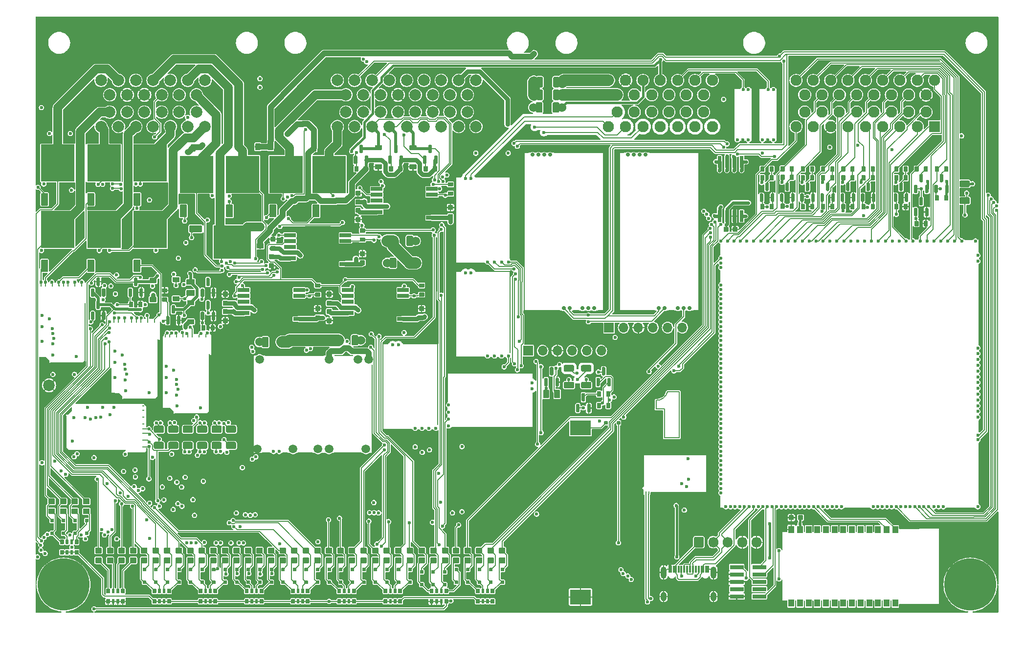
<source format=gtl>
G04 #@! TF.GenerationSoftware,KiCad,Pcbnew,7.0.7-7.0.7~ubuntu22.04.1*
G04 #@! TF.CreationDate,2023-09-08T11:35:37+00:00*
G04 #@! TF.ProjectId,alphax_8ch,616c7068-6178-45f3-9863-682e6b696361,b*
G04 #@! TF.SameCoordinates,PX143caa0PY5f592e0*
G04 #@! TF.FileFunction,Copper,L1,Top*
G04 #@! TF.FilePolarity,Positive*
%FSLAX46Y46*%
G04 Gerber Fmt 4.6, Leading zero omitted, Abs format (unit mm)*
G04 Created by KiCad (PCBNEW 7.0.7-7.0.7~ubuntu22.04.1) date 2023-09-08 11:35:37*
%MOMM*%
%LPD*%
G01*
G04 APERTURE LIST*
G04 #@! TA.AperFunction,EtchedComponent*
%ADD10C,0.200000*%
G04 #@! TD*
G04 #@! TA.AperFunction,ComponentPad*
%ADD11R,1.700000X1.700000*%
G04 #@! TD*
G04 #@! TA.AperFunction,ComponentPad*
%ADD12O,1.700000X1.700000*%
G04 #@! TD*
G04 #@! TA.AperFunction,SMDPad,CuDef*
%ADD13R,2.000000X0.650000*%
G04 #@! TD*
G04 #@! TA.AperFunction,SMDPad,CuDef*
%ADD14R,4.500000X8.100000*%
G04 #@! TD*
G04 #@! TA.AperFunction,ComponentPad*
%ADD15C,1.524000*%
G04 #@! TD*
G04 #@! TA.AperFunction,ComponentPad*
%ADD16C,0.600000*%
G04 #@! TD*
G04 #@! TA.AperFunction,SMDPad,CuDef*
%ADD17R,6.185000X0.250000*%
G04 #@! TD*
G04 #@! TA.AperFunction,SMDPad,CuDef*
%ADD18R,1.115000X0.250000*%
G04 #@! TD*
G04 #@! TA.AperFunction,SMDPad,CuDef*
%ADD19R,0.250000X14.275000*%
G04 #@! TD*
G04 #@! TA.AperFunction,SMDPad,CuDef*
%ADD20R,0.250000X15.100000*%
G04 #@! TD*
G04 #@! TA.AperFunction,SMDPad,CuDef*
%ADD21R,5.175000X0.250000*%
G04 #@! TD*
G04 #@! TA.AperFunction,SMDPad,CuDef*
%ADD22R,0.300000X1.150000*%
G04 #@! TD*
G04 #@! TA.AperFunction,ComponentPad*
%ADD23O,1.000000X2.100000*%
G04 #@! TD*
G04 #@! TA.AperFunction,ComponentPad*
%ADD24O,1.000000X1.600000*%
G04 #@! TD*
G04 #@! TA.AperFunction,SMDPad,CuDef*
%ADD25R,5.800000X6.400000*%
G04 #@! TD*
G04 #@! TA.AperFunction,ComponentPad*
%ADD26C,9.000000*%
G04 #@! TD*
G04 #@! TA.AperFunction,SMDPad,CuDef*
%ADD27O,0.250000X10.200000*%
G04 #@! TD*
G04 #@! TA.AperFunction,SMDPad,CuDef*
%ADD28O,5.800001X0.250000*%
G04 #@! TD*
G04 #@! TA.AperFunction,SMDPad,CuDef*
%ADD29O,0.200000X0.399999*%
G04 #@! TD*
G04 #@! TA.AperFunction,ComponentPad*
%ADD30C,0.599999*%
G04 #@! TD*
G04 #@! TA.AperFunction,SMDPad,CuDef*
%ADD31R,6.400000X5.800000*%
G04 #@! TD*
G04 #@! TA.AperFunction,ComponentPad*
%ADD32C,1.500000*%
G04 #@! TD*
G04 #@! TA.AperFunction,SMDPad,CuDef*
%ADD33O,3.300000X0.200000*%
G04 #@! TD*
G04 #@! TA.AperFunction,SMDPad,CuDef*
%ADD34O,10.200000X0.200000*%
G04 #@! TD*
G04 #@! TA.AperFunction,SMDPad,CuDef*
%ADD35O,0.300000X0.200000*%
G04 #@! TD*
G04 #@! TA.AperFunction,SMDPad,CuDef*
%ADD36O,0.200000X17.000000*%
G04 #@! TD*
G04 #@! TA.AperFunction,SMDPad,CuDef*
%ADD37O,0.200000X15.400000*%
G04 #@! TD*
G04 #@! TA.AperFunction,SMDPad,CuDef*
%ADD38O,4.800000X0.200000*%
G04 #@! TD*
G04 #@! TA.AperFunction,SMDPad,CuDef*
%ADD39O,2.600000X0.200000*%
G04 #@! TD*
G04 #@! TA.AperFunction,SMDPad,CuDef*
%ADD40O,1.000000X0.200000*%
G04 #@! TD*
G04 #@! TA.AperFunction,SMDPad,CuDef*
%ADD41O,1.500000X0.200000*%
G04 #@! TD*
G04 #@! TA.AperFunction,SMDPad,CuDef*
%ADD42O,1.225000X0.200000*%
G04 #@! TD*
G04 #@! TA.AperFunction,SMDPad,CuDef*
%ADD43O,0.200000X9.300000*%
G04 #@! TD*
G04 #@! TA.AperFunction,SMDPad,CuDef*
%ADD44C,2.000000*%
G04 #@! TD*
G04 #@! TA.AperFunction,SMDPad,CuDef*
%ADD45R,3.600000X2.600000*%
G04 #@! TD*
G04 #@! TA.AperFunction,SMDPad,CuDef*
%ADD46R,0.200000X10.600000*%
G04 #@! TD*
G04 #@! TA.AperFunction,SMDPad,CuDef*
%ADD47R,0.200000X2.100000*%
G04 #@! TD*
G04 #@! TA.AperFunction,SMDPad,CuDef*
%ADD48R,0.200000X14.025000*%
G04 #@! TD*
G04 #@! TA.AperFunction,SMDPad,CuDef*
%ADD49R,0.200000X2.300000*%
G04 #@! TD*
G04 #@! TA.AperFunction,SMDPad,CuDef*
%ADD50R,1.400000X0.200000*%
G04 #@! TD*
G04 #@! TA.AperFunction,SMDPad,CuDef*
%ADD51R,5.000000X0.200000*%
G04 #@! TD*
G04 #@! TA.AperFunction,SMDPad,CuDef*
%ADD52R,4.500000X0.200000*%
G04 #@! TD*
G04 #@! TA.AperFunction,SMDPad,CuDef*
%ADD53R,0.675000X0.200000*%
G04 #@! TD*
G04 #@! TA.AperFunction,SMDPad,CuDef*
%ADD54R,0.200000X2.200000*%
G04 #@! TD*
G04 #@! TA.AperFunction,SMDPad,CuDef*
%ADD55R,0.200000X2.025000*%
G04 #@! TD*
G04 #@! TA.AperFunction,SMDPad,CuDef*
%ADD56R,0.200000X2.000000*%
G04 #@! TD*
G04 #@! TA.AperFunction,SMDPad,CuDef*
%ADD57R,0.250000X6.185000*%
G04 #@! TD*
G04 #@! TA.AperFunction,SMDPad,CuDef*
%ADD58R,0.250000X1.115000*%
G04 #@! TD*
G04 #@! TA.AperFunction,SMDPad,CuDef*
%ADD59R,14.275000X0.250000*%
G04 #@! TD*
G04 #@! TA.AperFunction,SMDPad,CuDef*
%ADD60R,15.100000X0.250000*%
G04 #@! TD*
G04 #@! TA.AperFunction,SMDPad,CuDef*
%ADD61R,0.250000X5.175000*%
G04 #@! TD*
G04 #@! TA.AperFunction,SMDPad,CuDef*
%ADD62O,10.200000X0.250000*%
G04 #@! TD*
G04 #@! TA.AperFunction,SMDPad,CuDef*
%ADD63O,0.250000X5.800001*%
G04 #@! TD*
G04 #@! TA.AperFunction,SMDPad,CuDef*
%ADD64O,0.399999X0.200000*%
G04 #@! TD*
G04 #@! TA.AperFunction,SMDPad,CuDef*
%ADD65R,1.000000X1.300000*%
G04 #@! TD*
G04 #@! TA.AperFunction,SMDPad,CuDef*
%ADD66R,2.400000X0.740000*%
G04 #@! TD*
G04 #@! TA.AperFunction,SMDPad,CuDef*
%ADD67O,0.200000X5.669999*%
G04 #@! TD*
G04 #@! TA.AperFunction,SMDPad,CuDef*
%ADD68O,11.100001X0.200000*%
G04 #@! TD*
G04 #@! TA.AperFunction,SMDPad,CuDef*
%ADD69O,9.800001X0.399999*%
G04 #@! TD*
G04 #@! TA.AperFunction,SMDPad,CuDef*
%ADD70O,0.499999X0.250000*%
G04 #@! TD*
G04 #@! TA.AperFunction,SMDPad,CuDef*
%ADD71O,0.200000X6.799999*%
G04 #@! TD*
G04 #@! TA.AperFunction,SMDPad,CuDef*
%ADD72O,0.250000X0.499999*%
G04 #@! TD*
G04 #@! TA.AperFunction,ComponentPad*
%ADD73C,2.000000*%
G04 #@! TD*
G04 #@! TA.AperFunction,ComponentPad*
%ADD74R,1.950000X1.950000*%
G04 #@! TD*
G04 #@! TA.AperFunction,ComponentPad*
%ADD75C,1.950000*%
G04 #@! TD*
G04 #@! TA.AperFunction,ComponentPad*
%ADD76O,1.700000X1.850000*%
G04 #@! TD*
G04 #@! TA.AperFunction,ComponentPad*
%ADD77C,0.700000*%
G04 #@! TD*
G04 #@! TA.AperFunction,SMDPad,CuDef*
%ADD78R,6.300000X0.250000*%
G04 #@! TD*
G04 #@! TA.AperFunction,SMDPad,CuDef*
%ADD79R,0.980000X0.250000*%
G04 #@! TD*
G04 #@! TA.AperFunction,SMDPad,CuDef*
%ADD80R,1.100000X0.250000*%
G04 #@! TD*
G04 #@! TA.AperFunction,SMDPad,CuDef*
%ADD81R,0.250000X27.600000*%
G04 #@! TD*
G04 #@! TA.AperFunction,SMDPad,CuDef*
%ADD82R,0.950000X0.250000*%
G04 #@! TD*
G04 #@! TA.AperFunction,SMDPad,CuDef*
%ADD83R,8.750000X0.250000*%
G04 #@! TD*
G04 #@! TA.AperFunction,ViaPad*
%ADD84C,0.600000*%
G04 #@! TD*
G04 #@! TA.AperFunction,Conductor*
%ADD85C,0.200000*%
G04 #@! TD*
G04 #@! TA.AperFunction,Conductor*
%ADD86C,0.600000*%
G04 #@! TD*
G04 #@! TA.AperFunction,Conductor*
%ADD87C,0.150000*%
G04 #@! TD*
G04 #@! TA.AperFunction,Conductor*
%ADD88C,1.500000*%
G04 #@! TD*
G04 #@! TA.AperFunction,Conductor*
%ADD89C,0.508000*%
G04 #@! TD*
G04 #@! TA.AperFunction,Conductor*
%ADD90C,1.000000*%
G04 #@! TD*
G04 #@! TA.AperFunction,Conductor*
%ADD91C,0.800000*%
G04 #@! TD*
G04 #@! TA.AperFunction,Conductor*
%ADD92C,2.000000*%
G04 #@! TD*
G04 #@! TA.AperFunction,Conductor*
%ADD93C,0.400000*%
G04 #@! TD*
G04 #@! TA.AperFunction,Conductor*
%ADD94C,0.203200*%
G04 #@! TD*
G04 APERTURE END LIST*
D10*
G04 #@! TO.C,G7*
X107580000Y35380000D02*
X107580000Y36880000D01*
X107580000Y35380000D02*
X109080000Y35380000D01*
X109080000Y35380000D02*
X109080000Y30380000D01*
X109080000Y30380000D02*
X111580000Y30380000D01*
X111580000Y38380000D02*
X109580000Y38380000D01*
X111580000Y30380000D02*
X111580000Y38380000D01*
X107580000Y36880000D02*
G75*
G03*
X109579999Y38380000I78399J1978801D01*
G01*
G04 #@! TD*
G04 #@! TO.P,D45,1,A*
G04 #@! TO.N,/OUT_HS1*
G04 #@! TA.AperFunction,SMDPad,CuDef*
G36*
G01*
X66600002Y11379999D02*
X67500002Y11379999D01*
G75*
G02*
X67600002Y11279999I0J-100000D01*
G01*
X67600002Y10479999D01*
G75*
G02*
X67500002Y10379999I-100000J0D01*
G01*
X66600002Y10379999D01*
G75*
G02*
X66500002Y10479999I0J100000D01*
G01*
X66500002Y11279999D01*
G75*
G02*
X66600002Y11379999I100000J0D01*
G01*
G37*
G04 #@! TD.AperFunction*
G04 #@! TO.P,D45,2,K*
G04 #@! TO.N,Net-(D4-A)*
G04 #@! TA.AperFunction,SMDPad,CuDef*
G36*
G01*
X66600002Y9679999D02*
X67500002Y9679999D01*
G75*
G02*
X67600002Y9579999I0J-100000D01*
G01*
X67600002Y8779999D01*
G75*
G02*
X67500002Y8679999I-100000J0D01*
G01*
X66600002Y8679999D01*
G75*
G02*
X66500002Y8779999I0J100000D01*
G01*
X66500002Y9579999D01*
G75*
G02*
X66600002Y9679999I100000J0D01*
G01*
G37*
G04 #@! TD.AperFunction*
G04 #@! TD*
G04 #@! TO.P,C3,1*
G04 #@! TO.N,GND*
G04 #@! TA.AperFunction,SMDPad,CuDef*
G36*
G01*
X130584999Y16240000D02*
X130584999Y16920000D01*
G75*
G02*
X130669999Y17005000I85000J0D01*
G01*
X131349999Y17005000D01*
G75*
G02*
X131434999Y16920000I0J-85000D01*
G01*
X131434999Y16240000D01*
G75*
G02*
X131349999Y16155000I-85000J0D01*
G01*
X130669999Y16155000D01*
G75*
G02*
X130584999Y16240000I0J85000D01*
G01*
G37*
G04 #@! TD.AperFunction*
G04 #@! TO.P,C3,2*
G04 #@! TO.N,+3.3VA*
G04 #@! TA.AperFunction,SMDPad,CuDef*
G36*
G01*
X132165001Y16240000D02*
X132165001Y16920000D01*
G75*
G02*
X132250001Y17005000I85000J0D01*
G01*
X132930001Y17005000D01*
G75*
G02*
X133015001Y16920000I0J-85000D01*
G01*
X133015001Y16240000D01*
G75*
G02*
X132930001Y16155000I-85000J0D01*
G01*
X132250001Y16155000D01*
G75*
G02*
X132165001Y16240000I0J85000D01*
G01*
G37*
G04 #@! TD.AperFunction*
G04 #@! TD*
G04 #@! TO.P,C56,1*
G04 #@! TO.N,GND*
G04 #@! TA.AperFunction,SMDPad,CuDef*
G36*
G01*
X51340000Y50264999D02*
X50660000Y50264999D01*
G75*
G02*
X50575000Y50349999I0J85000D01*
G01*
X50575000Y51029999D01*
G75*
G02*
X50660000Y51114999I85000J0D01*
G01*
X51340000Y51114999D01*
G75*
G02*
X51425000Y51029999I0J-85000D01*
G01*
X51425000Y50349999D01*
G75*
G02*
X51340000Y50264999I-85000J0D01*
G01*
G37*
G04 #@! TD.AperFunction*
G04 #@! TO.P,C56,2*
G04 #@! TO.N,/OUT_DC3-*
G04 #@! TA.AperFunction,SMDPad,CuDef*
G36*
G01*
X51340000Y51845001D02*
X50660000Y51845001D01*
G75*
G02*
X50575000Y51930001I0J85000D01*
G01*
X50575000Y52610001D01*
G75*
G02*
X50660000Y52695001I85000J0D01*
G01*
X51340000Y52695001D01*
G75*
G02*
X51425000Y52610001I0J-85000D01*
G01*
X51425000Y51930001D01*
G75*
G02*
X51340000Y51845001I-85000J0D01*
G01*
G37*
G04 #@! TD.AperFunction*
G04 #@! TD*
G04 #@! TO.P,D71,1,A*
G04 #@! TO.N,Net-(D55-K)*
G04 #@! TA.AperFunction,SMDPad,CuDef*
G36*
G01*
X53399998Y8680001D02*
X52499998Y8680001D01*
G75*
G02*
X52399998Y8780001I0J100000D01*
G01*
X52399998Y9580001D01*
G75*
G02*
X52499998Y9680001I100000J0D01*
G01*
X53399998Y9680001D01*
G75*
G02*
X53499998Y9580001I0J-100000D01*
G01*
X53499998Y8780001D01*
G75*
G02*
X53399998Y8680001I-100000J0D01*
G01*
G37*
G04 #@! TD.AperFunction*
G04 #@! TO.P,D71,2,K*
G04 #@! TO.N,/OUT_LS2*
G04 #@! TA.AperFunction,SMDPad,CuDef*
G36*
G01*
X53399998Y10380001D02*
X52499998Y10380001D01*
G75*
G02*
X52399998Y10480001I0J100000D01*
G01*
X52399998Y11280001D01*
G75*
G02*
X52499998Y11380001I100000J0D01*
G01*
X53399998Y11380001D01*
G75*
G02*
X53499998Y11280001I0J-100000D01*
G01*
X53499998Y10480001D01*
G75*
G02*
X53399998Y10380001I-100000J0D01*
G01*
G37*
G04 #@! TD.AperFunction*
G04 #@! TD*
G04 #@! TO.P,R40,1*
G04 #@! TO.N,/IN_HALL1*
G04 #@! TA.AperFunction,SMDPad,CuDef*
G36*
G01*
X136150000Y76527500D02*
X136150000Y77307500D01*
G75*
G02*
X136220000Y77377500I70000J0D01*
G01*
X136780000Y77377500D01*
G75*
G02*
X136850000Y77307500I0J-70000D01*
G01*
X136850000Y76527500D01*
G75*
G02*
X136780000Y76457500I-70000J0D01*
G01*
X136220000Y76457500D01*
G75*
G02*
X136150000Y76527500I0J70000D01*
G01*
G37*
G04 #@! TD.AperFunction*
G04 #@! TO.P,R40,2*
G04 #@! TO.N,Net-(Q15-D)*
G04 #@! TA.AperFunction,SMDPad,CuDef*
G36*
G01*
X137750000Y76527500D02*
X137750000Y77307500D01*
G75*
G02*
X137820000Y77377500I70000J0D01*
G01*
X138380000Y77377500D01*
G75*
G02*
X138450000Y77307500I0J-70000D01*
G01*
X138450000Y76527500D01*
G75*
G02*
X138380000Y76457500I-70000J0D01*
G01*
X137820000Y76457500D01*
G75*
G02*
X137750000Y76527500I0J70000D01*
G01*
G37*
G04 #@! TD.AperFunction*
G04 #@! TD*
G04 #@! TO.P,D66,1,A*
G04 #@! TO.N,Net-(D50-K)*
G04 #@! TA.AperFunction,SMDPad,CuDef*
G36*
G01*
X43399998Y8680001D02*
X42499998Y8680001D01*
G75*
G02*
X42399998Y8780001I0J100000D01*
G01*
X42399998Y9580001D01*
G75*
G02*
X42499998Y9680001I100000J0D01*
G01*
X43399998Y9680001D01*
G75*
G02*
X43499998Y9580001I0J-100000D01*
G01*
X43499998Y8780001D01*
G75*
G02*
X43399998Y8680001I-100000J0D01*
G01*
G37*
G04 #@! TD.AperFunction*
G04 #@! TO.P,D66,2,K*
G04 #@! TO.N,/OUT_VVT1_LS*
G04 #@! TA.AperFunction,SMDPad,CuDef*
G36*
G01*
X43399998Y10380001D02*
X42499998Y10380001D01*
G75*
G02*
X42399998Y10480001I0J100000D01*
G01*
X42399998Y11280001D01*
G75*
G02*
X42499998Y11380001I100000J0D01*
G01*
X43399998Y11380001D01*
G75*
G02*
X43499998Y11280001I0J-100000D01*
G01*
X43499998Y10480001D01*
G75*
G02*
X43399998Y10380001I-100000J0D01*
G01*
G37*
G04 #@! TD.AperFunction*
G04 #@! TD*
G04 #@! TO.P,D77,1,A*
G04 #@! TO.N,Net-(D61-K)*
G04 #@! TA.AperFunction,SMDPad,CuDef*
G36*
G01*
X65399998Y8680001D02*
X64499998Y8680001D01*
G75*
G02*
X64399998Y8780001I0J100000D01*
G01*
X64399998Y9580001D01*
G75*
G02*
X64499998Y9680001I100000J0D01*
G01*
X65399998Y9680001D01*
G75*
G02*
X65499998Y9580001I0J-100000D01*
G01*
X65499998Y8780001D01*
G75*
G02*
X65399998Y8680001I-100000J0D01*
G01*
G37*
G04 #@! TD.AperFunction*
G04 #@! TO.P,D77,2,K*
G04 #@! TO.N,/OUT_BOOST_LS*
G04 #@! TA.AperFunction,SMDPad,CuDef*
G36*
G01*
X65399998Y10380001D02*
X64499998Y10380001D01*
G75*
G02*
X64399998Y10480001I0J100000D01*
G01*
X64399998Y11280001D01*
G75*
G02*
X64499998Y11380001I100000J0D01*
G01*
X65399998Y11380001D01*
G75*
G02*
X65499998Y11280001I0J-100000D01*
G01*
X65499998Y10480001D01*
G75*
G02*
X65399998Y10380001I-100000J0D01*
G01*
G37*
G04 #@! TD.AperFunction*
G04 #@! TD*
D11*
G04 #@! TO.P,J10,1,Pin_1*
G04 #@! TO.N,Net-(J10-Pin_1)*
X99440000Y49480000D03*
D12*
G04 #@! TO.P,J10,2,Pin_2*
G04 #@! TO.N,Net-(J10-Pin_2)*
X101980000Y49480000D03*
G04 #@! TO.P,J10,3,Pin_3*
G04 #@! TO.N,GND*
X104520000Y49480000D03*
G04 #@! TO.P,J10,4,Pin_4*
G04 #@! TO.N,Net-(J10-Pin_4)*
X107060000Y49480000D03*
G04 #@! TO.P,J10,5,Pin_5*
G04 #@! TO.N,Net-(J10-Pin_5)*
X109600000Y49480000D03*
G04 #@! TO.P,J10,6,Pin_6*
G04 #@! TO.N,unconnected-(J10-Pin_6-Pad6)*
X112140000Y49480000D03*
G04 #@! TD*
G04 #@! TO.P,D75,1,A*
G04 #@! TO.N,Net-(D59-K)*
G04 #@! TA.AperFunction,SMDPad,CuDef*
G36*
G01*
X61399998Y8680001D02*
X60499998Y8680001D01*
G75*
G02*
X60399998Y8780001I0J100000D01*
G01*
X60399998Y9580001D01*
G75*
G02*
X60499998Y9680001I100000J0D01*
G01*
X61399998Y9680001D01*
G75*
G02*
X61499998Y9580001I0J-100000D01*
G01*
X61499998Y8780001D01*
G75*
G02*
X61399998Y8680001I-100000J0D01*
G01*
G37*
G04 #@! TD.AperFunction*
G04 #@! TO.P,D75,2,K*
G04 #@! TO.N,/OUT_LS6*
G04 #@! TA.AperFunction,SMDPad,CuDef*
G36*
G01*
X61399998Y10380001D02*
X60499998Y10380001D01*
G75*
G02*
X60399998Y10480001I0J100000D01*
G01*
X60399998Y11280001D01*
G75*
G02*
X60499998Y11380001I100000J0D01*
G01*
X61399998Y11380001D01*
G75*
G02*
X61499998Y11280001I0J-100000D01*
G01*
X61499998Y10480001D01*
G75*
G02*
X61399998Y10380001I-100000J0D01*
G01*
G37*
G04 #@! TD.AperFunction*
G04 #@! TD*
G04 #@! TO.P,R50,1*
G04 #@! TO.N,/HALL3_PD_EN*
G04 #@! TA.AperFunction,SMDPad,CuDef*
G36*
G01*
X129150000Y70090000D02*
X129150000Y70870000D01*
G75*
G02*
X129220000Y70940000I70000J0D01*
G01*
X129780000Y70940000D01*
G75*
G02*
X129850000Y70870000I0J-70000D01*
G01*
X129850000Y70090000D01*
G75*
G02*
X129780000Y70020000I-70000J0D01*
G01*
X129220000Y70020000D01*
G75*
G02*
X129150000Y70090000I0J70000D01*
G01*
G37*
G04 #@! TD.AperFunction*
G04 #@! TO.P,R50,2*
G04 #@! TO.N,GND*
G04 #@! TA.AperFunction,SMDPad,CuDef*
G36*
G01*
X130750000Y70090000D02*
X130750000Y70870000D01*
G75*
G02*
X130820000Y70940000I70000J0D01*
G01*
X131380000Y70940000D01*
G75*
G02*
X131450000Y70870000I0J-70000D01*
G01*
X131450000Y70090000D01*
G75*
G02*
X131380000Y70020000I-70000J0D01*
G01*
X130820000Y70020000D01*
G75*
G02*
X130750000Y70090000I0J70000D01*
G01*
G37*
G04 #@! TD.AperFunction*
G04 #@! TD*
G04 #@! TO.P,C30,1*
G04 #@! TO.N,GND*
G04 #@! TA.AperFunction,SMDPad,CuDef*
G36*
G01*
X33340000Y50264999D02*
X32660000Y50264999D01*
G75*
G02*
X32575000Y50349999I0J85000D01*
G01*
X32575000Y51029999D01*
G75*
G02*
X32660000Y51114999I85000J0D01*
G01*
X33340000Y51114999D01*
G75*
G02*
X33425000Y51029999I0J-85000D01*
G01*
X33425000Y50349999D01*
G75*
G02*
X33340000Y50264999I-85000J0D01*
G01*
G37*
G04 #@! TD.AperFunction*
G04 #@! TO.P,C30,2*
G04 #@! TO.N,/OUT_ETB-*
G04 #@! TA.AperFunction,SMDPad,CuDef*
G36*
G01*
X33340000Y51845001D02*
X32660000Y51845001D01*
G75*
G02*
X32575000Y51930001I0J85000D01*
G01*
X32575000Y52610001D01*
G75*
G02*
X32660000Y52695001I85000J0D01*
G01*
X33340000Y52695001D01*
G75*
G02*
X33425000Y52610001I0J-85000D01*
G01*
X33425000Y51930001D01*
G75*
G02*
X33340000Y51845001I-85000J0D01*
G01*
G37*
G04 #@! TD.AperFunction*
G04 #@! TD*
G04 #@! TO.P,R47,1*
G04 #@! TO.N,/VSS_PD_EN*
G04 #@! TA.AperFunction,SMDPad,CuDef*
G36*
G01*
X148850000Y70027500D02*
X148850000Y70807500D01*
G75*
G02*
X148920000Y70877500I70000J0D01*
G01*
X149480000Y70877500D01*
G75*
G02*
X149550000Y70807500I0J-70000D01*
G01*
X149550000Y70027500D01*
G75*
G02*
X149480000Y69957500I-70000J0D01*
G01*
X148920000Y69957500D01*
G75*
G02*
X148850000Y70027500I0J70000D01*
G01*
G37*
G04 #@! TD.AperFunction*
G04 #@! TO.P,R47,2*
G04 #@! TO.N,GND*
G04 #@! TA.AperFunction,SMDPad,CuDef*
G36*
G01*
X150450000Y70027500D02*
X150450000Y70807500D01*
G75*
G02*
X150520000Y70877500I70000J0D01*
G01*
X151080000Y70877500D01*
G75*
G02*
X151150000Y70807500I0J-70000D01*
G01*
X151150000Y70027500D01*
G75*
G02*
X151080000Y69957500I-70000J0D01*
G01*
X150520000Y69957500D01*
G75*
G02*
X150450000Y70027500I0J70000D01*
G01*
G37*
G04 #@! TD.AperFunction*
G04 #@! TD*
G04 #@! TO.P,D14,1,K*
G04 #@! TO.N,Net-(D14-K)*
G04 #@! TA.AperFunction,SMDPad,CuDef*
G36*
G01*
X32700000Y5140000D02*
X32700000Y5620000D01*
G75*
G02*
X32760000Y5680000I60000J0D01*
G01*
X33240000Y5680000D01*
G75*
G02*
X33300000Y5620000I0J-60000D01*
G01*
X33300000Y5140000D01*
G75*
G02*
X33240000Y5080000I-60000J0D01*
G01*
X32760000Y5080000D01*
G75*
G02*
X32700000Y5140000I0J60000D01*
G01*
G37*
G04 #@! TD.AperFunction*
G04 #@! TO.P,D14,2,A*
G04 #@! TO.N,/OUT_INJ8*
G04 #@! TA.AperFunction,SMDPad,CuDef*
G36*
G01*
X32700000Y7340000D02*
X32700000Y7820000D01*
G75*
G02*
X32760000Y7880000I60000J0D01*
G01*
X33240000Y7880000D01*
G75*
G02*
X33300000Y7820000I0J-60000D01*
G01*
X33300000Y7340000D01*
G75*
G02*
X33240000Y7280000I-60000J0D01*
G01*
X32760000Y7280000D01*
G75*
G02*
X32700000Y7340000I0J60000D01*
G01*
G37*
G04 #@! TD.AperFunction*
G04 #@! TD*
G04 #@! TO.P,D47,1,A*
G04 #@! TO.N,/OUT_HS3*
G04 #@! TA.AperFunction,SMDPad,CuDef*
G36*
G01*
X70600002Y11379999D02*
X71500002Y11379999D01*
G75*
G02*
X71600002Y11279999I0J-100000D01*
G01*
X71600002Y10479999D01*
G75*
G02*
X71500002Y10379999I-100000J0D01*
G01*
X70600002Y10379999D01*
G75*
G02*
X70500002Y10479999I0J100000D01*
G01*
X70500002Y11279999D01*
G75*
G02*
X70600002Y11379999I100000J0D01*
G01*
G37*
G04 #@! TD.AperFunction*
G04 #@! TO.P,D47,2,K*
G04 #@! TO.N,Net-(D47-K)*
G04 #@! TA.AperFunction,SMDPad,CuDef*
G36*
G01*
X70600002Y9679999D02*
X71500002Y9679999D01*
G75*
G02*
X71600002Y9579999I0J-100000D01*
G01*
X71600002Y8779999D01*
G75*
G02*
X71500002Y8679999I-100000J0D01*
G01*
X70600002Y8679999D01*
G75*
G02*
X70500002Y8779999I0J100000D01*
G01*
X70500002Y9579999D01*
G75*
G02*
X70600002Y9679999I100000J0D01*
G01*
G37*
G04 #@! TD.AperFunction*
G04 #@! TD*
G04 #@! TO.P,Q26,1,G*
G04 #@! TO.N,/MAIN_LS*
G04 #@! TA.AperFunction,SMDPad,CuDef*
G36*
G01*
X10200000Y50805000D02*
X9900000Y50805000D01*
G75*
G02*
X9750000Y50955000I0J150000D01*
G01*
X9750000Y52130000D01*
G75*
G02*
X9900000Y52280000I150000J0D01*
G01*
X10200000Y52280000D01*
G75*
G02*
X10350000Y52130000I0J-150000D01*
G01*
X10350000Y50955000D01*
G75*
G02*
X10200000Y50805000I-150000J0D01*
G01*
G37*
G04 #@! TD.AperFunction*
G04 #@! TO.P,Q26,2,D*
G04 #@! TO.N,/OUT_MAIN_LS*
G04 #@! TA.AperFunction,SMDPad,CuDef*
G36*
G01*
X11150000Y52680000D02*
X10850000Y52680000D01*
G75*
G02*
X10700000Y52830000I0J150000D01*
G01*
X10700000Y54005000D01*
G75*
G02*
X10850000Y54155000I150000J0D01*
G01*
X11150000Y54155000D01*
G75*
G02*
X11300000Y54005000I0J-150000D01*
G01*
X11300000Y52830000D01*
G75*
G02*
X11150000Y52680000I-150000J0D01*
G01*
G37*
G04 #@! TD.AperFunction*
G04 #@! TO.P,Q26,3,S*
G04 #@! TO.N,GND*
G04 #@! TA.AperFunction,SMDPad,CuDef*
G36*
G01*
X12100000Y50805000D02*
X11800000Y50805000D01*
G75*
G02*
X11650000Y50955000I0J150000D01*
G01*
X11650000Y52130000D01*
G75*
G02*
X11800000Y52280000I150000J0D01*
G01*
X12100000Y52280000D01*
G75*
G02*
X12250000Y52130000I0J-150000D01*
G01*
X12250000Y50955000D01*
G75*
G02*
X12100000Y50805000I-150000J0D01*
G01*
G37*
G04 #@! TD.AperFunction*
G04 #@! TD*
G04 #@! TO.P,D36,1,A*
G04 #@! TO.N,Net-(D17-K)*
G04 #@! TA.AperFunction,SMDPad,CuDef*
G36*
G01*
X39399998Y8680001D02*
X38499998Y8680001D01*
G75*
G02*
X38399998Y8780001I0J100000D01*
G01*
X38399998Y9580001D01*
G75*
G02*
X38499998Y9680001I100000J0D01*
G01*
X39399998Y9680001D01*
G75*
G02*
X39499998Y9580001I0J-100000D01*
G01*
X39499998Y8780001D01*
G75*
G02*
X39399998Y8680001I-100000J0D01*
G01*
G37*
G04 #@! TD.AperFunction*
G04 #@! TO.P,D36,2,K*
G04 #@! TO.N,/OUT_INJ11*
G04 #@! TA.AperFunction,SMDPad,CuDef*
G36*
G01*
X39399998Y10380001D02*
X38499998Y10380001D01*
G75*
G02*
X38399998Y10480001I0J100000D01*
G01*
X38399998Y11280001D01*
G75*
G02*
X38499998Y11380001I100000J0D01*
G01*
X39399998Y11380001D01*
G75*
G02*
X39499998Y11280001I0J-100000D01*
G01*
X39499998Y10480001D01*
G75*
G02*
X39399998Y10380001I-100000J0D01*
G01*
G37*
G04 #@! TD.AperFunction*
G04 #@! TD*
G04 #@! TO.P,R29,1*
G04 #@! TO.N,Net-(Q5-G)*
G04 #@! TA.AperFunction,SMDPad,CuDef*
G36*
G01*
X67350000Y76590000D02*
X67350000Y77370000D01*
G75*
G02*
X67420000Y77440000I70000J0D01*
G01*
X67980000Y77440000D01*
G75*
G02*
X68050000Y77370000I0J-70000D01*
G01*
X68050000Y76590000D01*
G75*
G02*
X67980000Y76520000I-70000J0D01*
G01*
X67420000Y76520000D01*
G75*
G02*
X67350000Y76590000I0J70000D01*
G01*
G37*
G04 #@! TD.AperFunction*
G04 #@! TO.P,R29,2*
G04 #@! TO.N,+12V_RAW*
G04 #@! TA.AperFunction,SMDPad,CuDef*
G36*
G01*
X68950000Y76590000D02*
X68950000Y77370000D01*
G75*
G02*
X69020000Y77440000I70000J0D01*
G01*
X69580000Y77440000D01*
G75*
G02*
X69650000Y77370000I0J-70000D01*
G01*
X69650000Y76590000D01*
G75*
G02*
X69580000Y76520000I-70000J0D01*
G01*
X69020000Y76520000D01*
G75*
G02*
X68950000Y76590000I0J70000D01*
G01*
G37*
G04 #@! TD.AperFunction*
G04 #@! TD*
G04 #@! TO.P,D29,1,A*
G04 #@! TO.N,Net-(D10-K)*
G04 #@! TA.AperFunction,SMDPad,CuDef*
G36*
G01*
X25399998Y8680001D02*
X24499998Y8680001D01*
G75*
G02*
X24399998Y8780001I0J100000D01*
G01*
X24399998Y9580001D01*
G75*
G02*
X24499998Y9680001I100000J0D01*
G01*
X25399998Y9680001D01*
G75*
G02*
X25499998Y9580001I0J-100000D01*
G01*
X25499998Y8780001D01*
G75*
G02*
X25399998Y8680001I-100000J0D01*
G01*
G37*
G04 #@! TD.AperFunction*
G04 #@! TO.P,D29,2,K*
G04 #@! TO.N,/OUT_INJ4*
G04 #@! TA.AperFunction,SMDPad,CuDef*
G36*
G01*
X25399998Y10380001D02*
X24499998Y10380001D01*
G75*
G02*
X24399998Y10480001I0J100000D01*
G01*
X24399998Y11280001D01*
G75*
G02*
X24499998Y11380001I100000J0D01*
G01*
X25399998Y11380001D01*
G75*
G02*
X25499998Y11280001I0J-100000D01*
G01*
X25499998Y10480001D01*
G75*
G02*
X25399998Y10380001I-100000J0D01*
G01*
G37*
G04 #@! TD.AperFunction*
G04 #@! TD*
G04 #@! TO.P,R58,1*
G04 #@! TO.N,/HALL5_PD_EN*
G04 #@! TA.AperFunction,SMDPad,CuDef*
G36*
G01*
X143150000Y70027500D02*
X143150000Y70807500D01*
G75*
G02*
X143220000Y70877500I70000J0D01*
G01*
X143780000Y70877500D01*
G75*
G02*
X143850000Y70807500I0J-70000D01*
G01*
X143850000Y70027500D01*
G75*
G02*
X143780000Y69957500I-70000J0D01*
G01*
X143220000Y69957500D01*
G75*
G02*
X143150000Y70027500I0J70000D01*
G01*
G37*
G04 #@! TD.AperFunction*
G04 #@! TO.P,R58,2*
G04 #@! TO.N,GND*
G04 #@! TA.AperFunction,SMDPad,CuDef*
G36*
G01*
X144750000Y70027500D02*
X144750000Y70807500D01*
G75*
G02*
X144820000Y70877500I70000J0D01*
G01*
X145380000Y70877500D01*
G75*
G02*
X145450000Y70807500I0J-70000D01*
G01*
X145450000Y70027500D01*
G75*
G02*
X145380000Y69957500I-70000J0D01*
G01*
X144820000Y69957500D01*
G75*
G02*
X144750000Y70027500I0J70000D01*
G01*
G37*
G04 #@! TD.AperFunction*
G04 #@! TD*
G04 #@! TO.P,D39,1,A*
G04 #@! TO.N,Net-(D20-K)*
G04 #@! TA.AperFunction,SMDPad,CuDef*
G36*
G01*
X5399998Y17180001D02*
X4499998Y17180001D01*
G75*
G02*
X4399998Y17280001I0J100000D01*
G01*
X4399998Y18080001D01*
G75*
G02*
X4499998Y18180001I100000J0D01*
G01*
X5399998Y18180001D01*
G75*
G02*
X5499998Y18080001I0J-100000D01*
G01*
X5499998Y17280001D01*
G75*
G02*
X5399998Y17180001I-100000J0D01*
G01*
G37*
G04 #@! TD.AperFunction*
G04 #@! TO.P,D39,2,K*
G04 #@! TO.N,/OUT_FAN_RELAY_LS*
G04 #@! TA.AperFunction,SMDPad,CuDef*
G36*
G01*
X5399998Y18880001D02*
X4499998Y18880001D01*
G75*
G02*
X4399998Y18980001I0J100000D01*
G01*
X4399998Y19780001D01*
G75*
G02*
X4499998Y19880001I100000J0D01*
G01*
X5399998Y19880001D01*
G75*
G02*
X5499998Y19780001I0J-100000D01*
G01*
X5499998Y18980001D01*
G75*
G02*
X5399998Y18880001I-100000J0D01*
G01*
G37*
G04 #@! TD.AperFunction*
G04 #@! TD*
D13*
G04 #@! TO.P,U5,1,DIR*
G04 #@! TO.N,/ETB_DIR*
X36200000Y55980000D03*
G04 #@! TO.P,U5,2,VSO*
G04 #@! TO.N,+3.3V*
X36200000Y54980000D03*
G04 #@! TO.P,U5,3,SO*
G04 #@! TO.N,unconnected-(U5-SO-Pad3)*
X36200000Y53980000D03*
G04 #@! TO.P,U5,4,VS*
G04 #@! TO.N,/12V_ETB*
X36200000Y52980000D03*
G04 #@! TO.P,U5,5,OUT1*
G04 #@! TO.N,/OUT_ETB-*
X36200000Y51980000D03*
G04 #@! TO.P,U5,6,GND*
G04 #@! TO.N,GND*
X36200000Y50980000D03*
G04 #@! TO.P,U5,7,OUT2*
G04 #@! TO.N,/OUT_ETB+*
X45800000Y50980000D03*
G04 #@! TO.P,U5,8,SI*
G04 #@! TO.N,GND*
X45800000Y51980000D03*
G04 #@! TO.P,U5,9,CSN*
X45800000Y52980000D03*
G04 #@! TO.P,U5,10,SCK*
X45800000Y53980000D03*
G04 #@! TO.P,U5,11,DIS*
G04 #@! TO.N,/ETB_DIS*
X45800000Y54980000D03*
G04 #@! TO.P,U5,12,PWM*
G04 #@! TO.N,/ETB_PWM*
X45800000Y55980000D03*
D14*
G04 #@! TO.P,U5,13,GND*
G04 #@! TO.N,GND*
X41000000Y53480000D03*
G04 #@! TD*
G04 #@! TO.P,R52,1*
G04 #@! TO.N,/IN_HALL5*
G04 #@! TA.AperFunction,SMDPad,CuDef*
G36*
G01*
X143150000Y76527500D02*
X143150000Y77307500D01*
G75*
G02*
X143220000Y77377500I70000J0D01*
G01*
X143780000Y77377500D01*
G75*
G02*
X143850000Y77307500I0J-70000D01*
G01*
X143850000Y76527500D01*
G75*
G02*
X143780000Y76457500I-70000J0D01*
G01*
X143220000Y76457500D01*
G75*
G02*
X143150000Y76527500I0J70000D01*
G01*
G37*
G04 #@! TD.AperFunction*
G04 #@! TO.P,R52,2*
G04 #@! TO.N,Net-(Q19-D)*
G04 #@! TA.AperFunction,SMDPad,CuDef*
G36*
G01*
X144750000Y76527500D02*
X144750000Y77307500D01*
G75*
G02*
X144820000Y77377500I70000J0D01*
G01*
X145380000Y77377500D01*
G75*
G02*
X145450000Y77307500I0J-70000D01*
G01*
X145450000Y76527500D01*
G75*
G02*
X145380000Y76457500I-70000J0D01*
G01*
X144820000Y76457500D01*
G75*
G02*
X144750000Y76527500I0J70000D01*
G01*
G37*
G04 #@! TD.AperFunction*
G04 #@! TD*
G04 #@! TO.P,D38,1,A*
G04 #@! TO.N,Net-(D19-K)*
G04 #@! TA.AperFunction,SMDPad,CuDef*
G36*
G01*
X3399998Y17180001D02*
X2499998Y17180001D01*
G75*
G02*
X2399998Y17280001I0J100000D01*
G01*
X2399998Y18080001D01*
G75*
G02*
X2499998Y18180001I100000J0D01*
G01*
X3399998Y18180001D01*
G75*
G02*
X3499998Y18080001I0J-100000D01*
G01*
X3499998Y17280001D01*
G75*
G02*
X3399998Y17180001I-100000J0D01*
G01*
G37*
G04 #@! TD.AperFunction*
G04 #@! TO.P,D38,2,K*
G04 #@! TO.N,/OUT_PUMP_RELAY_LS*
G04 #@! TA.AperFunction,SMDPad,CuDef*
G36*
G01*
X3399998Y18880001D02*
X2499998Y18880001D01*
G75*
G02*
X2399998Y18980001I0J100000D01*
G01*
X2399998Y19780001D01*
G75*
G02*
X2499998Y19880001I100000J0D01*
G01*
X3399998Y19880001D01*
G75*
G02*
X3499998Y19780001I0J-100000D01*
G01*
X3499998Y18980001D01*
G75*
G02*
X3399998Y18880001I-100000J0D01*
G01*
G37*
G04 #@! TD.AperFunction*
G04 #@! TD*
G04 #@! TO.P,D21,1,K*
G04 #@! TO.N,Net-(D21-K)*
G04 #@! TA.AperFunction,SMDPad,CuDef*
G36*
G01*
X6700000Y13640000D02*
X6700000Y14120000D01*
G75*
G02*
X6760000Y14180000I60000J0D01*
G01*
X7240000Y14180000D01*
G75*
G02*
X7300000Y14120000I0J-60000D01*
G01*
X7300000Y13640000D01*
G75*
G02*
X7240000Y13580000I-60000J0D01*
G01*
X6760000Y13580000D01*
G75*
G02*
X6700000Y13640000I0J60000D01*
G01*
G37*
G04 #@! TD.AperFunction*
G04 #@! TO.P,D21,2,A*
G04 #@! TO.N,/OUT_NOS_LS*
G04 #@! TA.AperFunction,SMDPad,CuDef*
G36*
G01*
X6700000Y15840000D02*
X6700000Y16320000D01*
G75*
G02*
X6760000Y16380000I60000J0D01*
G01*
X7240000Y16380000D01*
G75*
G02*
X7300000Y16320000I0J-60000D01*
G01*
X7300000Y15840000D01*
G75*
G02*
X7240000Y15780000I-60000J0D01*
G01*
X6760000Y15780000D01*
G75*
G02*
X6700000Y15840000I0J60000D01*
G01*
G37*
G04 #@! TD.AperFunction*
G04 #@! TD*
G04 #@! TO.P,R48,1*
G04 #@! TO.N,/HALL1_PD_EN*
G04 #@! TA.AperFunction,SMDPad,CuDef*
G36*
G01*
X136150000Y70027500D02*
X136150000Y70807500D01*
G75*
G02*
X136220000Y70877500I70000J0D01*
G01*
X136780000Y70877500D01*
G75*
G02*
X136850000Y70807500I0J-70000D01*
G01*
X136850000Y70027500D01*
G75*
G02*
X136780000Y69957500I-70000J0D01*
G01*
X136220000Y69957500D01*
G75*
G02*
X136150000Y70027500I0J70000D01*
G01*
G37*
G04 #@! TD.AperFunction*
G04 #@! TO.P,R48,2*
G04 #@! TO.N,GND*
G04 #@! TA.AperFunction,SMDPad,CuDef*
G36*
G01*
X137750000Y70027500D02*
X137750000Y70807500D01*
G75*
G02*
X137820000Y70877500I70000J0D01*
G01*
X138380000Y70877500D01*
G75*
G02*
X138450000Y70807500I0J-70000D01*
G01*
X138450000Y70027500D01*
G75*
G02*
X138380000Y69957500I-70000J0D01*
G01*
X137820000Y69957500D01*
G75*
G02*
X137750000Y70027500I0J70000D01*
G01*
G37*
G04 #@! TD.AperFunction*
G04 #@! TD*
G04 #@! TO.P,D10,1,K*
G04 #@! TO.N,Net-(D10-K)*
G04 #@! TA.AperFunction,SMDPad,CuDef*
G36*
G01*
X24700000Y5140000D02*
X24700000Y5620000D01*
G75*
G02*
X24760000Y5680000I60000J0D01*
G01*
X25240000Y5680000D01*
G75*
G02*
X25300000Y5620000I0J-60000D01*
G01*
X25300000Y5140000D01*
G75*
G02*
X25240000Y5080000I-60000J0D01*
G01*
X24760000Y5080000D01*
G75*
G02*
X24700000Y5140000I0J60000D01*
G01*
G37*
G04 #@! TD.AperFunction*
G04 #@! TO.P,D10,2,A*
G04 #@! TO.N,/OUT_INJ4*
G04 #@! TA.AperFunction,SMDPad,CuDef*
G36*
G01*
X24700000Y7340000D02*
X24700000Y7820000D01*
G75*
G02*
X24760000Y7880000I60000J0D01*
G01*
X25240000Y7880000D01*
G75*
G02*
X25300000Y7820000I0J-60000D01*
G01*
X25300000Y7340000D01*
G75*
G02*
X25240000Y7280000I-60000J0D01*
G01*
X24760000Y7280000D01*
G75*
G02*
X24700000Y7340000I0J60000D01*
G01*
G37*
G04 #@! TD.AperFunction*
G04 #@! TD*
G04 #@! TO.P,R31,1*
G04 #@! TO.N,Net-(Q10-D)*
G04 #@! TA.AperFunction,SMDPad,CuDef*
G36*
G01*
X55350000Y76590000D02*
X55350000Y77370000D01*
G75*
G02*
X55420000Y77440000I70000J0D01*
G01*
X55980000Y77440000D01*
G75*
G02*
X56050000Y77370000I0J-70000D01*
G01*
X56050000Y76590000D01*
G75*
G02*
X55980000Y76520000I-70000J0D01*
G01*
X55420000Y76520000D01*
G75*
G02*
X55350000Y76590000I0J70000D01*
G01*
G37*
G04 #@! TD.AperFunction*
G04 #@! TO.P,R31,2*
G04 #@! TO.N,+12V_RAW*
G04 #@! TA.AperFunction,SMDPad,CuDef*
G36*
G01*
X56950000Y76590000D02*
X56950000Y77370000D01*
G75*
G02*
X57020000Y77440000I70000J0D01*
G01*
X57580000Y77440000D01*
G75*
G02*
X57650000Y77370000I0J-70000D01*
G01*
X57650000Y76590000D01*
G75*
G02*
X57580000Y76520000I-70000J0D01*
G01*
X57020000Y76520000D01*
G75*
G02*
X56950000Y76590000I0J70000D01*
G01*
G37*
G04 #@! TD.AperFunction*
G04 #@! TD*
G04 #@! TO.P,F11,1,1*
G04 #@! TO.N,Net-(J3-15A)*
G04 #@! TA.AperFunction,SMDPad,CuDef*
G36*
G01*
X25875000Y32505000D02*
X27125000Y32505000D01*
G75*
G02*
X27375000Y32255000I0J-250000D01*
G01*
X27375000Y31505000D01*
G75*
G02*
X27125000Y31255000I-250000J0D01*
G01*
X25875000Y31255000D01*
G75*
G02*
X25625000Y31505000I0J250000D01*
G01*
X25625000Y32255000D01*
G75*
G02*
X25875000Y32505000I250000J0D01*
G01*
G37*
G04 #@! TD.AperFunction*
G04 #@! TO.P,F11,2,2*
G04 #@! TO.N,/OUT_IGN8*
G04 #@! TA.AperFunction,SMDPad,CuDef*
G36*
G01*
X25875000Y29705000D02*
X27125000Y29705000D01*
G75*
G02*
X27375000Y29455000I0J-250000D01*
G01*
X27375000Y28705000D01*
G75*
G02*
X27125000Y28455000I-250000J0D01*
G01*
X25875000Y28455000D01*
G75*
G02*
X25625000Y28705000I0J250000D01*
G01*
X25625000Y29455000D01*
G75*
G02*
X25875000Y29705000I250000J0D01*
G01*
G37*
G04 #@! TD.AperFunction*
G04 #@! TD*
G04 #@! TO.P,R41,1*
G04 #@! TO.N,/IN_HALL2*
G04 #@! TA.AperFunction,SMDPad,CuDef*
G36*
G01*
X132650000Y76527500D02*
X132650000Y77307500D01*
G75*
G02*
X132720000Y77377500I70000J0D01*
G01*
X133280000Y77377500D01*
G75*
G02*
X133350000Y77307500I0J-70000D01*
G01*
X133350000Y76527500D01*
G75*
G02*
X133280000Y76457500I-70000J0D01*
G01*
X132720000Y76457500D01*
G75*
G02*
X132650000Y76527500I0J70000D01*
G01*
G37*
G04 #@! TD.AperFunction*
G04 #@! TO.P,R41,2*
G04 #@! TO.N,Net-(Q16-D)*
G04 #@! TA.AperFunction,SMDPad,CuDef*
G36*
G01*
X134250000Y76527500D02*
X134250000Y77307500D01*
G75*
G02*
X134320000Y77377500I70000J0D01*
G01*
X134880000Y77377500D01*
G75*
G02*
X134950000Y77307500I0J-70000D01*
G01*
X134950000Y76527500D01*
G75*
G02*
X134880000Y76457500I-70000J0D01*
G01*
X134320000Y76457500D01*
G75*
G02*
X134250000Y76527500I0J70000D01*
G01*
G37*
G04 #@! TD.AperFunction*
G04 #@! TD*
D15*
G04 #@! TO.P,F5,1,1*
G04 #@! TO.N,Net-(J2B-26B)*
X43830000Y46980000D03*
G04 #@! TA.AperFunction,SMDPad,CuDef*
G36*
G01*
X42485010Y47880000D02*
X43175010Y47880000D01*
G75*
G02*
X43405010Y47650000I0J-230000D01*
G01*
X43405010Y46310000D01*
G75*
G02*
X43175010Y46080000I-230000J0D01*
G01*
X42485010Y46080000D01*
G75*
G02*
X42255010Y46310000I0J230000D01*
G01*
X42255010Y47650000D01*
G75*
G02*
X42485010Y47880000I230000J0D01*
G01*
G37*
G04 #@! TD.AperFunction*
G04 #@! TO.P,F5,2,2*
G04 #@! TO.N,/12V_ETB*
G04 #@! TA.AperFunction,SMDPad,CuDef*
G36*
G01*
X39584990Y47880000D02*
X40274990Y47880000D01*
G75*
G02*
X40504990Y47650000I0J-230000D01*
G01*
X40504990Y46310000D01*
G75*
G02*
X40274990Y46080000I-230000J0D01*
G01*
X39584990Y46080000D01*
G75*
G02*
X39354990Y46310000I0J230000D01*
G01*
X39354990Y47650000D01*
G75*
G02*
X39584990Y47880000I230000J0D01*
G01*
G37*
G04 #@! TD.AperFunction*
X38930000Y46980000D03*
G04 #@! TD*
G04 #@! TO.P,D54,1,K*
G04 #@! TO.N,Net-(D54-K)*
G04 #@! TA.AperFunction,SMDPad,CuDef*
G36*
G01*
X50700000Y5140000D02*
X50700000Y5620000D01*
G75*
G02*
X50760000Y5680000I60000J0D01*
G01*
X51240000Y5680000D01*
G75*
G02*
X51300000Y5620000I0J-60000D01*
G01*
X51300000Y5140000D01*
G75*
G02*
X51240000Y5080000I-60000J0D01*
G01*
X50760000Y5080000D01*
G75*
G02*
X50700000Y5140000I0J60000D01*
G01*
G37*
G04 #@! TD.AperFunction*
G04 #@! TO.P,D54,2,A*
G04 #@! TO.N,/OUT_LS1*
G04 #@! TA.AperFunction,SMDPad,CuDef*
G36*
G01*
X50700000Y7340000D02*
X50700000Y7820000D01*
G75*
G02*
X50760000Y7880000I60000J0D01*
G01*
X51240000Y7880000D01*
G75*
G02*
X51300000Y7820000I0J-60000D01*
G01*
X51300000Y7340000D01*
G75*
G02*
X51240000Y7280000I-60000J0D01*
G01*
X50760000Y7280000D01*
G75*
G02*
X50700000Y7340000I0J60000D01*
G01*
G37*
G04 #@! TD.AperFunction*
G04 #@! TD*
G04 #@! TO.P,R13,1*
G04 #@! TO.N,Net-(R13-Pad1)*
G04 #@! TA.AperFunction,SMDPad,CuDef*
G36*
G01*
X96400000Y39874990D02*
X96400000Y39184990D01*
G75*
G02*
X96170000Y38954990I-230000J0D01*
G01*
X94830000Y38954990D01*
G75*
G02*
X94600000Y39184990I0J230000D01*
G01*
X94600000Y39874990D01*
G75*
G02*
X94830000Y40104990I230000J0D01*
G01*
X96170000Y40104990D01*
G75*
G02*
X96400000Y39874990I0J-230000D01*
G01*
G37*
G04 #@! TD.AperFunction*
G04 #@! TO.P,R13,2*
G04 #@! TO.N,/IN_VR1-*
G04 #@! TA.AperFunction,SMDPad,CuDef*
G36*
G01*
X96400000Y42775010D02*
X96400000Y42085010D01*
G75*
G02*
X96170000Y41855010I-230000J0D01*
G01*
X94830000Y41855010D01*
G75*
G02*
X94600000Y42085010I0J230000D01*
G01*
X94600000Y42775010D01*
G75*
G02*
X94830000Y43005010I230000J0D01*
G01*
X96170000Y43005010D01*
G75*
G02*
X96400000Y42775010I0J-230000D01*
G01*
G37*
G04 #@! TD.AperFunction*
G04 #@! TD*
G04 #@! TO.P,C44,1*
G04 #@! TO.N,GND*
G04 #@! TA.AperFunction,SMDPad,CuDef*
G36*
G01*
X71660000Y70695001D02*
X72340000Y70695001D01*
G75*
G02*
X72425000Y70610001I0J-85000D01*
G01*
X72425000Y69930001D01*
G75*
G02*
X72340000Y69845001I-85000J0D01*
G01*
X71660000Y69845001D01*
G75*
G02*
X71575000Y69930001I0J85000D01*
G01*
X71575000Y70610001D01*
G75*
G02*
X71660000Y70695001I85000J0D01*
G01*
G37*
G04 #@! TD.AperFunction*
G04 #@! TO.P,C44,2*
G04 #@! TO.N,/OUT_DC2+*
G04 #@! TA.AperFunction,SMDPad,CuDef*
G36*
G01*
X71660000Y69114999D02*
X72340000Y69114999D01*
G75*
G02*
X72425000Y69029999I0J-85000D01*
G01*
X72425000Y68349999D01*
G75*
G02*
X72340000Y68264999I-85000J0D01*
G01*
X71660000Y68264999D01*
G75*
G02*
X71575000Y68349999I0J85000D01*
G01*
X71575000Y69029999D01*
G75*
G02*
X71660000Y69114999I85000J0D01*
G01*
G37*
G04 #@! TD.AperFunction*
G04 #@! TD*
G04 #@! TO.P,F3,1,1*
G04 #@! TO.N,Net-(J2B-26B)*
X61050000Y64480000D03*
G04 #@! TA.AperFunction,SMDPad,CuDef*
G36*
G01*
X62394990Y63580000D02*
X61704990Y63580000D01*
G75*
G02*
X61474990Y63810000I0J230000D01*
G01*
X61474990Y65150000D01*
G75*
G02*
X61704990Y65380000I230000J0D01*
G01*
X62394990Y65380000D01*
G75*
G02*
X62624990Y65150000I0J-230000D01*
G01*
X62624990Y63810000D01*
G75*
G02*
X62394990Y63580000I-230000J0D01*
G01*
G37*
G04 #@! TD.AperFunction*
G04 #@! TO.P,F3,2,2*
G04 #@! TO.N,/12V_DC2*
G04 #@! TA.AperFunction,SMDPad,CuDef*
G36*
G01*
X65295010Y63580000D02*
X64605010Y63580000D01*
G75*
G02*
X64375010Y63810000I0J230000D01*
G01*
X64375010Y65150000D01*
G75*
G02*
X64605010Y65380000I230000J0D01*
G01*
X65295010Y65380000D01*
G75*
G02*
X65525010Y65150000I0J-230000D01*
G01*
X65525010Y63810000D01*
G75*
G02*
X65295010Y63580000I-230000J0D01*
G01*
G37*
G04 #@! TD.AperFunction*
X65950000Y64480000D03*
G04 #@! TD*
G04 #@! TO.P,R8,1*
G04 #@! TO.N,+12V*
G04 #@! TA.AperFunction,SMDPad,CuDef*
G36*
G01*
X76400000Y1745000D02*
X76400000Y2415000D01*
G75*
G02*
X76465000Y2480000I65000J0D01*
G01*
X76985000Y2480000D01*
G75*
G02*
X77050000Y2415000I0J-65000D01*
G01*
X77050000Y1745000D01*
G75*
G02*
X76985000Y1680000I-65000J0D01*
G01*
X76465000Y1680000D01*
G75*
G02*
X76400000Y1745000I0J65000D01*
G01*
G37*
G04 #@! TD.AperFunction*
G04 #@! TO.P,R8,2*
G04 #@! TA.AperFunction,SMDPad,CuDef*
G36*
G01*
X77375000Y1725000D02*
X77375000Y2435000D01*
G75*
G02*
X77420000Y2480000I45000J0D01*
G01*
X77780000Y2480000D01*
G75*
G02*
X77825000Y2435000I0J-45000D01*
G01*
X77825000Y1725000D01*
G75*
G02*
X77780000Y1680000I-45000J0D01*
G01*
X77420000Y1680000D01*
G75*
G02*
X77375000Y1725000I0J45000D01*
G01*
G37*
G04 #@! TD.AperFunction*
G04 #@! TO.P,R8,3*
G04 #@! TA.AperFunction,SMDPad,CuDef*
G36*
G01*
X78175000Y1725000D02*
X78175000Y2435000D01*
G75*
G02*
X78220000Y2480000I45000J0D01*
G01*
X78580000Y2480000D01*
G75*
G02*
X78625000Y2435000I0J-45000D01*
G01*
X78625000Y1725000D01*
G75*
G02*
X78580000Y1680000I-45000J0D01*
G01*
X78220000Y1680000D01*
G75*
G02*
X78175000Y1725000I0J45000D01*
G01*
G37*
G04 #@! TD.AperFunction*
G04 #@! TO.P,R8,4*
G04 #@! TA.AperFunction,SMDPad,CuDef*
G36*
G01*
X78950000Y1745000D02*
X78950000Y2415000D01*
G75*
G02*
X79015000Y2480000I65000J0D01*
G01*
X79535000Y2480000D01*
G75*
G02*
X79600000Y2415000I0J-65000D01*
G01*
X79600000Y1745000D01*
G75*
G02*
X79535000Y1680000I-65000J0D01*
G01*
X79015000Y1680000D01*
G75*
G02*
X78950000Y1745000I0J65000D01*
G01*
G37*
G04 #@! TD.AperFunction*
G04 #@! TO.P,R8,5*
G04 #@! TO.N,Net-(D25-K)*
G04 #@! TA.AperFunction,SMDPad,CuDef*
G36*
G01*
X78950000Y3545000D02*
X78950000Y4215000D01*
G75*
G02*
X79015000Y4280000I65000J0D01*
G01*
X79535000Y4280000D01*
G75*
G02*
X79600000Y4215000I0J-65000D01*
G01*
X79600000Y3545000D01*
G75*
G02*
X79535000Y3480000I-65000J0D01*
G01*
X79015000Y3480000D01*
G75*
G02*
X78950000Y3545000I0J65000D01*
G01*
G37*
G04 #@! TD.AperFunction*
G04 #@! TO.P,R8,6*
G04 #@! TO.N,Net-(D24-K)*
G04 #@! TA.AperFunction,SMDPad,CuDef*
G36*
G01*
X78175000Y3525000D02*
X78175000Y4235000D01*
G75*
G02*
X78220000Y4280000I45000J0D01*
G01*
X78580000Y4280000D01*
G75*
G02*
X78625000Y4235000I0J-45000D01*
G01*
X78625000Y3525000D01*
G75*
G02*
X78580000Y3480000I-45000J0D01*
G01*
X78220000Y3480000D01*
G75*
G02*
X78175000Y3525000I0J45000D01*
G01*
G37*
G04 #@! TD.AperFunction*
G04 #@! TO.P,R8,7*
G04 #@! TO.N,Net-(D23-K)*
G04 #@! TA.AperFunction,SMDPad,CuDef*
G36*
G01*
X77375000Y3525000D02*
X77375000Y4235000D01*
G75*
G02*
X77420000Y4280000I45000J0D01*
G01*
X77780000Y4280000D01*
G75*
G02*
X77825000Y4235000I0J-45000D01*
G01*
X77825000Y3525000D01*
G75*
G02*
X77780000Y3480000I-45000J0D01*
G01*
X77420000Y3480000D01*
G75*
G02*
X77375000Y3525000I0J45000D01*
G01*
G37*
G04 #@! TD.AperFunction*
G04 #@! TO.P,R8,8*
G04 #@! TO.N,Net-(D22-K)*
G04 #@! TA.AperFunction,SMDPad,CuDef*
G36*
G01*
X76400000Y3545000D02*
X76400000Y4215000D01*
G75*
G02*
X76465000Y4280000I65000J0D01*
G01*
X76985000Y4280000D01*
G75*
G02*
X77050000Y4215000I0J-65000D01*
G01*
X77050000Y3545000D01*
G75*
G02*
X76985000Y3480000I-65000J0D01*
G01*
X76465000Y3480000D01*
G75*
G02*
X76400000Y3545000I0J65000D01*
G01*
G37*
G04 #@! TD.AperFunction*
G04 #@! TD*
G04 #@! TO.P,Q13,1,G*
G04 #@! TO.N,/TEMP_PU_EN*
G04 #@! TA.AperFunction,SMDPad,CuDef*
G36*
G01*
X152700000Y68742500D02*
X152400000Y68742500D01*
G75*
G02*
X152250000Y68892500I0J150000D01*
G01*
X152250000Y70067500D01*
G75*
G02*
X152400000Y70217500I150000J0D01*
G01*
X152700000Y70217500D01*
G75*
G02*
X152850000Y70067500I0J-150000D01*
G01*
X152850000Y68892500D01*
G75*
G02*
X152700000Y68742500I-150000J0D01*
G01*
G37*
G04 #@! TD.AperFunction*
G04 #@! TO.P,Q13,2,D*
G04 #@! TO.N,Net-(Q11-G)*
G04 #@! TA.AperFunction,SMDPad,CuDef*
G36*
G01*
X153650000Y70617500D02*
X153350000Y70617500D01*
G75*
G02*
X153200000Y70767500I0J150000D01*
G01*
X153200000Y71942500D01*
G75*
G02*
X153350000Y72092500I150000J0D01*
G01*
X153650000Y72092500D01*
G75*
G02*
X153800000Y71942500I0J-150000D01*
G01*
X153800000Y70767500D01*
G75*
G02*
X153650000Y70617500I-150000J0D01*
G01*
G37*
G04 #@! TD.AperFunction*
G04 #@! TO.P,Q13,3,S*
G04 #@! TO.N,GND*
G04 #@! TA.AperFunction,SMDPad,CuDef*
G36*
G01*
X154600000Y68742500D02*
X154300000Y68742500D01*
G75*
G02*
X154150000Y68892500I0J150000D01*
G01*
X154150000Y70067500D01*
G75*
G02*
X154300000Y70217500I150000J0D01*
G01*
X154600000Y70217500D01*
G75*
G02*
X154750000Y70067500I0J-150000D01*
G01*
X154750000Y68892500D01*
G75*
G02*
X154600000Y68742500I-150000J0D01*
G01*
G37*
G04 #@! TD.AperFunction*
G04 #@! TD*
G04 #@! TO.P,Q14,1,G*
G04 #@! TO.N,/VSS_PD_EN*
G04 #@! TA.AperFunction,SMDPad,CuDef*
G36*
G01*
X149200000Y71242500D02*
X148900000Y71242500D01*
G75*
G02*
X148750000Y71392500I0J150000D01*
G01*
X148750000Y72567500D01*
G75*
G02*
X148900000Y72717500I150000J0D01*
G01*
X149200000Y72717500D01*
G75*
G02*
X149350000Y72567500I0J-150000D01*
G01*
X149350000Y71392500D01*
G75*
G02*
X149200000Y71242500I-150000J0D01*
G01*
G37*
G04 #@! TD.AperFunction*
G04 #@! TO.P,Q14,2,D*
G04 #@! TO.N,Net-(Q14-D)*
G04 #@! TA.AperFunction,SMDPad,CuDef*
G36*
G01*
X150150000Y73117500D02*
X149850000Y73117500D01*
G75*
G02*
X149700000Y73267500I0J150000D01*
G01*
X149700000Y74442500D01*
G75*
G02*
X149850000Y74592500I150000J0D01*
G01*
X150150000Y74592500D01*
G75*
G02*
X150300000Y74442500I0J-150000D01*
G01*
X150300000Y73267500D01*
G75*
G02*
X150150000Y73117500I-150000J0D01*
G01*
G37*
G04 #@! TD.AperFunction*
G04 #@! TO.P,Q14,3,S*
G04 #@! TO.N,GND*
G04 #@! TA.AperFunction,SMDPad,CuDef*
G36*
G01*
X151100000Y71242500D02*
X150800000Y71242500D01*
G75*
G02*
X150650000Y71392500I0J150000D01*
G01*
X150650000Y72567500D01*
G75*
G02*
X150800000Y72717500I150000J0D01*
G01*
X151100000Y72717500D01*
G75*
G02*
X151250000Y72567500I0J-150000D01*
G01*
X151250000Y71392500D01*
G75*
G02*
X151100000Y71242500I-150000J0D01*
G01*
G37*
G04 #@! TD.AperFunction*
G04 #@! TD*
G04 #@! TO.P,F20,1,1*
G04 #@! TO.N,Net-(J2B-24B)*
X91250000Y87600000D03*
G04 #@! TA.AperFunction,SMDPad,CuDef*
G36*
G01*
X89905010Y88500000D02*
X90595010Y88500000D01*
G75*
G02*
X90825010Y88270000I0J-230000D01*
G01*
X90825010Y86930000D01*
G75*
G02*
X90595010Y86700000I-230000J0D01*
G01*
X89905010Y86700000D01*
G75*
G02*
X89675010Y86930000I0J230000D01*
G01*
X89675010Y88270000D01*
G75*
G02*
X89905010Y88500000I230000J0D01*
G01*
G37*
G04 #@! TD.AperFunction*
G04 #@! TO.P,F20,2,2*
G04 #@! TO.N,/IN_VIGN*
G04 #@! TA.AperFunction,SMDPad,CuDef*
G36*
G01*
X87004990Y88500000D02*
X87694990Y88500000D01*
G75*
G02*
X87924990Y88270000I0J-230000D01*
G01*
X87924990Y86930000D01*
G75*
G02*
X87694990Y86700000I-230000J0D01*
G01*
X87004990Y86700000D01*
G75*
G02*
X86774990Y86930000I0J230000D01*
G01*
X86774990Y88270000D01*
G75*
G02*
X87004990Y88500000I230000J0D01*
G01*
G37*
G04 #@! TD.AperFunction*
X86350000Y87600000D03*
G04 #@! TD*
G04 #@! TO.P,D62,1,A*
G04 #@! TO.N,/OUT_IGN9*
G04 #@! TA.AperFunction,SMDPad,CuDef*
G36*
G01*
X10600002Y11379999D02*
X11500002Y11379999D01*
G75*
G02*
X11600002Y11279999I0J-100000D01*
G01*
X11600002Y10479999D01*
G75*
G02*
X11500002Y10379999I-100000J0D01*
G01*
X10600002Y10379999D01*
G75*
G02*
X10500002Y10479999I0J100000D01*
G01*
X10500002Y11279999D01*
G75*
G02*
X10600002Y11379999I100000J0D01*
G01*
G37*
G04 #@! TD.AperFunction*
G04 #@! TO.P,D62,2,K*
G04 #@! TO.N,Net-(D62-K)*
G04 #@! TA.AperFunction,SMDPad,CuDef*
G36*
G01*
X10600002Y9679999D02*
X11500002Y9679999D01*
G75*
G02*
X11600002Y9579999I0J-100000D01*
G01*
X11600002Y8779999D01*
G75*
G02*
X11500002Y8679999I-100000J0D01*
G01*
X10600002Y8679999D01*
G75*
G02*
X10500002Y8779999I0J100000D01*
G01*
X10500002Y9579999D01*
G75*
G02*
X10600002Y9679999I100000J0D01*
G01*
G37*
G04 #@! TD.AperFunction*
G04 #@! TD*
G04 #@! TO.P,D26,1,A*
G04 #@! TO.N,Net-(D26-A)*
G04 #@! TA.AperFunction,SMDPad,CuDef*
G36*
G01*
X19399998Y8680001D02*
X18499998Y8680001D01*
G75*
G02*
X18399998Y8780001I0J100000D01*
G01*
X18399998Y9580001D01*
G75*
G02*
X18499998Y9680001I100000J0D01*
G01*
X19399998Y9680001D01*
G75*
G02*
X19499998Y9580001I0J-100000D01*
G01*
X19499998Y8780001D01*
G75*
G02*
X19399998Y8680001I-100000J0D01*
G01*
G37*
G04 #@! TD.AperFunction*
G04 #@! TO.P,D26,2,K*
G04 #@! TO.N,/OUT_INJ1*
G04 #@! TA.AperFunction,SMDPad,CuDef*
G36*
G01*
X19399998Y10380001D02*
X18499998Y10380001D01*
G75*
G02*
X18399998Y10480001I0J100000D01*
G01*
X18399998Y11280001D01*
G75*
G02*
X18499998Y11380001I100000J0D01*
G01*
X19399998Y11380001D01*
G75*
G02*
X19499998Y11280001I0J-100000D01*
G01*
X19499998Y10480001D01*
G75*
G02*
X19399998Y10380001I-100000J0D01*
G01*
G37*
G04 #@! TD.AperFunction*
G04 #@! TD*
G04 #@! TO.P,Q16,1,G*
G04 #@! TO.N,/HALL2_PD_EN*
G04 #@! TA.AperFunction,SMDPad,CuDef*
G36*
G01*
X133000000Y71242500D02*
X132700000Y71242500D01*
G75*
G02*
X132550000Y71392500I0J150000D01*
G01*
X132550000Y72567500D01*
G75*
G02*
X132700000Y72717500I150000J0D01*
G01*
X133000000Y72717500D01*
G75*
G02*
X133150000Y72567500I0J-150000D01*
G01*
X133150000Y71392500D01*
G75*
G02*
X133000000Y71242500I-150000J0D01*
G01*
G37*
G04 #@! TD.AperFunction*
G04 #@! TO.P,Q16,2,D*
G04 #@! TO.N,Net-(Q16-D)*
G04 #@! TA.AperFunction,SMDPad,CuDef*
G36*
G01*
X133950000Y73117500D02*
X133650000Y73117500D01*
G75*
G02*
X133500000Y73267500I0J150000D01*
G01*
X133500000Y74442500D01*
G75*
G02*
X133650000Y74592500I150000J0D01*
G01*
X133950000Y74592500D01*
G75*
G02*
X134100000Y74442500I0J-150000D01*
G01*
X134100000Y73267500D01*
G75*
G02*
X133950000Y73117500I-150000J0D01*
G01*
G37*
G04 #@! TD.AperFunction*
G04 #@! TO.P,Q16,3,S*
G04 #@! TO.N,GND*
G04 #@! TA.AperFunction,SMDPad,CuDef*
G36*
G01*
X134900000Y71242500D02*
X134600000Y71242500D01*
G75*
G02*
X134450000Y71392500I0J150000D01*
G01*
X134450000Y72567500D01*
G75*
G02*
X134600000Y72717500I150000J0D01*
G01*
X134900000Y72717500D01*
G75*
G02*
X135050000Y72567500I0J-150000D01*
G01*
X135050000Y71392500D01*
G75*
G02*
X134900000Y71242500I-150000J0D01*
G01*
G37*
G04 #@! TD.AperFunction*
G04 #@! TD*
G04 #@! TO.P,C31,1*
G04 #@! TO.N,GND*
G04 #@! TA.AperFunction,SMDPad,CuDef*
G36*
G01*
X48660000Y53195001D02*
X49340000Y53195001D01*
G75*
G02*
X49425000Y53110001I0J-85000D01*
G01*
X49425000Y52430001D01*
G75*
G02*
X49340000Y52345001I-85000J0D01*
G01*
X48660000Y52345001D01*
G75*
G02*
X48575000Y52430001I0J85000D01*
G01*
X48575000Y53110001D01*
G75*
G02*
X48660000Y53195001I85000J0D01*
G01*
G37*
G04 #@! TD.AperFunction*
G04 #@! TO.P,C31,2*
G04 #@! TO.N,/OUT_ETB+*
G04 #@! TA.AperFunction,SMDPad,CuDef*
G36*
G01*
X48660000Y51614999D02*
X49340000Y51614999D01*
G75*
G02*
X49425000Y51529999I0J-85000D01*
G01*
X49425000Y50849999D01*
G75*
G02*
X49340000Y50764999I-85000J0D01*
G01*
X48660000Y50764999D01*
G75*
G02*
X48575000Y50849999I0J85000D01*
G01*
X48575000Y51529999D01*
G75*
G02*
X48660000Y51614999I85000J0D01*
G01*
G37*
G04 #@! TD.AperFunction*
G04 #@! TD*
D16*
G04 #@! TO.P,M8,E1,Thresh_IN*
G04 #@! TO.N,/VR2_THRESHOLD*
X67060000Y32055000D03*
G04 #@! TO.P,M8,E2,OUT_A*
G04 #@! TO.N,/VR2_A*
X65860000Y32055000D03*
G04 #@! TO.P,M8,E3,OUT*
G04 #@! TO.N,/VR2*
X68260000Y32055000D03*
G04 #@! TO.P,M8,E4,V5_IN*
G04 #@! TO.N,+5VA*
X69460000Y32055000D03*
D17*
G04 #@! TO.P,M8,G,GND*
G04 #@! TO.N,GND*
X66792500Y46705000D03*
D18*
X60742500Y46705000D03*
D19*
X69760000Y39692500D03*
D20*
X60310000Y39280000D03*
D21*
X62772500Y31855000D03*
D16*
G04 #@! TO.P,M8,W1,VR-*
G04 #@! TO.N,/IN_VR2-*
X63000000Y46480000D03*
G04 #@! TO.P,M8,W2,VR+*
G04 #@! TO.N,/IN_VR2+*
X62000000Y46480000D03*
G04 #@! TD*
D22*
G04 #@! TO.P,J13,A1,GND*
G04 #@! TO.N,GND*
X109875954Y7650000D03*
G04 #@! TO.P,J13,A4,VBUS*
G04 #@! TO.N,/MCU/VBUS*
X110675954Y7650000D03*
G04 #@! TO.P,J13,A5,CC1*
G04 #@! TO.N,Net-(J13-CC1)*
X111975954Y7650000D03*
G04 #@! TO.P,J13,A6,D+*
G04 #@! TO.N,/MCU/USB+*
X112975954Y7650000D03*
G04 #@! TO.P,J13,A7,D-*
G04 #@! TO.N,/MCU/USB-*
X113475954Y7650000D03*
G04 #@! TO.P,J13,A8,SBU1*
G04 #@! TO.N,unconnected-(J13-SBU1-PadA8)*
X114475954Y7650000D03*
G04 #@! TO.P,J13,A9,VBUS*
G04 #@! TO.N,/MCU/VBUS*
X115775954Y7650000D03*
G04 #@! TO.P,J13,A12,GND*
G04 #@! TO.N,GND*
X116575954Y7650000D03*
G04 #@! TO.P,J13,B1,GND*
X116275954Y7650000D03*
G04 #@! TO.P,J13,B4,VBUS*
G04 #@! TO.N,/MCU/VBUS*
X115475954Y7650000D03*
G04 #@! TO.P,J13,B5,CC2*
G04 #@! TO.N,Net-(J13-CC2)*
X114975954Y7650000D03*
G04 #@! TO.P,J13,B6,D+*
G04 #@! TO.N,/MCU/USB+*
X113975954Y7650000D03*
G04 #@! TO.P,J13,B7,D-*
G04 #@! TO.N,/MCU/USB-*
X112475954Y7650000D03*
G04 #@! TO.P,J13,B8,SBU2*
G04 #@! TO.N,unconnected-(J13-SBU2-PadB8)*
X111475954Y7650000D03*
G04 #@! TO.P,J13,B9,VBUS*
G04 #@! TO.N,/MCU/VBUS*
X110975954Y7650000D03*
G04 #@! TO.P,J13,B12,GND*
G04 #@! TO.N,GND*
X110175954Y7650000D03*
D23*
G04 #@! TO.P,J13,S1,SHIELD*
X108905954Y7085000D03*
D24*
X108905954Y2905000D03*
D23*
X117545954Y7085000D03*
D24*
X117545954Y2905000D03*
G04 #@! TD*
G04 #@! TO.P,R66,1*
G04 #@! TO.N,/FAN_RELAY_LS*
G04 #@! TA.AperFunction,SMDPad,CuDef*
G36*
G01*
X16350000Y53090000D02*
X16350000Y53870000D01*
G75*
G02*
X16420000Y53940000I70000J0D01*
G01*
X16980000Y53940000D01*
G75*
G02*
X17050000Y53870000I0J-70000D01*
G01*
X17050000Y53090000D01*
G75*
G02*
X16980000Y53020000I-70000J0D01*
G01*
X16420000Y53020000D01*
G75*
G02*
X16350000Y53090000I0J70000D01*
G01*
G37*
G04 #@! TD.AperFunction*
G04 #@! TO.P,R66,2*
G04 #@! TO.N,GND*
G04 #@! TA.AperFunction,SMDPad,CuDef*
G36*
G01*
X17950000Y53090000D02*
X17950000Y53870000D01*
G75*
G02*
X18020000Y53940000I70000J0D01*
G01*
X18580000Y53940000D01*
G75*
G02*
X18650000Y53870000I0J-70000D01*
G01*
X18650000Y53090000D01*
G75*
G02*
X18580000Y53020000I-70000J0D01*
G01*
X18020000Y53020000D01*
G75*
G02*
X17950000Y53090000I0J70000D01*
G01*
G37*
G04 #@! TD.AperFunction*
G04 #@! TD*
G04 #@! TO.P,D15,1,K*
G04 #@! TO.N,Net-(D15-K)*
G04 #@! TA.AperFunction,SMDPad,CuDef*
G36*
G01*
X34700000Y5140000D02*
X34700000Y5620000D01*
G75*
G02*
X34760000Y5680000I60000J0D01*
G01*
X35240000Y5680000D01*
G75*
G02*
X35300000Y5620000I0J-60000D01*
G01*
X35300000Y5140000D01*
G75*
G02*
X35240000Y5080000I-60000J0D01*
G01*
X34760000Y5080000D01*
G75*
G02*
X34700000Y5140000I0J60000D01*
G01*
G37*
G04 #@! TD.AperFunction*
G04 #@! TO.P,D15,2,A*
G04 #@! TO.N,/OUT_INJ9*
G04 #@! TA.AperFunction,SMDPad,CuDef*
G36*
G01*
X34700000Y7340000D02*
X34700000Y7820000D01*
G75*
G02*
X34760000Y7880000I60000J0D01*
G01*
X35240000Y7880000D01*
G75*
G02*
X35300000Y7820000I0J-60000D01*
G01*
X35300000Y7340000D01*
G75*
G02*
X35240000Y7280000I-60000J0D01*
G01*
X34760000Y7280000D01*
G75*
G02*
X34700000Y7340000I0J60000D01*
G01*
G37*
G04 #@! TD.AperFunction*
G04 #@! TD*
G04 #@! TO.P,D76,1,A*
G04 #@! TO.N,Net-(D60-K)*
G04 #@! TA.AperFunction,SMDPad,CuDef*
G36*
G01*
X63399998Y8680001D02*
X62499998Y8680001D01*
G75*
G02*
X62399998Y8780001I0J100000D01*
G01*
X62399998Y9580001D01*
G75*
G02*
X62499998Y9680001I100000J0D01*
G01*
X63399998Y9680001D01*
G75*
G02*
X63499998Y9580001I0J-100000D01*
G01*
X63499998Y8780001D01*
G75*
G02*
X63399998Y8680001I-100000J0D01*
G01*
G37*
G04 #@! TD.AperFunction*
G04 #@! TO.P,D76,2,K*
G04 #@! TO.N,/OUT_LS7*
G04 #@! TA.AperFunction,SMDPad,CuDef*
G36*
G01*
X63399998Y10380001D02*
X62499998Y10380001D01*
G75*
G02*
X62399998Y10480001I0J100000D01*
G01*
X62399998Y11280001D01*
G75*
G02*
X62499998Y11380001I100000J0D01*
G01*
X63399998Y11380001D01*
G75*
G02*
X63499998Y11280001I0J-100000D01*
G01*
X63499998Y10480001D01*
G75*
G02*
X63399998Y10380001I-100000J0D01*
G01*
G37*
G04 #@! TD.AperFunction*
G04 #@! TD*
D13*
G04 #@! TO.P,U2,1,DIR*
G04 #@! TO.N,/DC1_DIR*
X44200000Y65480000D03*
G04 #@! TO.P,U2,2,VSO*
G04 #@! TO.N,+3.3V*
X44200000Y64480000D03*
G04 #@! TO.P,U2,3,SO*
G04 #@! TO.N,unconnected-(U2-SO-Pad3)*
X44200000Y63480000D03*
G04 #@! TO.P,U2,4,VS*
G04 #@! TO.N,/12V_DC1*
X44200000Y62480000D03*
G04 #@! TO.P,U2,5,OUT1*
G04 #@! TO.N,/OUT_DC1-*
X44200000Y61480000D03*
G04 #@! TO.P,U2,6,GND*
G04 #@! TO.N,GND*
X44200000Y60480000D03*
G04 #@! TO.P,U2,7,OUT2*
G04 #@! TO.N,/OUT_DC1+*
X53800000Y60480000D03*
G04 #@! TO.P,U2,8,SI*
G04 #@! TO.N,GND*
X53800000Y61480000D03*
G04 #@! TO.P,U2,9,CSN*
X53800000Y62480000D03*
G04 #@! TO.P,U2,10,SCK*
X53800000Y63480000D03*
G04 #@! TO.P,U2,11,DIS*
G04 #@! TO.N,/DC1_DIS*
X53800000Y64480000D03*
G04 #@! TO.P,U2,12,PWM*
G04 #@! TO.N,/DC1_PWM*
X53800000Y65480000D03*
D14*
G04 #@! TO.P,U2,13,GND*
G04 #@! TO.N,GND*
X49000000Y62980000D03*
G04 #@! TD*
G04 #@! TO.P,R59,1*
G04 #@! TO.N,/FLEX_PD_EN*
G04 #@! TA.AperFunction,SMDPad,CuDef*
G36*
G01*
X139650000Y70027500D02*
X139650000Y70807500D01*
G75*
G02*
X139720000Y70877500I70000J0D01*
G01*
X140280000Y70877500D01*
G75*
G02*
X140350000Y70807500I0J-70000D01*
G01*
X140350000Y70027500D01*
G75*
G02*
X140280000Y69957500I-70000J0D01*
G01*
X139720000Y69957500D01*
G75*
G02*
X139650000Y70027500I0J70000D01*
G01*
G37*
G04 #@! TD.AperFunction*
G04 #@! TO.P,R59,2*
G04 #@! TO.N,GND*
G04 #@! TA.AperFunction,SMDPad,CuDef*
G36*
G01*
X141250000Y70027500D02*
X141250000Y70807500D01*
G75*
G02*
X141320000Y70877500I70000J0D01*
G01*
X141880000Y70877500D01*
G75*
G02*
X141950000Y70807500I0J-70000D01*
G01*
X141950000Y70027500D01*
G75*
G02*
X141880000Y69957500I-70000J0D01*
G01*
X141320000Y69957500D01*
G75*
G02*
X141250000Y70027500I0J70000D01*
G01*
G37*
G04 #@! TD.AperFunction*
G04 #@! TD*
G04 #@! TO.P,D82,1*
G04 #@! TO.N,/OUT_MAIN_LS*
G04 #@! TA.AperFunction,SMDPad,CuDef*
G36*
G01*
X10200000Y54805000D02*
X9900000Y54805000D01*
G75*
G02*
X9750000Y54955000I0J150000D01*
G01*
X9750000Y56130000D01*
G75*
G02*
X9900000Y56280000I150000J0D01*
G01*
X10200000Y56280000D01*
G75*
G02*
X10350000Y56130000I0J-150000D01*
G01*
X10350000Y54955000D01*
G75*
G02*
X10200000Y54805000I-150000J0D01*
G01*
G37*
G04 #@! TD.AperFunction*
G04 #@! TO.P,D82,2*
G04 #@! TO.N,GND*
G04 #@! TA.AperFunction,SMDPad,CuDef*
G36*
G01*
X11150000Y56680000D02*
X10850000Y56680000D01*
G75*
G02*
X10700000Y56830000I0J150000D01*
G01*
X10700000Y58005000D01*
G75*
G02*
X10850000Y58155000I150000J0D01*
G01*
X11150000Y58155000D01*
G75*
G02*
X11300000Y58005000I0J-150000D01*
G01*
X11300000Y56830000D01*
G75*
G02*
X11150000Y56680000I-150000J0D01*
G01*
G37*
G04 #@! TD.AperFunction*
G04 #@! TO.P,D82,3*
G04 #@! TO.N,unconnected-(D82-Pad3)*
G04 #@! TA.AperFunction,SMDPad,CuDef*
G36*
G01*
X12100000Y54805000D02*
X11800000Y54805000D01*
G75*
G02*
X11650000Y54955000I0J150000D01*
G01*
X11650000Y56130000D01*
G75*
G02*
X11800000Y56280000I150000J0D01*
G01*
X12100000Y56280000D01*
G75*
G02*
X12250000Y56130000I0J-150000D01*
G01*
X12250000Y54955000D01*
G75*
G02*
X12100000Y54805000I-150000J0D01*
G01*
G37*
G04 #@! TD.AperFunction*
G04 #@! TD*
G04 #@! TO.P,D80,1*
G04 #@! TO.N,Net-(D78-K)*
G04 #@! TA.AperFunction,SMDPad,CuDef*
G36*
G01*
X88700000Y39305000D02*
X88400000Y39305000D01*
G75*
G02*
X88250000Y39455000I0J150000D01*
G01*
X88250000Y40630000D01*
G75*
G02*
X88400000Y40780000I150000J0D01*
G01*
X88700000Y40780000D01*
G75*
G02*
X88850000Y40630000I0J-150000D01*
G01*
X88850000Y39455000D01*
G75*
G02*
X88700000Y39305000I-150000J0D01*
G01*
G37*
G04 #@! TD.AperFunction*
G04 #@! TO.P,D80,2*
G04 #@! TO.N,unconnected-(D80-Pad2)*
G04 #@! TA.AperFunction,SMDPad,CuDef*
G36*
G01*
X89650000Y41180000D02*
X89350000Y41180000D01*
G75*
G02*
X89200000Y41330000I0J150000D01*
G01*
X89200000Y42505000D01*
G75*
G02*
X89350000Y42655000I150000J0D01*
G01*
X89650000Y42655000D01*
G75*
G02*
X89800000Y42505000I0J-150000D01*
G01*
X89800000Y41330000D01*
G75*
G02*
X89650000Y41180000I-150000J0D01*
G01*
G37*
G04 #@! TD.AperFunction*
G04 #@! TO.P,D80,3*
G04 #@! TO.N,GND*
G04 #@! TA.AperFunction,SMDPad,CuDef*
G36*
G01*
X90600000Y39305000D02*
X90300000Y39305000D01*
G75*
G02*
X90150000Y39455000I0J150000D01*
G01*
X90150000Y40630000D01*
G75*
G02*
X90300000Y40780000I150000J0D01*
G01*
X90600000Y40780000D01*
G75*
G02*
X90750000Y40630000I0J-150000D01*
G01*
X90750000Y39455000D01*
G75*
G02*
X90600000Y39305000I-150000J0D01*
G01*
G37*
G04 #@! TD.AperFunction*
G04 #@! TD*
G04 #@! TO.P,Q40,1,IN*
G04 #@! TO.N,/INJ/IN1*
G04 #@! TA.AperFunction,SMDPad,CuDef*
G36*
G01*
X18200000Y59080000D02*
X17240000Y59080000D01*
G75*
G02*
X17120000Y59200000I0J120000D01*
G01*
X17120000Y61160000D01*
G75*
G02*
X17240000Y61280000I120000J0D01*
G01*
X18200000Y61280000D01*
G75*
G02*
X18320000Y61160000I0J-120000D01*
G01*
X18320000Y59200000D01*
G75*
G02*
X18200000Y59080000I-120000J0D01*
G01*
G37*
G04 #@! TD.AperFunction*
D25*
G04 #@! TO.P,Q40,2,D*
G04 #@! TO.N,/OUT_INJ1*
X20000000Y66480000D03*
G04 #@! TO.P,Q40,3,S*
G04 #@! TO.N,GND*
G04 #@! TA.AperFunction,SMDPad,CuDef*
G36*
G01*
X22760000Y59080000D02*
X21800000Y59080000D01*
G75*
G02*
X21680000Y59200000I0J120000D01*
G01*
X21680000Y61160000D01*
G75*
G02*
X21800000Y61280000I120000J0D01*
G01*
X22760000Y61280000D01*
G75*
G02*
X22880000Y61160000I0J-120000D01*
G01*
X22880000Y59200000D01*
G75*
G02*
X22760000Y59080000I-120000J0D01*
G01*
G37*
G04 #@! TD.AperFunction*
G04 #@! TD*
G04 #@! TO.P,C57,1*
G04 #@! TO.N,GND*
G04 #@! TA.AperFunction,SMDPad,CuDef*
G36*
G01*
X66660000Y53195001D02*
X67340000Y53195001D01*
G75*
G02*
X67425000Y53110001I0J-85000D01*
G01*
X67425000Y52430001D01*
G75*
G02*
X67340000Y52345001I-85000J0D01*
G01*
X66660000Y52345001D01*
G75*
G02*
X66575000Y52430001I0J85000D01*
G01*
X66575000Y53110001D01*
G75*
G02*
X66660000Y53195001I85000J0D01*
G01*
G37*
G04 #@! TD.AperFunction*
G04 #@! TO.P,C57,2*
G04 #@! TO.N,/OUT_DC3+*
G04 #@! TA.AperFunction,SMDPad,CuDef*
G36*
G01*
X66660000Y51614999D02*
X67340000Y51614999D01*
G75*
G02*
X67425000Y51529999I0J-85000D01*
G01*
X67425000Y50849999D01*
G75*
G02*
X67340000Y50764999I-85000J0D01*
G01*
X66660000Y50764999D01*
G75*
G02*
X66575000Y50849999I0J85000D01*
G01*
X66575000Y51529999D01*
G75*
G02*
X66660000Y51614999I85000J0D01*
G01*
G37*
G04 #@! TD.AperFunction*
G04 #@! TD*
G04 #@! TO.P,C16,1*
G04 #@! TO.N,GND*
G04 #@! TA.AperFunction,SMDPad,CuDef*
G36*
G01*
X40940000Y65195001D02*
X41620000Y65195001D01*
G75*
G02*
X41705000Y65110001I0J-85000D01*
G01*
X41705000Y64430001D01*
G75*
G02*
X41620000Y64345001I-85000J0D01*
G01*
X40940000Y64345001D01*
G75*
G02*
X40855000Y64430001I0J85000D01*
G01*
X40855000Y65110001D01*
G75*
G02*
X40940000Y65195001I85000J0D01*
G01*
G37*
G04 #@! TD.AperFunction*
G04 #@! TO.P,C16,2*
G04 #@! TO.N,/12V_DC1*
G04 #@! TA.AperFunction,SMDPad,CuDef*
G36*
G01*
X40940000Y63614999D02*
X41620000Y63614999D01*
G75*
G02*
X41705000Y63529999I0J-85000D01*
G01*
X41705000Y62849999D01*
G75*
G02*
X41620000Y62764999I-85000J0D01*
G01*
X40940000Y62764999D01*
G75*
G02*
X40855000Y62849999I0J85000D01*
G01*
X40855000Y63529999D01*
G75*
G02*
X40940000Y63614999I85000J0D01*
G01*
G37*
G04 #@! TD.AperFunction*
G04 #@! TD*
G04 #@! TO.P,D55,1,K*
G04 #@! TO.N,Net-(D55-K)*
G04 #@! TA.AperFunction,SMDPad,CuDef*
G36*
G01*
X52700000Y5140000D02*
X52700000Y5620000D01*
G75*
G02*
X52760000Y5680000I60000J0D01*
G01*
X53240000Y5680000D01*
G75*
G02*
X53300000Y5620000I0J-60000D01*
G01*
X53300000Y5140000D01*
G75*
G02*
X53240000Y5080000I-60000J0D01*
G01*
X52760000Y5080000D01*
G75*
G02*
X52700000Y5140000I0J60000D01*
G01*
G37*
G04 #@! TD.AperFunction*
G04 #@! TO.P,D55,2,A*
G04 #@! TO.N,/OUT_LS2*
G04 #@! TA.AperFunction,SMDPad,CuDef*
G36*
G01*
X52700000Y7340000D02*
X52700000Y7820000D01*
G75*
G02*
X52760000Y7880000I60000J0D01*
G01*
X53240000Y7880000D01*
G75*
G02*
X53300000Y7820000I0J-60000D01*
G01*
X53300000Y7340000D01*
G75*
G02*
X53240000Y7280000I-60000J0D01*
G01*
X52760000Y7280000D01*
G75*
G02*
X52700000Y7340000I0J60000D01*
G01*
G37*
G04 #@! TD.AperFunction*
G04 #@! TD*
D11*
G04 #@! TO.P,J9,1,Pin_1*
G04 #@! TO.N,Net-(J9-Pin_1)*
X85420000Y45480000D03*
D12*
G04 #@! TO.P,J9,2,Pin_2*
G04 #@! TO.N,Net-(J9-Pin_2)*
X87960000Y45480000D03*
G04 #@! TO.P,J9,3,Pin_3*
G04 #@! TO.N,GND*
X90500000Y45480000D03*
G04 #@! TO.P,J9,4,Pin_4*
G04 #@! TO.N,Net-(J9-Pin_4)*
X93040000Y45480000D03*
G04 #@! TO.P,J9,5,Pin_5*
G04 #@! TO.N,Net-(J9-Pin_5)*
X95580000Y45480000D03*
G04 #@! TO.P,J9,6,Pin_6*
G04 #@! TO.N,unconnected-(J9-Pin_6-Pad6)*
X98120000Y45480000D03*
G04 #@! TD*
G04 #@! TO.P,D19,1,K*
G04 #@! TO.N,Net-(D19-K)*
G04 #@! TA.AperFunction,SMDPad,CuDef*
G36*
G01*
X2700000Y13640000D02*
X2700000Y14120000D01*
G75*
G02*
X2760000Y14180000I60000J0D01*
G01*
X3240000Y14180000D01*
G75*
G02*
X3300000Y14120000I0J-60000D01*
G01*
X3300000Y13640000D01*
G75*
G02*
X3240000Y13580000I-60000J0D01*
G01*
X2760000Y13580000D01*
G75*
G02*
X2700000Y13640000I0J60000D01*
G01*
G37*
G04 #@! TD.AperFunction*
G04 #@! TO.P,D19,2,A*
G04 #@! TO.N,/OUT_PUMP_RELAY_LS*
G04 #@! TA.AperFunction,SMDPad,CuDef*
G36*
G01*
X2700000Y15840000D02*
X2700000Y16320000D01*
G75*
G02*
X2760000Y16380000I60000J0D01*
G01*
X3240000Y16380000D01*
G75*
G02*
X3300000Y16320000I0J-60000D01*
G01*
X3300000Y15840000D01*
G75*
G02*
X3240000Y15780000I-60000J0D01*
G01*
X2760000Y15780000D01*
G75*
G02*
X2700000Y15840000I0J60000D01*
G01*
G37*
G04 #@! TD.AperFunction*
G04 #@! TD*
G04 #@! TO.P,D60,1,K*
G04 #@! TO.N,Net-(D60-K)*
G04 #@! TA.AperFunction,SMDPad,CuDef*
G36*
G01*
X62700000Y5140000D02*
X62700000Y5620000D01*
G75*
G02*
X62760000Y5680000I60000J0D01*
G01*
X63240000Y5680000D01*
G75*
G02*
X63300000Y5620000I0J-60000D01*
G01*
X63300000Y5140000D01*
G75*
G02*
X63240000Y5080000I-60000J0D01*
G01*
X62760000Y5080000D01*
G75*
G02*
X62700000Y5140000I0J60000D01*
G01*
G37*
G04 #@! TD.AperFunction*
G04 #@! TO.P,D60,2,A*
G04 #@! TO.N,/OUT_LS7*
G04 #@! TA.AperFunction,SMDPad,CuDef*
G36*
G01*
X62700000Y7340000D02*
X62700000Y7820000D01*
G75*
G02*
X62760000Y7880000I60000J0D01*
G01*
X63240000Y7880000D01*
G75*
G02*
X63300000Y7820000I0J-60000D01*
G01*
X63300000Y7340000D01*
G75*
G02*
X63240000Y7280000I-60000J0D01*
G01*
X62760000Y7280000D01*
G75*
G02*
X62700000Y7340000I0J60000D01*
G01*
G37*
G04 #@! TD.AperFunction*
G04 #@! TD*
D26*
G04 #@! TO.P,J6,1,Pin_1*
G04 #@! TO.N,unconnected-(J6-Pin_1-Pad1)*
X162000000Y4980000D03*
G04 #@! TD*
G04 #@! TO.P,R9,1*
G04 #@! TO.N,+12V*
G04 #@! TA.AperFunction,SMDPad,CuDef*
G36*
G01*
X44400000Y1745000D02*
X44400000Y2415000D01*
G75*
G02*
X44465000Y2480000I65000J0D01*
G01*
X44985000Y2480000D01*
G75*
G02*
X45050000Y2415000I0J-65000D01*
G01*
X45050000Y1745000D01*
G75*
G02*
X44985000Y1680000I-65000J0D01*
G01*
X44465000Y1680000D01*
G75*
G02*
X44400000Y1745000I0J65000D01*
G01*
G37*
G04 #@! TD.AperFunction*
G04 #@! TO.P,R9,2*
G04 #@! TA.AperFunction,SMDPad,CuDef*
G36*
G01*
X45375000Y1725000D02*
X45375000Y2435000D01*
G75*
G02*
X45420000Y2480000I45000J0D01*
G01*
X45780000Y2480000D01*
G75*
G02*
X45825000Y2435000I0J-45000D01*
G01*
X45825000Y1725000D01*
G75*
G02*
X45780000Y1680000I-45000J0D01*
G01*
X45420000Y1680000D01*
G75*
G02*
X45375000Y1725000I0J45000D01*
G01*
G37*
G04 #@! TD.AperFunction*
G04 #@! TO.P,R9,3*
G04 #@! TA.AperFunction,SMDPad,CuDef*
G36*
G01*
X46175000Y1725000D02*
X46175000Y2435000D01*
G75*
G02*
X46220000Y2480000I45000J0D01*
G01*
X46580000Y2480000D01*
G75*
G02*
X46625000Y2435000I0J-45000D01*
G01*
X46625000Y1725000D01*
G75*
G02*
X46580000Y1680000I-45000J0D01*
G01*
X46220000Y1680000D01*
G75*
G02*
X46175000Y1725000I0J45000D01*
G01*
G37*
G04 #@! TD.AperFunction*
G04 #@! TO.P,R9,4*
G04 #@! TA.AperFunction,SMDPad,CuDef*
G36*
G01*
X46950000Y1745000D02*
X46950000Y2415000D01*
G75*
G02*
X47015000Y2480000I65000J0D01*
G01*
X47535000Y2480000D01*
G75*
G02*
X47600000Y2415000I0J-65000D01*
G01*
X47600000Y1745000D01*
G75*
G02*
X47535000Y1680000I-65000J0D01*
G01*
X47015000Y1680000D01*
G75*
G02*
X46950000Y1745000I0J65000D01*
G01*
G37*
G04 #@! TD.AperFunction*
G04 #@! TO.P,R9,5*
G04 #@! TO.N,Net-(D53-K)*
G04 #@! TA.AperFunction,SMDPad,CuDef*
G36*
G01*
X46950000Y3545000D02*
X46950000Y4215000D01*
G75*
G02*
X47015000Y4280000I65000J0D01*
G01*
X47535000Y4280000D01*
G75*
G02*
X47600000Y4215000I0J-65000D01*
G01*
X47600000Y3545000D01*
G75*
G02*
X47535000Y3480000I-65000J0D01*
G01*
X47015000Y3480000D01*
G75*
G02*
X46950000Y3545000I0J65000D01*
G01*
G37*
G04 #@! TD.AperFunction*
G04 #@! TO.P,R9,6*
G04 #@! TO.N,Net-(D52-K)*
G04 #@! TA.AperFunction,SMDPad,CuDef*
G36*
G01*
X46175000Y3525000D02*
X46175000Y4235000D01*
G75*
G02*
X46220000Y4280000I45000J0D01*
G01*
X46580000Y4280000D01*
G75*
G02*
X46625000Y4235000I0J-45000D01*
G01*
X46625000Y3525000D01*
G75*
G02*
X46580000Y3480000I-45000J0D01*
G01*
X46220000Y3480000D01*
G75*
G02*
X46175000Y3525000I0J45000D01*
G01*
G37*
G04 #@! TD.AperFunction*
G04 #@! TO.P,R9,7*
G04 #@! TO.N,Net-(D51-K)*
G04 #@! TA.AperFunction,SMDPad,CuDef*
G36*
G01*
X45375000Y3525000D02*
X45375000Y4235000D01*
G75*
G02*
X45420000Y4280000I45000J0D01*
G01*
X45780000Y4280000D01*
G75*
G02*
X45825000Y4235000I0J-45000D01*
G01*
X45825000Y3525000D01*
G75*
G02*
X45780000Y3480000I-45000J0D01*
G01*
X45420000Y3480000D01*
G75*
G02*
X45375000Y3525000I0J45000D01*
G01*
G37*
G04 #@! TD.AperFunction*
G04 #@! TO.P,R9,8*
G04 #@! TO.N,Net-(D50-K)*
G04 #@! TA.AperFunction,SMDPad,CuDef*
G36*
G01*
X44400000Y3545000D02*
X44400000Y4215000D01*
G75*
G02*
X44465000Y4280000I65000J0D01*
G01*
X44985000Y4280000D01*
G75*
G02*
X45050000Y4215000I0J-65000D01*
G01*
X45050000Y3545000D01*
G75*
G02*
X44985000Y3480000I-65000J0D01*
G01*
X44465000Y3480000D01*
G75*
G02*
X44400000Y3545000I0J65000D01*
G01*
G37*
G04 #@! TD.AperFunction*
G04 #@! TD*
G04 #@! TO.P,Q15,1,G*
G04 #@! TO.N,/HALL1_PD_EN*
G04 #@! TA.AperFunction,SMDPad,CuDef*
G36*
G01*
X136500000Y71242500D02*
X136200000Y71242500D01*
G75*
G02*
X136050000Y71392500I0J150000D01*
G01*
X136050000Y72567500D01*
G75*
G02*
X136200000Y72717500I150000J0D01*
G01*
X136500000Y72717500D01*
G75*
G02*
X136650000Y72567500I0J-150000D01*
G01*
X136650000Y71392500D01*
G75*
G02*
X136500000Y71242500I-150000J0D01*
G01*
G37*
G04 #@! TD.AperFunction*
G04 #@! TO.P,Q15,2,D*
G04 #@! TO.N,Net-(Q15-D)*
G04 #@! TA.AperFunction,SMDPad,CuDef*
G36*
G01*
X137450000Y73117500D02*
X137150000Y73117500D01*
G75*
G02*
X137000000Y73267500I0J150000D01*
G01*
X137000000Y74442500D01*
G75*
G02*
X137150000Y74592500I150000J0D01*
G01*
X137450000Y74592500D01*
G75*
G02*
X137600000Y74442500I0J-150000D01*
G01*
X137600000Y73267500D01*
G75*
G02*
X137450000Y73117500I-150000J0D01*
G01*
G37*
G04 #@! TD.AperFunction*
G04 #@! TO.P,Q15,3,S*
G04 #@! TO.N,GND*
G04 #@! TA.AperFunction,SMDPad,CuDef*
G36*
G01*
X138400000Y71242500D02*
X138100000Y71242500D01*
G75*
G02*
X137950000Y71392500I0J150000D01*
G01*
X137950000Y72567500D01*
G75*
G02*
X138100000Y72717500I150000J0D01*
G01*
X138400000Y72717500D01*
G75*
G02*
X138550000Y72567500I0J-150000D01*
G01*
X138550000Y71392500D01*
G75*
G02*
X138400000Y71242500I-150000J0D01*
G01*
G37*
G04 #@! TD.AperFunction*
G04 #@! TD*
G04 #@! TO.P,Q42,1,IN*
G04 #@! TO.N,/INJ/IN3*
G04 #@! TA.AperFunction,SMDPad,CuDef*
G36*
G01*
X18200000Y70580000D02*
X17240000Y70580000D01*
G75*
G02*
X17120000Y70700000I0J120000D01*
G01*
X17120000Y72660000D01*
G75*
G02*
X17240000Y72780000I120000J0D01*
G01*
X18200000Y72780000D01*
G75*
G02*
X18320000Y72660000I0J-120000D01*
G01*
X18320000Y70700000D01*
G75*
G02*
X18200000Y70580000I-120000J0D01*
G01*
G37*
G04 #@! TD.AperFunction*
D25*
G04 #@! TO.P,Q42,2,D*
G04 #@! TO.N,/OUT_INJ3*
X20000000Y77980000D03*
G04 #@! TO.P,Q42,3,S*
G04 #@! TO.N,GND*
G04 #@! TA.AperFunction,SMDPad,CuDef*
G36*
G01*
X22760000Y70580000D02*
X21800000Y70580000D01*
G75*
G02*
X21680000Y70700000I0J120000D01*
G01*
X21680000Y72660000D01*
G75*
G02*
X21800000Y72780000I120000J0D01*
G01*
X22760000Y72780000D01*
G75*
G02*
X22880000Y72660000I0J-120000D01*
G01*
X22880000Y70700000D01*
G75*
G02*
X22760000Y70580000I-120000J0D01*
G01*
G37*
G04 #@! TD.AperFunction*
G04 #@! TD*
G04 #@! TO.P,D50,1,K*
G04 #@! TO.N,Net-(D50-K)*
G04 #@! TA.AperFunction,SMDPad,CuDef*
G36*
G01*
X42700000Y5140000D02*
X42700000Y5620000D01*
G75*
G02*
X42760000Y5680000I60000J0D01*
G01*
X43240000Y5680000D01*
G75*
G02*
X43300000Y5620000I0J-60000D01*
G01*
X43300000Y5140000D01*
G75*
G02*
X43240000Y5080000I-60000J0D01*
G01*
X42760000Y5080000D01*
G75*
G02*
X42700000Y5140000I0J60000D01*
G01*
G37*
G04 #@! TD.AperFunction*
G04 #@! TO.P,D50,2,A*
G04 #@! TO.N,/OUT_VVT1_LS*
G04 #@! TA.AperFunction,SMDPad,CuDef*
G36*
G01*
X42700000Y7340000D02*
X42700000Y7820000D01*
G75*
G02*
X42760000Y7880000I60000J0D01*
G01*
X43240000Y7880000D01*
G75*
G02*
X43300000Y7820000I0J-60000D01*
G01*
X43300000Y7340000D01*
G75*
G02*
X43240000Y7280000I-60000J0D01*
G01*
X42760000Y7280000D01*
G75*
G02*
X42700000Y7340000I0J60000D01*
G01*
G37*
G04 #@! TD.AperFunction*
G04 #@! TD*
G04 #@! TO.P,D43,1,A*
G04 #@! TO.N,Net-(D24-K)*
G04 #@! TA.AperFunction,SMDPad,CuDef*
G36*
G01*
X79399998Y8680001D02*
X78499998Y8680001D01*
G75*
G02*
X78399998Y8780001I0J100000D01*
G01*
X78399998Y9580001D01*
G75*
G02*
X78499998Y9680001I100000J0D01*
G01*
X79399998Y9680001D01*
G75*
G02*
X79499998Y9580001I0J-100000D01*
G01*
X79499998Y8780001D01*
G75*
G02*
X79399998Y8680001I-100000J0D01*
G01*
G37*
G04 #@! TD.AperFunction*
G04 #@! TO.P,D43,2,K*
G04 #@! TO.N,/IN_SWITCH3*
G04 #@! TA.AperFunction,SMDPad,CuDef*
G36*
G01*
X79399998Y10380001D02*
X78499998Y10380001D01*
G75*
G02*
X78399998Y10480001I0J100000D01*
G01*
X78399998Y11280001D01*
G75*
G02*
X78499998Y11380001I100000J0D01*
G01*
X79399998Y11380001D01*
G75*
G02*
X79499998Y11280001I0J-100000D01*
G01*
X79499998Y10480001D01*
G75*
G02*
X79399998Y10380001I-100000J0D01*
G01*
G37*
G04 #@! TD.AperFunction*
G04 #@! TD*
G04 #@! TO.P,D41,1,A*
G04 #@! TO.N,Net-(D22-K)*
G04 #@! TA.AperFunction,SMDPad,CuDef*
G36*
G01*
X75399998Y8680001D02*
X74499998Y8680001D01*
G75*
G02*
X74399998Y8780001I0J100000D01*
G01*
X74399998Y9580001D01*
G75*
G02*
X74499998Y9680001I100000J0D01*
G01*
X75399998Y9680001D01*
G75*
G02*
X75499998Y9580001I0J-100000D01*
G01*
X75499998Y8780001D01*
G75*
G02*
X75399998Y8680001I-100000J0D01*
G01*
G37*
G04 #@! TD.AperFunction*
G04 #@! TO.P,D41,2,K*
G04 #@! TO.N,/IN_SWITCH1*
G04 #@! TA.AperFunction,SMDPad,CuDef*
G36*
G01*
X75399998Y10380001D02*
X74499998Y10380001D01*
G75*
G02*
X74399998Y10480001I0J100000D01*
G01*
X74399998Y11280001D01*
G75*
G02*
X74499998Y11380001I100000J0D01*
G01*
X75399998Y11380001D01*
G75*
G02*
X75499998Y11280001I0J-100000D01*
G01*
X75499998Y10480001D01*
G75*
G02*
X75399998Y10380001I-100000J0D01*
G01*
G37*
G04 #@! TD.AperFunction*
G04 #@! TD*
G04 #@! TO.P,Q44,1,IN*
G04 #@! TO.N,/INJ/IN5*
G04 #@! TA.AperFunction,SMDPad,CuDef*
G36*
G01*
X10200000Y59080000D02*
X9240000Y59080000D01*
G75*
G02*
X9120000Y59200000I0J120000D01*
G01*
X9120000Y61160000D01*
G75*
G02*
X9240000Y61280000I120000J0D01*
G01*
X10200000Y61280000D01*
G75*
G02*
X10320000Y61160000I0J-120000D01*
G01*
X10320000Y59200000D01*
G75*
G02*
X10200000Y59080000I-120000J0D01*
G01*
G37*
G04 #@! TD.AperFunction*
G04 #@! TO.P,Q44,2,D*
G04 #@! TO.N,/OUT_INJ5*
X12000000Y66480000D03*
G04 #@! TO.P,Q44,3,S*
G04 #@! TO.N,GND*
G04 #@! TA.AperFunction,SMDPad,CuDef*
G36*
G01*
X14760000Y59080000D02*
X13800000Y59080000D01*
G75*
G02*
X13680000Y59200000I0J120000D01*
G01*
X13680000Y61160000D01*
G75*
G02*
X13800000Y61280000I120000J0D01*
G01*
X14760000Y61280000D01*
G75*
G02*
X14880000Y61160000I0J-120000D01*
G01*
X14880000Y59200000D01*
G75*
G02*
X14760000Y59080000I-120000J0D01*
G01*
G37*
G04 #@! TD.AperFunction*
G04 #@! TD*
D27*
G04 #@! TO.P,M14,G,GND*
G04 #@! TO.N,GND*
X21320111Y42391853D03*
G04 #@! TA.AperFunction,SMDPad,CuDef*
G36*
G01*
X21399916Y37521667D02*
X21399916Y37521667D01*
G75*
G02*
X21399916Y37344891I-88388J-88388D01*
G01*
X21117074Y37062049D01*
G75*
G02*
X20940298Y37062049I-88388J88388D01*
G01*
X20940298Y37062049D01*
G75*
G02*
X20940298Y37238825I88388J88388D01*
G01*
X21223140Y37521667D01*
G75*
G02*
X21399916Y37521667I88388J-88388D01*
G01*
G37*
G04 #@! TD.AperFunction*
D28*
X18207611Y37141858D03*
D29*
G04 #@! TO.P,M14,S1,OUT_IGN8*
G04 #@! TO.N,/LEVEL_CONVERTER/OUT16*
X13695163Y50516475D03*
G04 #@! TO.P,M14,S2,OUT_IGN7*
G04 #@! TO.N,/LEVEL_CONVERTER/OUT15*
X14455142Y50516475D03*
G04 #@! TO.P,M14,S3,OUT_IGN6*
G04 #@! TO.N,/LEVEL_CONVERTER/OUT14*
X15630135Y50516475D03*
G04 #@! TO.P,M14,S4,OUT_IGN5*
G04 #@! TO.N,/LEVEL_CONVERTER/OUT13*
X16805122Y50516475D03*
G04 #@! TO.P,M14,S5,OUT_IGN4*
G04 #@! TO.N,/INJ/IN4*
X17645034Y50516475D03*
G04 #@! TO.P,M14,S6,OUT_IGN3*
G04 #@! TO.N,/INJ/IN3*
X18395106Y50516475D03*
G04 #@! TO.P,M14,S7,OUT_IGN2*
G04 #@! TO.N,/INJ/IN2*
X19570117Y50516475D03*
G04 #@! TO.P,M14,S8,OUT_IGN1*
G04 #@! TO.N,/INJ/IN1*
X20745114Y50516475D03*
D30*
G04 #@! TO.P,M14,V1,IGN8*
G04 #@! TO.N,/VVT4_LS*
X15705111Y40416868D03*
G04 #@! TO.P,M14,V2,IGN7*
G04 #@! TO.N,/VVT3_LS*
X13870101Y40841876D03*
G04 #@! TO.P,M14,V3,IGN6*
G04 #@! TO.N,/VVT2_LS*
X15920109Y41391873D03*
G04 #@! TO.P,M14,V4,IGN5*
G04 #@! TO.N,/VVT1_LS*
X15705114Y42266832D03*
G04 #@! TO.P,M14,V5,IGN4*
G04 #@! TO.N,/INJ4*
X15630107Y43116855D03*
G04 #@! TO.P,M14,V6,IGN3*
G04 #@! TO.N,/INJ3*
X13870101Y43441871D03*
G04 #@! TO.P,M14,V7,IGN2*
G04 #@! TO.N,/INJ2*
X15180101Y44741838D03*
G04 #@! TO.P,M14,V8,IGN1*
G04 #@! TO.N,/INJ1*
X13870101Y45391855D03*
G04 #@! TO.P,M14,V9,VCC*
G04 #@! TO.N,+5VA*
X19795116Y38216852D03*
G04 #@! TO.P,M14,V10,V33*
G04 #@! TO.N,+3.3VA*
X15720110Y38516854D03*
G04 #@! TD*
G04 #@! TO.P,D30,1,A*
G04 #@! TO.N,Net-(D11-K)*
G04 #@! TA.AperFunction,SMDPad,CuDef*
G36*
G01*
X27399998Y8680001D02*
X26499998Y8680001D01*
G75*
G02*
X26399998Y8780001I0J100000D01*
G01*
X26399998Y9580001D01*
G75*
G02*
X26499998Y9680001I100000J0D01*
G01*
X27399998Y9680001D01*
G75*
G02*
X27499998Y9580001I0J-100000D01*
G01*
X27499998Y8780001D01*
G75*
G02*
X27399998Y8680001I-100000J0D01*
G01*
G37*
G04 #@! TD.AperFunction*
G04 #@! TO.P,D30,2,K*
G04 #@! TO.N,/OUT_INJ5*
G04 #@! TA.AperFunction,SMDPad,CuDef*
G36*
G01*
X27399998Y10380001D02*
X26499998Y10380001D01*
G75*
G02*
X26399998Y10480001I0J100000D01*
G01*
X26399998Y11280001D01*
G75*
G02*
X26499998Y11380001I100000J0D01*
G01*
X27399998Y11380001D01*
G75*
G02*
X27499998Y11280001I0J-100000D01*
G01*
X27499998Y10480001D01*
G75*
G02*
X27399998Y10380001I-100000J0D01*
G01*
G37*
G04 #@! TD.AperFunction*
G04 #@! TD*
G04 #@! TO.P,D58,1,K*
G04 #@! TO.N,Net-(D58-K)*
G04 #@! TA.AperFunction,SMDPad,CuDef*
G36*
G01*
X58700000Y5140000D02*
X58700000Y5620000D01*
G75*
G02*
X58760000Y5680000I60000J0D01*
G01*
X59240000Y5680000D01*
G75*
G02*
X59300000Y5620000I0J-60000D01*
G01*
X59300000Y5140000D01*
G75*
G02*
X59240000Y5080000I-60000J0D01*
G01*
X58760000Y5080000D01*
G75*
G02*
X58700000Y5140000I0J60000D01*
G01*
G37*
G04 #@! TD.AperFunction*
G04 #@! TO.P,D58,2,A*
G04 #@! TO.N,/OUT_LS5*
G04 #@! TA.AperFunction,SMDPad,CuDef*
G36*
G01*
X58700000Y7340000D02*
X58700000Y7820000D01*
G75*
G02*
X58760000Y7880000I60000J0D01*
G01*
X59240000Y7880000D01*
G75*
G02*
X59300000Y7820000I0J-60000D01*
G01*
X59300000Y7340000D01*
G75*
G02*
X59240000Y7280000I-60000J0D01*
G01*
X58760000Y7280000D01*
G75*
G02*
X58700000Y7340000I0J60000D01*
G01*
G37*
G04 #@! TD.AperFunction*
G04 #@! TD*
G04 #@! TO.P,D37,1,A*
G04 #@! TO.N,Net-(D18-K)*
G04 #@! TA.AperFunction,SMDPad,CuDef*
G36*
G01*
X41399998Y8680001D02*
X40499998Y8680001D01*
G75*
G02*
X40399998Y8780001I0J100000D01*
G01*
X40399998Y9580001D01*
G75*
G02*
X40499998Y9680001I100000J0D01*
G01*
X41399998Y9680001D01*
G75*
G02*
X41499998Y9580001I0J-100000D01*
G01*
X41499998Y8780001D01*
G75*
G02*
X41399998Y8680001I-100000J0D01*
G01*
G37*
G04 #@! TD.AperFunction*
G04 #@! TO.P,D37,2,K*
G04 #@! TO.N,/OUT_INJ12*
G04 #@! TA.AperFunction,SMDPad,CuDef*
G36*
G01*
X41399998Y10380001D02*
X40499998Y10380001D01*
G75*
G02*
X40399998Y10480001I0J100000D01*
G01*
X40399998Y11280001D01*
G75*
G02*
X40499998Y11380001I100000J0D01*
G01*
X41399998Y11380001D01*
G75*
G02*
X41499998Y11280001I0J-100000D01*
G01*
X41499998Y10480001D01*
G75*
G02*
X41399998Y10380001I-100000J0D01*
G01*
G37*
G04 #@! TD.AperFunction*
G04 #@! TD*
G04 #@! TO.P,Q6,1,G*
G04 #@! TO.N,Net-(Q6-G)*
G04 #@! TA.AperFunction,SMDPad,CuDef*
G36*
G01*
X61700000Y77805000D02*
X61400000Y77805000D01*
G75*
G02*
X61250000Y77955000I0J150000D01*
G01*
X61250000Y79130000D01*
G75*
G02*
X61400000Y79280000I150000J0D01*
G01*
X61700000Y79280000D01*
G75*
G02*
X61850000Y79130000I0J-150000D01*
G01*
X61850000Y77955000D01*
G75*
G02*
X61700000Y77805000I-150000J0D01*
G01*
G37*
G04 #@! TD.AperFunction*
G04 #@! TO.P,Q6,2,S*
G04 #@! TO.N,+12V_RAW*
G04 #@! TA.AperFunction,SMDPad,CuDef*
G36*
G01*
X63600000Y77805000D02*
X63300000Y77805000D01*
G75*
G02*
X63150000Y77955000I0J150000D01*
G01*
X63150000Y79130000D01*
G75*
G02*
X63300000Y79280000I150000J0D01*
G01*
X63600000Y79280000D01*
G75*
G02*
X63750000Y79130000I0J-150000D01*
G01*
X63750000Y77955000D01*
G75*
G02*
X63600000Y77805000I-150000J0D01*
G01*
G37*
G04 #@! TD.AperFunction*
G04 #@! TO.P,Q6,3,D*
G04 #@! TO.N,/OUT_HS2*
G04 #@! TA.AperFunction,SMDPad,CuDef*
G36*
G01*
X62650000Y79680000D02*
X62350000Y79680000D01*
G75*
G02*
X62200000Y79830000I0J150000D01*
G01*
X62200000Y81005000D01*
G75*
G02*
X62350000Y81155000I150000J0D01*
G01*
X62650000Y81155000D01*
G75*
G02*
X62800000Y81005000I0J-150000D01*
G01*
X62800000Y79830000D01*
G75*
G02*
X62650000Y79680000I-150000J0D01*
G01*
G37*
G04 #@! TD.AperFunction*
G04 #@! TD*
G04 #@! TO.P,D28,1,A*
G04 #@! TO.N,Net-(D28-A)*
G04 #@! TA.AperFunction,SMDPad,CuDef*
G36*
G01*
X23399998Y8680001D02*
X22499998Y8680001D01*
G75*
G02*
X22399998Y8780001I0J100000D01*
G01*
X22399998Y9580001D01*
G75*
G02*
X22499998Y9680001I100000J0D01*
G01*
X23399998Y9680001D01*
G75*
G02*
X23499998Y9580001I0J-100000D01*
G01*
X23499998Y8780001D01*
G75*
G02*
X23399998Y8680001I-100000J0D01*
G01*
G37*
G04 #@! TD.AperFunction*
G04 #@! TO.P,D28,2,K*
G04 #@! TO.N,/OUT_INJ3*
G04 #@! TA.AperFunction,SMDPad,CuDef*
G36*
G01*
X23399998Y10380001D02*
X22499998Y10380001D01*
G75*
G02*
X22399998Y10480001I0J100000D01*
G01*
X22399998Y11280001D01*
G75*
G02*
X22499998Y11380001I100000J0D01*
G01*
X23399998Y11380001D01*
G75*
G02*
X23499998Y11280001I0J-100000D01*
G01*
X23499998Y10480001D01*
G75*
G02*
X23399998Y10380001I-100000J0D01*
G01*
G37*
G04 #@! TD.AperFunction*
G04 #@! TD*
G04 #@! TO.P,R30,1*
G04 #@! TO.N,Net-(Q6-G)*
G04 #@! TA.AperFunction,SMDPad,CuDef*
G36*
G01*
X61350000Y76590000D02*
X61350000Y77370000D01*
G75*
G02*
X61420000Y77440000I70000J0D01*
G01*
X61980000Y77440000D01*
G75*
G02*
X62050000Y77370000I0J-70000D01*
G01*
X62050000Y76590000D01*
G75*
G02*
X61980000Y76520000I-70000J0D01*
G01*
X61420000Y76520000D01*
G75*
G02*
X61350000Y76590000I0J70000D01*
G01*
G37*
G04 #@! TD.AperFunction*
G04 #@! TO.P,R30,2*
G04 #@! TO.N,+12V_RAW*
G04 #@! TA.AperFunction,SMDPad,CuDef*
G36*
G01*
X62950000Y76590000D02*
X62950000Y77370000D01*
G75*
G02*
X63020000Y77440000I70000J0D01*
G01*
X63580000Y77440000D01*
G75*
G02*
X63650000Y77370000I0J-70000D01*
G01*
X63650000Y76590000D01*
G75*
G02*
X63580000Y76520000I-70000J0D01*
G01*
X63020000Y76520000D01*
G75*
G02*
X62950000Y76590000I0J70000D01*
G01*
G37*
G04 #@! TD.AperFunction*
G04 #@! TD*
G04 #@! TO.P,R17,1*
G04 #@! TO.N,Net-(Q2-G)*
G04 #@! TA.AperFunction,SMDPad,CuDef*
G36*
G01*
X99650000Y36370000D02*
X99650000Y35590000D01*
G75*
G02*
X99580000Y35520000I-70000J0D01*
G01*
X99020000Y35520000D01*
G75*
G02*
X98950000Y35590000I0J70000D01*
G01*
X98950000Y36370000D01*
G75*
G02*
X99020000Y36440000I70000J0D01*
G01*
X99580000Y36440000D01*
G75*
G02*
X99650000Y36370000I0J-70000D01*
G01*
G37*
G04 #@! TD.AperFunction*
G04 #@! TO.P,R17,2*
G04 #@! TO.N,Net-(Q2-S)*
G04 #@! TA.AperFunction,SMDPad,CuDef*
G36*
G01*
X98050000Y36370000D02*
X98050000Y35590000D01*
G75*
G02*
X97980000Y35520000I-70000J0D01*
G01*
X97420000Y35520000D01*
G75*
G02*
X97350000Y35590000I0J70000D01*
G01*
X97350000Y36370000D01*
G75*
G02*
X97420000Y36440000I70000J0D01*
G01*
X97980000Y36440000D01*
G75*
G02*
X98050000Y36370000I0J-70000D01*
G01*
G37*
G04 #@! TD.AperFunction*
G04 #@! TD*
G04 #@! TO.P,R14,1*
G04 #@! TO.N,Net-(R14-Pad1)*
G04 #@! TA.AperFunction,SMDPad,CuDef*
G36*
G01*
X93400000Y39874990D02*
X93400000Y39184990D01*
G75*
G02*
X93170000Y38954990I-230000J0D01*
G01*
X91830000Y38954990D01*
G75*
G02*
X91600000Y39184990I0J230000D01*
G01*
X91600000Y39874990D01*
G75*
G02*
X91830000Y40104990I230000J0D01*
G01*
X93170000Y40104990D01*
G75*
G02*
X93400000Y39874990I0J-230000D01*
G01*
G37*
G04 #@! TD.AperFunction*
G04 #@! TO.P,R14,2*
G04 #@! TO.N,/IN_VR1+*
G04 #@! TA.AperFunction,SMDPad,CuDef*
G36*
G01*
X93400000Y42775010D02*
X93400000Y42085010D01*
G75*
G02*
X93170000Y41855010I-230000J0D01*
G01*
X91830000Y41855010D01*
G75*
G02*
X91600000Y42085010I0J230000D01*
G01*
X91600000Y42775010D01*
G75*
G02*
X91830000Y43005010I230000J0D01*
G01*
X93170000Y43005010D01*
G75*
G02*
X93400000Y42775010I0J-230000D01*
G01*
G37*
G04 #@! TD.AperFunction*
G04 #@! TD*
G04 #@! TO.P,R46,1*
G04 #@! TO.N,Net-(Q17-D)*
G04 #@! TA.AperFunction,SMDPad,CuDef*
G36*
G01*
X131450000Y75870000D02*
X131450000Y75090000D01*
G75*
G02*
X131380000Y75020000I-70000J0D01*
G01*
X130820000Y75020000D01*
G75*
G02*
X130750000Y75090000I0J70000D01*
G01*
X130750000Y75870000D01*
G75*
G02*
X130820000Y75940000I70000J0D01*
G01*
X131380000Y75940000D01*
G75*
G02*
X131450000Y75870000I0J-70000D01*
G01*
G37*
G04 #@! TD.AperFunction*
G04 #@! TO.P,R46,2*
G04 #@! TO.N,+5VAS*
G04 #@! TA.AperFunction,SMDPad,CuDef*
G36*
G01*
X129850000Y75870000D02*
X129850000Y75090000D01*
G75*
G02*
X129780000Y75020000I-70000J0D01*
G01*
X129220000Y75020000D01*
G75*
G02*
X129150000Y75090000I0J70000D01*
G01*
X129150000Y75870000D01*
G75*
G02*
X129220000Y75940000I70000J0D01*
G01*
X129780000Y75940000D01*
G75*
G02*
X129850000Y75870000I0J-70000D01*
G01*
G37*
G04 #@! TD.AperFunction*
G04 #@! TD*
G04 #@! TO.P,R69,1*
G04 #@! TO.N,/TACH*
G04 #@! TA.AperFunction,SMDPad,CuDef*
G36*
G01*
X22890000Y53980001D02*
X22110000Y53980001D01*
G75*
G02*
X22040000Y54050001I0J70000D01*
G01*
X22040000Y54610001D01*
G75*
G02*
X22110000Y54680001I70000J0D01*
G01*
X22890000Y54680001D01*
G75*
G02*
X22960000Y54610001I0J-70000D01*
G01*
X22960000Y54050001D01*
G75*
G02*
X22890000Y53980001I-70000J0D01*
G01*
G37*
G04 #@! TD.AperFunction*
G04 #@! TO.P,R69,2*
G04 #@! TO.N,GND*
G04 #@! TA.AperFunction,SMDPad,CuDef*
G36*
G01*
X22890000Y55580001D02*
X22110000Y55580001D01*
G75*
G02*
X22040000Y55650001I0J70000D01*
G01*
X22040000Y56210001D01*
G75*
G02*
X22110000Y56280001I70000J0D01*
G01*
X22890000Y56280001D01*
G75*
G02*
X22960000Y56210001I0J-70000D01*
G01*
X22960000Y55650001D01*
G75*
G02*
X22890000Y55580001I-70000J0D01*
G01*
G37*
G04 #@! TD.AperFunction*
G04 #@! TD*
G04 #@! TO.P,D13,1,K*
G04 #@! TO.N,Net-(D13-K)*
G04 #@! TA.AperFunction,SMDPad,CuDef*
G36*
G01*
X30700000Y5140000D02*
X30700000Y5620000D01*
G75*
G02*
X30760000Y5680000I60000J0D01*
G01*
X31240000Y5680000D01*
G75*
G02*
X31300000Y5620000I0J-60000D01*
G01*
X31300000Y5140000D01*
G75*
G02*
X31240000Y5080000I-60000J0D01*
G01*
X30760000Y5080000D01*
G75*
G02*
X30700000Y5140000I0J60000D01*
G01*
G37*
G04 #@! TD.AperFunction*
G04 #@! TO.P,D13,2,A*
G04 #@! TO.N,/OUT_INJ7*
G04 #@! TA.AperFunction,SMDPad,CuDef*
G36*
G01*
X30700000Y7340000D02*
X30700000Y7820000D01*
G75*
G02*
X30760000Y7880000I60000J0D01*
G01*
X31240000Y7880000D01*
G75*
G02*
X31300000Y7820000I0J-60000D01*
G01*
X31300000Y7340000D01*
G75*
G02*
X31240000Y7280000I-60000J0D01*
G01*
X30760000Y7280000D01*
G75*
G02*
X30700000Y7340000I0J60000D01*
G01*
G37*
G04 #@! TD.AperFunction*
G04 #@! TD*
G04 #@! TO.P,R10,1*
G04 #@! TO.N,+12V*
G04 #@! TA.AperFunction,SMDPad,CuDef*
G36*
G01*
X52400000Y1745000D02*
X52400000Y2415000D01*
G75*
G02*
X52465000Y2480000I65000J0D01*
G01*
X52985000Y2480000D01*
G75*
G02*
X53050000Y2415000I0J-65000D01*
G01*
X53050000Y1745000D01*
G75*
G02*
X52985000Y1680000I-65000J0D01*
G01*
X52465000Y1680000D01*
G75*
G02*
X52400000Y1745000I0J65000D01*
G01*
G37*
G04 #@! TD.AperFunction*
G04 #@! TO.P,R10,2*
G04 #@! TA.AperFunction,SMDPad,CuDef*
G36*
G01*
X53375000Y1725000D02*
X53375000Y2435000D01*
G75*
G02*
X53420000Y2480000I45000J0D01*
G01*
X53780000Y2480000D01*
G75*
G02*
X53825000Y2435000I0J-45000D01*
G01*
X53825000Y1725000D01*
G75*
G02*
X53780000Y1680000I-45000J0D01*
G01*
X53420000Y1680000D01*
G75*
G02*
X53375000Y1725000I0J45000D01*
G01*
G37*
G04 #@! TD.AperFunction*
G04 #@! TO.P,R10,3*
G04 #@! TA.AperFunction,SMDPad,CuDef*
G36*
G01*
X54175000Y1725000D02*
X54175000Y2435000D01*
G75*
G02*
X54220000Y2480000I45000J0D01*
G01*
X54580000Y2480000D01*
G75*
G02*
X54625000Y2435000I0J-45000D01*
G01*
X54625000Y1725000D01*
G75*
G02*
X54580000Y1680000I-45000J0D01*
G01*
X54220000Y1680000D01*
G75*
G02*
X54175000Y1725000I0J45000D01*
G01*
G37*
G04 #@! TD.AperFunction*
G04 #@! TO.P,R10,4*
G04 #@! TA.AperFunction,SMDPad,CuDef*
G36*
G01*
X54950000Y1745000D02*
X54950000Y2415000D01*
G75*
G02*
X55015000Y2480000I65000J0D01*
G01*
X55535000Y2480000D01*
G75*
G02*
X55600000Y2415000I0J-65000D01*
G01*
X55600000Y1745000D01*
G75*
G02*
X55535000Y1680000I-65000J0D01*
G01*
X55015000Y1680000D01*
G75*
G02*
X54950000Y1745000I0J65000D01*
G01*
G37*
G04 #@! TD.AperFunction*
G04 #@! TO.P,R10,5*
G04 #@! TO.N,Net-(D57-K)*
G04 #@! TA.AperFunction,SMDPad,CuDef*
G36*
G01*
X54950000Y3545000D02*
X54950000Y4215000D01*
G75*
G02*
X55015000Y4280000I65000J0D01*
G01*
X55535000Y4280000D01*
G75*
G02*
X55600000Y4215000I0J-65000D01*
G01*
X55600000Y3545000D01*
G75*
G02*
X55535000Y3480000I-65000J0D01*
G01*
X55015000Y3480000D01*
G75*
G02*
X54950000Y3545000I0J65000D01*
G01*
G37*
G04 #@! TD.AperFunction*
G04 #@! TO.P,R10,6*
G04 #@! TO.N,Net-(D56-K)*
G04 #@! TA.AperFunction,SMDPad,CuDef*
G36*
G01*
X54175000Y3525000D02*
X54175000Y4235000D01*
G75*
G02*
X54220000Y4280000I45000J0D01*
G01*
X54580000Y4280000D01*
G75*
G02*
X54625000Y4235000I0J-45000D01*
G01*
X54625000Y3525000D01*
G75*
G02*
X54580000Y3480000I-45000J0D01*
G01*
X54220000Y3480000D01*
G75*
G02*
X54175000Y3525000I0J45000D01*
G01*
G37*
G04 #@! TD.AperFunction*
G04 #@! TO.P,R10,7*
G04 #@! TO.N,Net-(D55-K)*
G04 #@! TA.AperFunction,SMDPad,CuDef*
G36*
G01*
X53375000Y3525000D02*
X53375000Y4235000D01*
G75*
G02*
X53420000Y4280000I45000J0D01*
G01*
X53780000Y4280000D01*
G75*
G02*
X53825000Y4235000I0J-45000D01*
G01*
X53825000Y3525000D01*
G75*
G02*
X53780000Y3480000I-45000J0D01*
G01*
X53420000Y3480000D01*
G75*
G02*
X53375000Y3525000I0J45000D01*
G01*
G37*
G04 #@! TD.AperFunction*
G04 #@! TO.P,R10,8*
G04 #@! TO.N,Net-(D54-K)*
G04 #@! TA.AperFunction,SMDPad,CuDef*
G36*
G01*
X52400000Y3545000D02*
X52400000Y4215000D01*
G75*
G02*
X52465000Y4280000I65000J0D01*
G01*
X52985000Y4280000D01*
G75*
G02*
X53050000Y4215000I0J-65000D01*
G01*
X53050000Y3545000D01*
G75*
G02*
X52985000Y3480000I-65000J0D01*
G01*
X52465000Y3480000D01*
G75*
G02*
X52400000Y3545000I0J65000D01*
G01*
G37*
G04 #@! TD.AperFunction*
G04 #@! TD*
G04 #@! TO.P,C55,1*
G04 #@! TO.N,GND*
G04 #@! TA.AperFunction,SMDPad,CuDef*
G36*
G01*
X50660000Y55695001D02*
X51340000Y55695001D01*
G75*
G02*
X51425000Y55610001I0J-85000D01*
G01*
X51425000Y54930001D01*
G75*
G02*
X51340000Y54845001I-85000J0D01*
G01*
X50660000Y54845001D01*
G75*
G02*
X50575000Y54930001I0J85000D01*
G01*
X50575000Y55610001D01*
G75*
G02*
X50660000Y55695001I85000J0D01*
G01*
G37*
G04 #@! TD.AperFunction*
G04 #@! TO.P,C55,2*
G04 #@! TO.N,/12V_DC3*
G04 #@! TA.AperFunction,SMDPad,CuDef*
G36*
G01*
X50660000Y54114999D02*
X51340000Y54114999D01*
G75*
G02*
X51425000Y54029999I0J-85000D01*
G01*
X51425000Y53349999D01*
G75*
G02*
X51340000Y53264999I-85000J0D01*
G01*
X50660000Y53264999D01*
G75*
G02*
X50575000Y53349999I0J85000D01*
G01*
X50575000Y54029999D01*
G75*
G02*
X50660000Y54114999I85000J0D01*
G01*
G37*
G04 #@! TD.AperFunction*
G04 #@! TD*
G04 #@! TO.P,R11,1*
G04 #@! TO.N,+12V*
G04 #@! TA.AperFunction,SMDPad,CuDef*
G36*
G01*
X60400000Y1745000D02*
X60400000Y2415000D01*
G75*
G02*
X60465000Y2480000I65000J0D01*
G01*
X60985000Y2480000D01*
G75*
G02*
X61050000Y2415000I0J-65000D01*
G01*
X61050000Y1745000D01*
G75*
G02*
X60985000Y1680000I-65000J0D01*
G01*
X60465000Y1680000D01*
G75*
G02*
X60400000Y1745000I0J65000D01*
G01*
G37*
G04 #@! TD.AperFunction*
G04 #@! TO.P,R11,2*
G04 #@! TA.AperFunction,SMDPad,CuDef*
G36*
G01*
X61375000Y1725000D02*
X61375000Y2435000D01*
G75*
G02*
X61420000Y2480000I45000J0D01*
G01*
X61780000Y2480000D01*
G75*
G02*
X61825000Y2435000I0J-45000D01*
G01*
X61825000Y1725000D01*
G75*
G02*
X61780000Y1680000I-45000J0D01*
G01*
X61420000Y1680000D01*
G75*
G02*
X61375000Y1725000I0J45000D01*
G01*
G37*
G04 #@! TD.AperFunction*
G04 #@! TO.P,R11,3*
G04 #@! TA.AperFunction,SMDPad,CuDef*
G36*
G01*
X62175000Y1725000D02*
X62175000Y2435000D01*
G75*
G02*
X62220000Y2480000I45000J0D01*
G01*
X62580000Y2480000D01*
G75*
G02*
X62625000Y2435000I0J-45000D01*
G01*
X62625000Y1725000D01*
G75*
G02*
X62580000Y1680000I-45000J0D01*
G01*
X62220000Y1680000D01*
G75*
G02*
X62175000Y1725000I0J45000D01*
G01*
G37*
G04 #@! TD.AperFunction*
G04 #@! TO.P,R11,4*
G04 #@! TA.AperFunction,SMDPad,CuDef*
G36*
G01*
X62950000Y1745000D02*
X62950000Y2415000D01*
G75*
G02*
X63015000Y2480000I65000J0D01*
G01*
X63535000Y2480000D01*
G75*
G02*
X63600000Y2415000I0J-65000D01*
G01*
X63600000Y1745000D01*
G75*
G02*
X63535000Y1680000I-65000J0D01*
G01*
X63015000Y1680000D01*
G75*
G02*
X62950000Y1745000I0J65000D01*
G01*
G37*
G04 #@! TD.AperFunction*
G04 #@! TO.P,R11,5*
G04 #@! TO.N,Net-(D61-K)*
G04 #@! TA.AperFunction,SMDPad,CuDef*
G36*
G01*
X62950000Y3545000D02*
X62950000Y4215000D01*
G75*
G02*
X63015000Y4280000I65000J0D01*
G01*
X63535000Y4280000D01*
G75*
G02*
X63600000Y4215000I0J-65000D01*
G01*
X63600000Y3545000D01*
G75*
G02*
X63535000Y3480000I-65000J0D01*
G01*
X63015000Y3480000D01*
G75*
G02*
X62950000Y3545000I0J65000D01*
G01*
G37*
G04 #@! TD.AperFunction*
G04 #@! TO.P,R11,6*
G04 #@! TO.N,Net-(D60-K)*
G04 #@! TA.AperFunction,SMDPad,CuDef*
G36*
G01*
X62175000Y3525000D02*
X62175000Y4235000D01*
G75*
G02*
X62220000Y4280000I45000J0D01*
G01*
X62580000Y4280000D01*
G75*
G02*
X62625000Y4235000I0J-45000D01*
G01*
X62625000Y3525000D01*
G75*
G02*
X62580000Y3480000I-45000J0D01*
G01*
X62220000Y3480000D01*
G75*
G02*
X62175000Y3525000I0J45000D01*
G01*
G37*
G04 #@! TD.AperFunction*
G04 #@! TO.P,R11,7*
G04 #@! TO.N,Net-(D59-K)*
G04 #@! TA.AperFunction,SMDPad,CuDef*
G36*
G01*
X61375000Y3525000D02*
X61375000Y4235000D01*
G75*
G02*
X61420000Y4280000I45000J0D01*
G01*
X61780000Y4280000D01*
G75*
G02*
X61825000Y4235000I0J-45000D01*
G01*
X61825000Y3525000D01*
G75*
G02*
X61780000Y3480000I-45000J0D01*
G01*
X61420000Y3480000D01*
G75*
G02*
X61375000Y3525000I0J45000D01*
G01*
G37*
G04 #@! TD.AperFunction*
G04 #@! TO.P,R11,8*
G04 #@! TO.N,Net-(D58-K)*
G04 #@! TA.AperFunction,SMDPad,CuDef*
G36*
G01*
X60400000Y3545000D02*
X60400000Y4215000D01*
G75*
G02*
X60465000Y4280000I65000J0D01*
G01*
X60985000Y4280000D01*
G75*
G02*
X61050000Y4215000I0J-65000D01*
G01*
X61050000Y3545000D01*
G75*
G02*
X60985000Y3480000I-65000J0D01*
G01*
X60465000Y3480000D01*
G75*
G02*
X60400000Y3545000I0J65000D01*
G01*
G37*
G04 #@! TD.AperFunction*
G04 #@! TD*
G04 #@! TO.P,Q31,1,IN*
G04 #@! TO.N,/LEVEL_CONVERTER/OUT16*
G04 #@! TA.AperFunction,SMDPad,CuDef*
G36*
G01*
X26775000Y66080000D02*
X26775000Y67040000D01*
G75*
G02*
X26895000Y67160000I120000J0D01*
G01*
X28855000Y67160000D01*
G75*
G02*
X28975000Y67040000I0J-120000D01*
G01*
X28975000Y66080000D01*
G75*
G02*
X28855000Y65960000I-120000J0D01*
G01*
X26895000Y65960000D01*
G75*
G02*
X26775000Y66080000I0J120000D01*
G01*
G37*
G04 #@! TD.AperFunction*
D31*
G04 #@! TO.P,Q31,2,D*
G04 #@! TO.N,/OUT_VVT4_LS*
X34175000Y64280000D03*
G04 #@! TO.P,Q31,3,S*
G04 #@! TO.N,GND*
G04 #@! TA.AperFunction,SMDPad,CuDef*
G36*
G01*
X26775000Y61520000D02*
X26775000Y62480000D01*
G75*
G02*
X26895000Y62600000I120000J0D01*
G01*
X28855000Y62600000D01*
G75*
G02*
X28975000Y62480000I0J-120000D01*
G01*
X28975000Y61520000D01*
G75*
G02*
X28855000Y61400000I-120000J0D01*
G01*
X26895000Y61400000D01*
G75*
G02*
X26775000Y61520000I0J120000D01*
G01*
G37*
G04 #@! TD.AperFunction*
G04 #@! TD*
D32*
G04 #@! TO.P,M2,E1,VBAT*
G04 #@! TO.N,unconnected-(M2-VBAT-PadE1)*
X57350000Y28480003D03*
G04 #@! TO.P,M2,E2,V12*
G04 #@! TO.N,+12V*
X50950003Y28480003D03*
G04 #@! TO.P,M2,E3,VIGN*
G04 #@! TO.N,/VIGN*
X49050000Y28480003D03*
G04 #@! TO.P,M2,E4,V5*
G04 #@! TO.N,+5V*
X44750000Y28480003D03*
D16*
G04 #@! TO.P,M2,E5,EN_5VP*
G04 #@! TO.N,/PWR_EN*
X42350003Y28030004D03*
G04 #@! TO.P,M2,E6,PG_5VP*
G04 #@! TO.N,/TLS115_PG*
X41350002Y28030004D03*
D33*
G04 #@! TO.P,M2,S1,GND*
G04 #@! TO.N,GND*
X53500000Y44629999D03*
D34*
X45000002Y44629999D03*
D35*
X37900000Y44629999D03*
D36*
X37850000Y36230001D03*
D37*
X58450000Y35430000D03*
D32*
X38500000Y28480003D03*
D35*
X58400000Y27830002D03*
D38*
X54200002Y27830002D03*
D39*
X46850000Y27830002D03*
D40*
X43350003Y27830002D03*
D41*
X40050002Y27830002D03*
D32*
G04 #@! TO.P,M2,V1,V12_PERM*
G04 #@! TO.N,+12V_RAW*
X57800002Y43980000D03*
G04 #@! TO.P,M2,V2,IN_VIGN*
G04 #@! TO.N,/IN_VIGN*
X55950003Y43980000D03*
G04 #@! TO.P,M2,V3,V12_RAW*
G04 #@! TO.N,+12V_RAW*
X51000000Y43980000D03*
G04 #@! TO.P,M2,V4,5VP*
G04 #@! TO.N,+5VAS*
X38950002Y43980000D03*
G04 #@! TD*
G04 #@! TO.P,Q22,1,G*
G04 #@! TO.N,/TACH_12V*
G04 #@! TA.AperFunction,SMDPad,CuDef*
G36*
G01*
X29200000Y50755001D02*
X28900000Y50755001D01*
G75*
G02*
X28750000Y50905001I0J150000D01*
G01*
X28750000Y52080001D01*
G75*
G02*
X28900000Y52230001I150000J0D01*
G01*
X29200000Y52230001D01*
G75*
G02*
X29350000Y52080001I0J-150000D01*
G01*
X29350000Y50905001D01*
G75*
G02*
X29200000Y50755001I-150000J0D01*
G01*
G37*
G04 #@! TD.AperFunction*
G04 #@! TO.P,Q22,2,D*
G04 #@! TO.N,Net-(Q22-D)*
G04 #@! TA.AperFunction,SMDPad,CuDef*
G36*
G01*
X30150000Y52630001D02*
X29850000Y52630001D01*
G75*
G02*
X29700000Y52780001I0J150000D01*
G01*
X29700000Y53955001D01*
G75*
G02*
X29850000Y54105001I150000J0D01*
G01*
X30150000Y54105001D01*
G75*
G02*
X30300000Y53955001I0J-150000D01*
G01*
X30300000Y52780001D01*
G75*
G02*
X30150000Y52630001I-150000J0D01*
G01*
G37*
G04 #@! TD.AperFunction*
G04 #@! TO.P,Q22,3,S*
G04 #@! TO.N,GND*
G04 #@! TA.AperFunction,SMDPad,CuDef*
G36*
G01*
X31100000Y50755001D02*
X30800000Y50755001D01*
G75*
G02*
X30650000Y50905001I0J150000D01*
G01*
X30650000Y52080001D01*
G75*
G02*
X30800000Y52230001I150000J0D01*
G01*
X31100000Y52230001D01*
G75*
G02*
X31250000Y52080001I0J-150000D01*
G01*
X31250000Y50905001D01*
G75*
G02*
X31100000Y50755001I-150000J0D01*
G01*
G37*
G04 #@! TD.AperFunction*
G04 #@! TD*
G04 #@! TO.P,D86,1,K*
G04 #@! TO.N,Net-(D86-K)*
G04 #@! TA.AperFunction,SMDPad,CuDef*
G36*
G01*
X25010000Y54030001D02*
X23990000Y54030001D01*
G75*
G02*
X23900000Y54120001I0J90000D01*
G01*
X23900000Y54840001D01*
G75*
G02*
X23990000Y54930001I90000J0D01*
G01*
X25010000Y54930001D01*
G75*
G02*
X25100000Y54840001I0J-90000D01*
G01*
X25100000Y54120001D01*
G75*
G02*
X25010000Y54030001I-90000J0D01*
G01*
G37*
G04 #@! TD.AperFunction*
G04 #@! TO.P,D86,2,A*
G04 #@! TO.N,+5VA*
G04 #@! TA.AperFunction,SMDPad,CuDef*
G36*
G01*
X25010000Y57330001D02*
X23990000Y57330001D01*
G75*
G02*
X23900000Y57420001I0J90000D01*
G01*
X23900000Y58140001D01*
G75*
G02*
X23990000Y58230001I90000J0D01*
G01*
X25010000Y58230001D01*
G75*
G02*
X25100000Y58140001I0J-90000D01*
G01*
X25100000Y57420001D01*
G75*
G02*
X25010000Y57330001I-90000J0D01*
G01*
G37*
G04 #@! TD.AperFunction*
G04 #@! TD*
G04 #@! TO.P,Q17,1,G*
G04 #@! TO.N,/HALL3_PD_EN*
G04 #@! TA.AperFunction,SMDPad,CuDef*
G36*
G01*
X129500000Y71242500D02*
X129200000Y71242500D01*
G75*
G02*
X129050000Y71392500I0J150000D01*
G01*
X129050000Y72567500D01*
G75*
G02*
X129200000Y72717500I150000J0D01*
G01*
X129500000Y72717500D01*
G75*
G02*
X129650000Y72567500I0J-150000D01*
G01*
X129650000Y71392500D01*
G75*
G02*
X129500000Y71242500I-150000J0D01*
G01*
G37*
G04 #@! TD.AperFunction*
G04 #@! TO.P,Q17,2,D*
G04 #@! TO.N,Net-(Q17-D)*
G04 #@! TA.AperFunction,SMDPad,CuDef*
G36*
G01*
X130450000Y73117500D02*
X130150000Y73117500D01*
G75*
G02*
X130000000Y73267500I0J150000D01*
G01*
X130000000Y74442500D01*
G75*
G02*
X130150000Y74592500I150000J0D01*
G01*
X130450000Y74592500D01*
G75*
G02*
X130600000Y74442500I0J-150000D01*
G01*
X130600000Y73267500D01*
G75*
G02*
X130450000Y73117500I-150000J0D01*
G01*
G37*
G04 #@! TD.AperFunction*
G04 #@! TO.P,Q17,3,S*
G04 #@! TO.N,GND*
G04 #@! TA.AperFunction,SMDPad,CuDef*
G36*
G01*
X131400000Y71242500D02*
X131100000Y71242500D01*
G75*
G02*
X130950000Y71392500I0J150000D01*
G01*
X130950000Y72567500D01*
G75*
G02*
X131100000Y72717500I150000J0D01*
G01*
X131400000Y72717500D01*
G75*
G02*
X131550000Y72567500I0J-150000D01*
G01*
X131550000Y71392500D01*
G75*
G02*
X131400000Y71242500I-150000J0D01*
G01*
G37*
G04 #@! TD.AperFunction*
G04 #@! TD*
G04 #@! TO.P,D74,1,A*
G04 #@! TO.N,Net-(D58-K)*
G04 #@! TA.AperFunction,SMDPad,CuDef*
G36*
G01*
X59399998Y8680001D02*
X58499998Y8680001D01*
G75*
G02*
X58399998Y8780001I0J100000D01*
G01*
X58399998Y9580001D01*
G75*
G02*
X58499998Y9680001I100000J0D01*
G01*
X59399998Y9680001D01*
G75*
G02*
X59499998Y9580001I0J-100000D01*
G01*
X59499998Y8780001D01*
G75*
G02*
X59399998Y8680001I-100000J0D01*
G01*
G37*
G04 #@! TD.AperFunction*
G04 #@! TO.P,D74,2,K*
G04 #@! TO.N,/OUT_LS5*
G04 #@! TA.AperFunction,SMDPad,CuDef*
G36*
G01*
X59399998Y10380001D02*
X58499998Y10380001D01*
G75*
G02*
X58399998Y10480001I0J100000D01*
G01*
X58399998Y11280001D01*
G75*
G02*
X58499998Y11380001I100000J0D01*
G01*
X59399998Y11380001D01*
G75*
G02*
X59499998Y11280001I0J-100000D01*
G01*
X59499998Y10480001D01*
G75*
G02*
X59399998Y10380001I-100000J0D01*
G01*
G37*
G04 #@! TD.AperFunction*
G04 #@! TD*
G04 #@! TO.P,D93,1,K*
G04 #@! TO.N,+12V_RAW*
G04 #@! TA.AperFunction,SMDPad,CuDef*
G36*
G01*
X27510000Y50030001D02*
X26490000Y50030001D01*
G75*
G02*
X26400000Y50120001I0J90000D01*
G01*
X26400000Y50840001D01*
G75*
G02*
X26490000Y50930001I90000J0D01*
G01*
X27510000Y50930001D01*
G75*
G02*
X27600000Y50840001I0J-90000D01*
G01*
X27600000Y50120001D01*
G75*
G02*
X27510000Y50030001I-90000J0D01*
G01*
G37*
G04 #@! TD.AperFunction*
G04 #@! TO.P,D93,2,A*
G04 #@! TO.N,/OUT_TACH*
G04 #@! TA.AperFunction,SMDPad,CuDef*
G36*
G01*
X27510000Y53330001D02*
X26490000Y53330001D01*
G75*
G02*
X26400000Y53420001I0J90000D01*
G01*
X26400000Y54140001D01*
G75*
G02*
X26490000Y54230001I90000J0D01*
G01*
X27510000Y54230001D01*
G75*
G02*
X27600000Y54140001I0J-90000D01*
G01*
X27600000Y53420001D01*
G75*
G02*
X27510000Y53330001I-90000J0D01*
G01*
G37*
G04 #@! TD.AperFunction*
G04 #@! TD*
D16*
G04 #@! TO.P,M3,E1,V5A*
G04 #@! TO.N,+5VA*
X127900000Y82005000D03*
D42*
G04 #@! TO.P,M3,E2,GND*
G04 #@! TO.N,GND*
X125925000Y90905000D03*
D43*
X128500000Y86355000D03*
X125400000Y86355000D03*
D16*
X126950000Y82005000D03*
G04 #@! TO.P,M3,E3,OUT_KNOCK*
G04 #@! TO.N,/IN_KNOCK1*
X126000002Y82005000D03*
G04 #@! TO.P,M3,W1,IN_KNOCK*
G04 #@! TO.N,/IN_KNOCK_RAW1*
X127000000Y90705000D03*
G04 #@! TO.P,M3,W2,VREF*
G04 #@! TO.N,/VREF2*
X127900000Y90705000D03*
G04 #@! TD*
G04 #@! TO.P,D44,1,A*
G04 #@! TO.N,Net-(D25-K)*
G04 #@! TA.AperFunction,SMDPad,CuDef*
G36*
G01*
X81399998Y8680001D02*
X80499998Y8680001D01*
G75*
G02*
X80399998Y8780001I0J100000D01*
G01*
X80399998Y9580001D01*
G75*
G02*
X80499998Y9680001I100000J0D01*
G01*
X81399998Y9680001D01*
G75*
G02*
X81499998Y9580001I0J-100000D01*
G01*
X81499998Y8780001D01*
G75*
G02*
X81399998Y8680001I-100000J0D01*
G01*
G37*
G04 #@! TD.AperFunction*
G04 #@! TO.P,D44,2,K*
G04 #@! TO.N,/IN_SWITCH4*
G04 #@! TA.AperFunction,SMDPad,CuDef*
G36*
G01*
X81399998Y10380001D02*
X80499998Y10380001D01*
G75*
G02*
X80399998Y10480001I0J100000D01*
G01*
X80399998Y11280001D01*
G75*
G02*
X80499998Y11380001I100000J0D01*
G01*
X81399998Y11380001D01*
G75*
G02*
X81499998Y11280001I0J-100000D01*
G01*
X81499998Y10480001D01*
G75*
G02*
X81399998Y10380001I-100000J0D01*
G01*
G37*
G04 #@! TD.AperFunction*
G04 #@! TD*
G04 #@! TO.P,R23,1*
G04 #@! TO.N,/DC1_DIS*
G04 #@! TA.AperFunction,SMDPad,CuDef*
G36*
G01*
X57140000Y64330000D02*
X56360000Y64330000D01*
G75*
G02*
X56290000Y64400000I0J70000D01*
G01*
X56290000Y64960000D01*
G75*
G02*
X56360000Y65030000I70000J0D01*
G01*
X57140000Y65030000D01*
G75*
G02*
X57210000Y64960000I0J-70000D01*
G01*
X57210000Y64400000D01*
G75*
G02*
X57140000Y64330000I-70000J0D01*
G01*
G37*
G04 #@! TD.AperFunction*
G04 #@! TO.P,R23,2*
G04 #@! TO.N,+3.3V*
G04 #@! TA.AperFunction,SMDPad,CuDef*
G36*
G01*
X57140000Y65930000D02*
X56360000Y65930000D01*
G75*
G02*
X56290000Y66000000I0J70000D01*
G01*
X56290000Y66560000D01*
G75*
G02*
X56360000Y66630000I70000J0D01*
G01*
X57140000Y66630000D01*
G75*
G02*
X57210000Y66560000I0J-70000D01*
G01*
X57210000Y66000000D01*
G75*
G02*
X57140000Y65930000I-70000J0D01*
G01*
G37*
G04 #@! TD.AperFunction*
G04 #@! TD*
G04 #@! TO.P,R2,1*
G04 #@! TO.N,+5VA*
G04 #@! TA.AperFunction,SMDPad,CuDef*
G36*
G01*
X161900000Y71812490D02*
X161900000Y71122490D01*
G75*
G02*
X161670000Y70892490I-230000J0D01*
G01*
X160330000Y70892490D01*
G75*
G02*
X160100000Y71122490I0J230000D01*
G01*
X160100000Y71812490D01*
G75*
G02*
X160330000Y72042490I230000J0D01*
G01*
X161670000Y72042490D01*
G75*
G02*
X161900000Y71812490I0J-230000D01*
G01*
G37*
G04 #@! TD.AperFunction*
G04 #@! TO.P,R2,2*
G04 #@! TO.N,+5VAS*
G04 #@! TA.AperFunction,SMDPad,CuDef*
G36*
G01*
X161900000Y74712510D02*
X161900000Y74022510D01*
G75*
G02*
X161670000Y73792510I-230000J0D01*
G01*
X160330000Y73792510D01*
G75*
G02*
X160100000Y74022510I0J230000D01*
G01*
X160100000Y74712510D01*
G75*
G02*
X160330000Y74942510I230000J0D01*
G01*
X161670000Y74942510D01*
G75*
G02*
X161900000Y74712510I0J-230000D01*
G01*
G37*
G04 #@! TD.AperFunction*
G04 #@! TD*
G04 #@! TO.P,R36,1*
G04 #@! TO.N,Net-(Q12-D)*
G04 #@! TA.AperFunction,SMDPad,CuDef*
G36*
G01*
X158150000Y77307500D02*
X158150000Y76527500D01*
G75*
G02*
X158080000Y76457500I-70000J0D01*
G01*
X157520000Y76457500D01*
G75*
G02*
X157450000Y76527500I0J70000D01*
G01*
X157450000Y77307500D01*
G75*
G02*
X157520000Y77377500I70000J0D01*
G01*
X158080000Y77377500D01*
G75*
G02*
X158150000Y77307500I0J-70000D01*
G01*
G37*
G04 #@! TD.AperFunction*
G04 #@! TO.P,R36,2*
G04 #@! TO.N,/IN_CLT*
G04 #@! TA.AperFunction,SMDPad,CuDef*
G36*
G01*
X156550000Y77307500D02*
X156550000Y76527500D01*
G75*
G02*
X156480000Y76457500I-70000J0D01*
G01*
X155920000Y76457500D01*
G75*
G02*
X155850000Y76527500I0J70000D01*
G01*
X155850000Y77307500D01*
G75*
G02*
X155920000Y77377500I70000J0D01*
G01*
X156480000Y77377500D01*
G75*
G02*
X156550000Y77307500I0J-70000D01*
G01*
G37*
G04 #@! TD.AperFunction*
G04 #@! TD*
G04 #@! TO.P,R3,1*
G04 #@! TO.N,+12V*
G04 #@! TA.AperFunction,SMDPad,CuDef*
G36*
G01*
X20400000Y1745000D02*
X20400000Y2415000D01*
G75*
G02*
X20465000Y2480000I65000J0D01*
G01*
X20985000Y2480000D01*
G75*
G02*
X21050000Y2415000I0J-65000D01*
G01*
X21050000Y1745000D01*
G75*
G02*
X20985000Y1680000I-65000J0D01*
G01*
X20465000Y1680000D01*
G75*
G02*
X20400000Y1745000I0J65000D01*
G01*
G37*
G04 #@! TD.AperFunction*
G04 #@! TO.P,R3,2*
G04 #@! TA.AperFunction,SMDPad,CuDef*
G36*
G01*
X21375000Y1725000D02*
X21375000Y2435000D01*
G75*
G02*
X21420000Y2480000I45000J0D01*
G01*
X21780000Y2480000D01*
G75*
G02*
X21825000Y2435000I0J-45000D01*
G01*
X21825000Y1725000D01*
G75*
G02*
X21780000Y1680000I-45000J0D01*
G01*
X21420000Y1680000D01*
G75*
G02*
X21375000Y1725000I0J45000D01*
G01*
G37*
G04 #@! TD.AperFunction*
G04 #@! TO.P,R3,3*
G04 #@! TA.AperFunction,SMDPad,CuDef*
G36*
G01*
X22175000Y1725000D02*
X22175000Y2435000D01*
G75*
G02*
X22220000Y2480000I45000J0D01*
G01*
X22580000Y2480000D01*
G75*
G02*
X22625000Y2435000I0J-45000D01*
G01*
X22625000Y1725000D01*
G75*
G02*
X22580000Y1680000I-45000J0D01*
G01*
X22220000Y1680000D01*
G75*
G02*
X22175000Y1725000I0J45000D01*
G01*
G37*
G04 #@! TD.AperFunction*
G04 #@! TO.P,R3,4*
G04 #@! TA.AperFunction,SMDPad,CuDef*
G36*
G01*
X22950000Y1745000D02*
X22950000Y2415000D01*
G75*
G02*
X23015000Y2480000I65000J0D01*
G01*
X23535000Y2480000D01*
G75*
G02*
X23600000Y2415000I0J-65000D01*
G01*
X23600000Y1745000D01*
G75*
G02*
X23535000Y1680000I-65000J0D01*
G01*
X23015000Y1680000D01*
G75*
G02*
X22950000Y1745000I0J65000D01*
G01*
G37*
G04 #@! TD.AperFunction*
G04 #@! TO.P,R3,5*
G04 #@! TO.N,Net-(D10-K)*
G04 #@! TA.AperFunction,SMDPad,CuDef*
G36*
G01*
X22950000Y3545000D02*
X22950000Y4215000D01*
G75*
G02*
X23015000Y4280000I65000J0D01*
G01*
X23535000Y4280000D01*
G75*
G02*
X23600000Y4215000I0J-65000D01*
G01*
X23600000Y3545000D01*
G75*
G02*
X23535000Y3480000I-65000J0D01*
G01*
X23015000Y3480000D01*
G75*
G02*
X22950000Y3545000I0J65000D01*
G01*
G37*
G04 #@! TD.AperFunction*
G04 #@! TO.P,R3,6*
G04 #@! TO.N,Net-(D28-A)*
G04 #@! TA.AperFunction,SMDPad,CuDef*
G36*
G01*
X22175000Y3525000D02*
X22175000Y4235000D01*
G75*
G02*
X22220000Y4280000I45000J0D01*
G01*
X22580000Y4280000D01*
G75*
G02*
X22625000Y4235000I0J-45000D01*
G01*
X22625000Y3525000D01*
G75*
G02*
X22580000Y3480000I-45000J0D01*
G01*
X22220000Y3480000D01*
G75*
G02*
X22175000Y3525000I0J45000D01*
G01*
G37*
G04 #@! TD.AperFunction*
G04 #@! TO.P,R3,7*
G04 #@! TO.N,Net-(D27-A)*
G04 #@! TA.AperFunction,SMDPad,CuDef*
G36*
G01*
X21375000Y3525000D02*
X21375000Y4235000D01*
G75*
G02*
X21420000Y4280000I45000J0D01*
G01*
X21780000Y4280000D01*
G75*
G02*
X21825000Y4235000I0J-45000D01*
G01*
X21825000Y3525000D01*
G75*
G02*
X21780000Y3480000I-45000J0D01*
G01*
X21420000Y3480000D01*
G75*
G02*
X21375000Y3525000I0J45000D01*
G01*
G37*
G04 #@! TD.AperFunction*
G04 #@! TO.P,R3,8*
G04 #@! TO.N,Net-(D26-A)*
G04 #@! TA.AperFunction,SMDPad,CuDef*
G36*
G01*
X20400000Y3545000D02*
X20400000Y4215000D01*
G75*
G02*
X20465000Y4280000I65000J0D01*
G01*
X20985000Y4280000D01*
G75*
G02*
X21050000Y4215000I0J-65000D01*
G01*
X21050000Y3545000D01*
G75*
G02*
X20985000Y3480000I-65000J0D01*
G01*
X20465000Y3480000D01*
G75*
G02*
X20400000Y3545000I0J65000D01*
G01*
G37*
G04 #@! TD.AperFunction*
G04 #@! TD*
G04 #@! TO.P,D65,1,A*
G04 #@! TO.N,/OUT_IGN12*
G04 #@! TA.AperFunction,SMDPad,CuDef*
G36*
G01*
X16600002Y11379999D02*
X17500002Y11379999D01*
G75*
G02*
X17600002Y11279999I0J-100000D01*
G01*
X17600002Y10479999D01*
G75*
G02*
X17500002Y10379999I-100000J0D01*
G01*
X16600002Y10379999D01*
G75*
G02*
X16500002Y10479999I0J100000D01*
G01*
X16500002Y11279999D01*
G75*
G02*
X16600002Y11379999I100000J0D01*
G01*
G37*
G04 #@! TD.AperFunction*
G04 #@! TO.P,D65,2,K*
G04 #@! TO.N,Net-(D65-K)*
G04 #@! TA.AperFunction,SMDPad,CuDef*
G36*
G01*
X16600002Y9679999D02*
X17500002Y9679999D01*
G75*
G02*
X17600002Y9579999I0J-100000D01*
G01*
X17600002Y8779999D01*
G75*
G02*
X17500002Y8679999I-100000J0D01*
G01*
X16600002Y8679999D01*
G75*
G02*
X16500002Y8779999I0J100000D01*
G01*
X16500002Y9579999D01*
G75*
G02*
X16600002Y9679999I100000J0D01*
G01*
G37*
G04 #@! TD.AperFunction*
G04 #@! TD*
D44*
G04 #@! TO.P,J8,1,Pin_1*
G04 #@! TO.N,GND*
X2500000Y39480000D03*
G04 #@! TD*
G04 #@! TO.P,D88,1*
G04 #@! TO.N,Net-(Q21-S)*
G04 #@! TA.AperFunction,SMDPad,CuDef*
G36*
G01*
X29200000Y54755001D02*
X28900000Y54755001D01*
G75*
G02*
X28750000Y54905001I0J150000D01*
G01*
X28750000Y56080001D01*
G75*
G02*
X28900000Y56230001I150000J0D01*
G01*
X29200000Y56230001D01*
G75*
G02*
X29350000Y56080001I0J-150000D01*
G01*
X29350000Y54905001D01*
G75*
G02*
X29200000Y54755001I-150000J0D01*
G01*
G37*
G04 #@! TD.AperFunction*
G04 #@! TO.P,D88,2*
G04 #@! TO.N,unconnected-(D88-Pad2)*
G04 #@! TA.AperFunction,SMDPad,CuDef*
G36*
G01*
X30150000Y56630001D02*
X29850000Y56630001D01*
G75*
G02*
X29700000Y56780001I0J150000D01*
G01*
X29700000Y57955001D01*
G75*
G02*
X29850000Y58105001I150000J0D01*
G01*
X30150000Y58105001D01*
G75*
G02*
X30300000Y57955001I0J-150000D01*
G01*
X30300000Y56780001D01*
G75*
G02*
X30150000Y56630001I-150000J0D01*
G01*
G37*
G04 #@! TD.AperFunction*
G04 #@! TO.P,D88,3*
G04 #@! TO.N,GND*
G04 #@! TA.AperFunction,SMDPad,CuDef*
G36*
G01*
X31100000Y54755001D02*
X30800000Y54755001D01*
G75*
G02*
X30650000Y54905001I0J150000D01*
G01*
X30650000Y56080001D01*
G75*
G02*
X30800000Y56230001I150000J0D01*
G01*
X31100000Y56230001D01*
G75*
G02*
X31250000Y56080001I0J-150000D01*
G01*
X31250000Y54905001D01*
G75*
G02*
X31100000Y54755001I-150000J0D01*
G01*
G37*
G04 #@! TD.AperFunction*
G04 #@! TD*
G04 #@! TO.P,R60,1*
G04 #@! TO.N,Net-(D86-K)*
G04 #@! TA.AperFunction,SMDPad,CuDef*
G36*
G01*
X27625000Y54980000D02*
X26375000Y54980000D01*
G75*
G02*
X26275000Y55080000I0J100000D01*
G01*
X26275000Y55880000D01*
G75*
G02*
X26375000Y55980000I100000J0D01*
G01*
X27625000Y55980000D01*
G75*
G02*
X27725000Y55880000I0J-100000D01*
G01*
X27725000Y55080000D01*
G75*
G02*
X27625000Y54980000I-100000J0D01*
G01*
G37*
G04 #@! TD.AperFunction*
G04 #@! TO.P,R60,2*
G04 #@! TO.N,/OUT_TACH*
G04 #@! TA.AperFunction,SMDPad,CuDef*
G36*
G01*
X27625000Y56880022D02*
X26375000Y56880022D01*
G75*
G02*
X26275000Y56980022I0J100000D01*
G01*
X26275000Y57780022D01*
G75*
G02*
X26375000Y57880022I100000J0D01*
G01*
X27625000Y57880022D01*
G75*
G02*
X27725000Y57780022I0J-100000D01*
G01*
X27725000Y56980022D01*
G75*
G02*
X27625000Y56880022I-100000J0D01*
G01*
G37*
G04 #@! TD.AperFunction*
G04 #@! TD*
D45*
G04 #@! TO.P,BT2,1,+*
G04 #@! TO.N,Net-(BT2-+)*
X94500000Y32130000D03*
G04 #@! TO.P,BT2,2,-*
G04 #@! TO.N,GND*
X94500000Y2830000D03*
G04 #@! TD*
G04 #@! TO.P,C43,1*
G04 #@! TO.N,GND*
G04 #@! TA.AperFunction,SMDPad,CuDef*
G36*
G01*
X56340000Y67764999D02*
X55660000Y67764999D01*
G75*
G02*
X55575000Y67849999I0J85000D01*
G01*
X55575000Y68529999D01*
G75*
G02*
X55660000Y68614999I85000J0D01*
G01*
X56340000Y68614999D01*
G75*
G02*
X56425000Y68529999I0J-85000D01*
G01*
X56425000Y67849999D01*
G75*
G02*
X56340000Y67764999I-85000J0D01*
G01*
G37*
G04 #@! TD.AperFunction*
G04 #@! TO.P,C43,2*
G04 #@! TO.N,/OUT_DC2-*
G04 #@! TA.AperFunction,SMDPad,CuDef*
G36*
G01*
X56340000Y69345001D02*
X55660000Y69345001D01*
G75*
G02*
X55575000Y69430001I0J85000D01*
G01*
X55575000Y70110001D01*
G75*
G02*
X55660000Y70195001I85000J0D01*
G01*
X56340000Y70195001D01*
G75*
G02*
X56425000Y70110001I0J-85000D01*
G01*
X56425000Y69430001D01*
G75*
G02*
X56340000Y69345001I-85000J0D01*
G01*
G37*
G04 #@! TD.AperFunction*
G04 #@! TD*
G04 #@! TO.P,R24,1*
G04 #@! TO.N,/ETB_DIS*
G04 #@! TA.AperFunction,SMDPad,CuDef*
G36*
G01*
X49390000Y54830000D02*
X48610000Y54830000D01*
G75*
G02*
X48540000Y54900000I0J70000D01*
G01*
X48540000Y55460000D01*
G75*
G02*
X48610000Y55530000I70000J0D01*
G01*
X49390000Y55530000D01*
G75*
G02*
X49460000Y55460000I0J-70000D01*
G01*
X49460000Y54900000D01*
G75*
G02*
X49390000Y54830000I-70000J0D01*
G01*
G37*
G04 #@! TD.AperFunction*
G04 #@! TO.P,R24,2*
G04 #@! TO.N,+3.3V*
G04 #@! TA.AperFunction,SMDPad,CuDef*
G36*
G01*
X49390000Y56430000D02*
X48610000Y56430000D01*
G75*
G02*
X48540000Y56500000I0J70000D01*
G01*
X48540000Y57060000D01*
G75*
G02*
X48610000Y57130000I70000J0D01*
G01*
X49390000Y57130000D01*
G75*
G02*
X49460000Y57060000I0J-70000D01*
G01*
X49460000Y56500000D01*
G75*
G02*
X49390000Y56430000I-70000J0D01*
G01*
G37*
G04 #@! TD.AperFunction*
G04 #@! TD*
D16*
G04 #@! TO.P,M11,E0a,OUT_PWM18_(PI0)*
G04 #@! TO.N,/DC1_PWM*
X118800010Y20854990D03*
G04 #@! TO.P,M11,E0b,GP12_(PH15)*
G04 #@! TO.N,/DC2_DIR*
X118800010Y21654990D03*
G04 #@! TO.P,M11,E0c,GP13_(PH14)*
G04 #@! TO.N,/DC2_DIS*
X118800010Y22454990D03*
G04 #@! TO.P,M11,E0d,GP14_(PH13)*
G04 #@! TO.N,/VR3*
X118800010Y23254990D03*
G04 #@! TO.P,M11,E1,SPI2_SCK/CAN2_TX_(PB13)*
G04 #@! TO.N,/MCU/CAN2_TX*
X118800010Y24054990D03*
G04 #@! TO.P,M11,E2,SPI2_MISO_(PB14)*
G04 #@! TO.N,unconnected-(M11-SPI2_MISO_(PB14)-PadE2)*
X118800010Y24854990D03*
G04 #@! TO.P,M11,E3,SPI2_MOSI_(PB15)*
G04 #@! TO.N,unconnected-(M11-SPI2_MOSI_(PB15)-PadE3)*
X118800010Y25654990D03*
G04 #@! TO.P,M11,E4,SPI2_CS/CAN2_RX_(PB12)*
G04 #@! TO.N,/MCU/CAN2_RX*
X118800010Y26454990D03*
G04 #@! TO.P,M11,E6,OUT_IO3_(PG14)*
G04 #@! TO.N,/LS3*
X118800010Y27254990D03*
G04 #@! TO.P,M11,E7,OUT_IO5_(PD2)*
G04 #@! TO.N,/LS5*
X118800010Y28054990D03*
G04 #@! TO.P,M11,E8,OUT_IO1_(PD3)*
G04 #@! TO.N,/HS3*
X118800010Y28854990D03*
G04 #@! TO.P,M11,E9,OUT_IO6_(PG11)*
G04 #@! TO.N,/LS6*
X118800010Y29655000D03*
G04 #@! TO.P,M11,E10,OUT_IO10_(PG12)*
G04 #@! TO.N,/HALL1_PD_EN*
X118800010Y30454990D03*
G04 #@! TO.P,M11,E11,OUT_IO9_(PG13)*
G04 #@! TO.N,/VSS_PD_EN*
X118800010Y31254990D03*
G04 #@! TO.P,M11,E12,OUT_IO2_(PA9)*
G04 #@! TO.N,/HS2*
X118800010Y32055000D03*
G04 #@! TO.P,M11,E13,OUT_IO12_(PA8)*
G04 #@! TO.N,/TEMP_PU_EN*
X118800010Y32854990D03*
G04 #@! TO.P,M11,E14,OUT_PWM5_(PC9)*
G04 #@! TO.N,/BOOST_LS*
X118800010Y33654990D03*
G04 #@! TO.P,M11,E15,OUT_PWM4_(PC8)*
G04 #@! TO.N,/VVT4_LS*
X118800010Y34455000D03*
G04 #@! TO.P,M11,E16,OUT_PWM3_(PC7)*
G04 #@! TO.N,/VVT3_LS*
X118800010Y35254990D03*
G04 #@! TO.P,M11,E17,OUT_PWM2_(PC6)*
G04 #@! TO.N,/VVT2_LS*
X118800010Y36054990D03*
G04 #@! TO.P,M11,E18,OUT_INJ2_(PG8)*
G04 #@! TO.N,/INJ2*
X118800010Y36854990D03*
G04 #@! TO.P,M11,E19,OUT_INJ1_(PG7)*
G04 #@! TO.N,/INJ1*
X118800010Y37654990D03*
G04 #@! TO.P,M11,E20,OUT_IO13_(PG6)*
G04 #@! TO.N,/TACH*
X118800010Y38454990D03*
G04 #@! TO.P,M11,E21,OUT_IO4_(PG5)*
G04 #@! TO.N,/LS4*
X118800010Y39254990D03*
G04 #@! TO.P,M11,E22,OUT_IO8_(PG4)*
G04 #@! TO.N,/NOS_LS*
X118800010Y40054990D03*
G04 #@! TO.P,M11,E23,OUT_IO7_(PG3)*
G04 #@! TO.N,/LS7*
X118800010Y40855000D03*
G04 #@! TO.P,M11,E24,OUT_IO11_(PG2)*
G04 #@! TO.N,/TACH_12V*
X118800010Y41654990D03*
G04 #@! TO.P,M11,E25,OUT_PWM7_(PD15)*
G04 #@! TO.N,/LS2*
X118800010Y42454990D03*
G04 #@! TO.P,M11,E26,OUT_PWM6_(PD14)*
G04 #@! TO.N,/LS1*
X118800010Y43254990D03*
G04 #@! TO.P,M11,E27,OUT_PWM1_(PD13)*
G04 #@! TO.N,/VVT1_LS*
X118800010Y44054990D03*
G04 #@! TO.P,M11,E28,OUT_PWM8_(PD12)*
G04 #@! TO.N,/HS1*
X118800010Y44854990D03*
G04 #@! TO.P,M11,E29,OUT_INJ3_(PD11)*
G04 #@! TO.N,/INJ3*
X118800010Y45654990D03*
G04 #@! TO.P,M11,E30,OUT_INJ4_(PD10)*
G04 #@! TO.N,/INJ4*
X118800010Y46454990D03*
G04 #@! TO.P,M11,E31,OUT_INJ5_(PD9)*
G04 #@! TO.N,/INJ5*
X118800010Y47254990D03*
G04 #@! TO.P,M11,E32,OUT_INJ6_(PF12)*
G04 #@! TO.N,/INJ6*
X118800010Y48854990D03*
G04 #@! TO.P,M11,E33,OUT_INJ7_(PF13)*
G04 #@! TO.N,/INJ7*
X118800010Y49654990D03*
G04 #@! TO.P,M11,E34,OUT_INJ8_(PF14)*
G04 #@! TO.N,/INJ8*
X118800010Y50454990D03*
G04 #@! TO.P,M11,E35,GP6_(PD8)*
G04 #@! TO.N,/ETB_DIR*
X118800010Y48055000D03*
G04 #@! TO.P,M11,E36,GP7_(PF15)*
G04 #@! TO.N,/ETB_DIS*
X118800010Y51254990D03*
G04 #@! TO.P,M11,E36a,OUT_PWM9_(PH12)*
G04 #@! TO.N,/ETB_PWM*
X118800010Y52054990D03*
G04 #@! TO.P,M11,E36b,OUT_PWM10_(PH11)*
G04 #@! TO.N,/TLS115_PG*
X118800010Y52854990D03*
G04 #@! TO.P,M11,E36c,OUT_PWM11_(PH10)*
G04 #@! TO.N,/VR2_THRESHOLD*
X118800010Y53654990D03*
G04 #@! TO.P,M11,E36d,OUT_PWM12_(PH9)*
G04 #@! TO.N,/VR3_THRESHOLD*
X118800010Y54454990D03*
G04 #@! TO.P,M11,E36e,GP15_(PH8)*
G04 #@! TO.N,/VR4*
X118800010Y55254990D03*
G04 #@! TO.P,M11,E36f,GP16_(PH7)*
G04 #@! TO.N,/VR1_HALL_EN*
X118800010Y56054990D03*
G04 #@! TO.P,M11,E36g,OUT_PWM13_(PH6)*
G04 #@! TO.N,/VR4_THRESHOLD*
X118800010Y56854990D03*
G04 #@! TO.P,M11,E38,VREF2*
G04 #@! TO.N,/VREF2*
X118800000Y59879990D03*
G04 #@! TO.P,M11,E39,GNDA*
G04 #@! TO.N,unconnected-(M11-GNDA-PadE39)*
X118800010Y60679990D03*
G04 #@! TO.P,M11,E40,V5A_SWITCHABLE*
G04 #@! TO.N,+5VA*
X118800010Y61479990D03*
D46*
G04 #@! TO.P,M11,G,GND*
G04 #@! TO.N,GND*
X163500010Y24255000D03*
D47*
X163500010Y32404990D03*
D48*
X163500010Y53467490D03*
D49*
X163500010Y63629990D03*
D50*
X161700000Y64680000D03*
D51*
X160300010Y18254990D03*
D52*
X142425000Y18254990D03*
D53*
X118837510Y18254990D03*
D54*
X118600010Y19254990D03*
D55*
X118600010Y58367490D03*
D56*
X118600000Y62979990D03*
D16*
G04 #@! TO.P,M11,N0a,GP11_(PI1)*
G04 #@! TO.N,/DC1_DIS*
X119675000Y18454990D03*
G04 #@! TO.P,M11,N0b,OUT_PWM17_(PI2)*
G04 #@! TO.N,/DC2_PWM*
X120475010Y18454990D03*
G04 #@! TO.P,M11,N0c,GP10_(PI3)*
G04 #@! TO.N,/DC1_DIR*
X121275000Y18454990D03*
G04 #@! TO.P,M11,N1,USBID_(PA10)*
G04 #@! TO.N,/VR1*
X122075000Y18454990D03*
G04 #@! TO.P,M11,N2,USBM_(PA11)*
G04 #@! TO.N,/MCU/USB-*
X122875000Y18454990D03*
G04 #@! TO.P,M11,N3,USBP_(PA12)*
G04 #@! TO.N,/MCU/USB+*
X123675000Y18454990D03*
G04 #@! TO.P,M11,N4,VBUS*
G04 #@! TO.N,/MCU/VBUS*
X124475000Y18454990D03*
G04 #@! TO.P,M11,N5,BOOT0*
G04 #@! TO.N,unconnected-(M11-BOOT0-PadN5)*
X125275000Y18454990D03*
G04 #@! TO.P,M11,N6,SWO_(PB3)*
G04 #@! TO.N,/MCU/SWO*
X126075000Y18454990D03*
G04 #@! TO.P,M11,N7,SWDIO_(PA13)*
G04 #@! TO.N,/MCU/SWDIO*
X126875000Y18454990D03*
G04 #@! TO.P,M11,N8,SWCLK_(PA14)*
G04 #@! TO.N,/MCU/SWCLK*
X127675000Y18454990D03*
G04 #@! TO.P,M11,N9,nReset*
G04 #@! TO.N,/MCU/NRESET*
X128475000Y18454990D03*
G04 #@! TO.P,M11,N10,SPI3_CS_(PA15)*
G04 #@! TO.N,/IGN12*
X129275000Y18454990D03*
G04 #@! TO.P,M11,N11,SPI3_SCK_(PC10)*
G04 #@! TO.N,/IGN9*
X130075000Y18454990D03*
G04 #@! TO.P,M11,N12,SPI3_MISO_(PC11)*
G04 #@! TO.N,/IGN10*
X130875010Y18454990D03*
G04 #@! TO.P,M11,N13,SPI3_MOSI_(PC12)*
G04 #@! TO.N,/IGN11*
X131675000Y18454990D03*
G04 #@! TO.P,M11,N14,I2C_SCL_(PB10)*
G04 #@! TO.N,unconnected-(M11-I2C_SCL_(PB10)-PadN14)*
X132475000Y18454990D03*
G04 #@! TO.P,M11,N15,I2C_SDA_(PB11)*
G04 #@! TO.N,unconnected-(M11-I2C_SDA_(PB11)-PadN15)*
X133275010Y18454990D03*
G04 #@! TO.P,M11,N16,GP1_(PD4)*
G04 #@! TO.N,/MAIN_LS*
X134075010Y18454990D03*
G04 #@! TO.P,M11,N17,UART2_TX_(PD5)*
G04 #@! TO.N,/MCU/UART_TX*
X134875000Y18454990D03*
G04 #@! TO.P,M11,N18,UART2_RX_(PD6)*
G04 #@! TO.N,/MCU/UART_RX*
X135675010Y18454990D03*
G04 #@! TO.P,M11,N19,GP2_(PD7)*
G04 #@! TO.N,/FAN_RELAY_LS*
X136475000Y18454990D03*
G04 #@! TO.P,M11,N20,GP4_(PG9)*
G04 #@! TO.N,unconnected-(M11-GP4_(PG9)-PadN20)*
X137275000Y18454990D03*
G04 #@! TO.P,M11,N21,GP3_(PG10)*
G04 #@! TO.N,/PUMP_RELAY_LS*
X138075000Y18454990D03*
G04 #@! TO.P,M11,N22,V33*
G04 #@! TO.N,+3.3V*
X138875000Y18454990D03*
G04 #@! TO.P,M11,N23,GP5_(PG15)*
G04 #@! TO.N,unconnected-(M11-GP5_(PG15)-PadN23)*
X139675010Y18454990D03*
G04 #@! TO.P,M11,N24,UART8_RX_(PE0)*
G04 #@! TO.N,unconnected-(M11-UART8_RX_(PE0)-PadN24)*
X145175000Y18454990D03*
G04 #@! TO.P,M11,N25,UART8_TX_(PE1)*
G04 #@! TO.N,unconnected-(M11-UART8_TX_(PE1)-PadN25)*
X145975010Y18454990D03*
G04 #@! TO.P,M11,N26,IN_VIGN_(PA5)*
G04 #@! TO.N,/VIGN*
X146775000Y18454990D03*
G04 #@! TO.P,M11,N27,VBAT*
G04 #@! TO.N,Net-(D81-K)*
X147575000Y18454990D03*
G04 #@! TO.P,M11,N28,V33_SWITCHABLE*
G04 #@! TO.N,+3.3VA*
X148375000Y18454990D03*
G04 #@! TO.P,M11,N28a,GP25_(PI4)*
G04 #@! TO.N,/FLEX_PD_EN*
X149175000Y18454990D03*
G04 #@! TO.P,M11,N28b,OUT_PWM16_(PI5)*
G04 #@! TO.N,/DC3_DIS*
X149975000Y18454990D03*
G04 #@! TO.P,M11,N28c,OUT_PWM15_(PI6)*
G04 #@! TO.N,/DC3_DIR*
X150775000Y18454990D03*
G04 #@! TO.P,M11,N28d,OUT_PWM14_(PI7)*
G04 #@! TO.N,/DC3_PWM*
X151575000Y18454990D03*
G04 #@! TO.P,M11,N28e,GP24_(PI8)*
G04 #@! TO.N,/HALL5_PD_EN*
X152375000Y18454990D03*
G04 #@! TO.P,M11,N28f,GP23_(PI9)*
G04 #@! TO.N,/HALL4_PD_EN*
X153175000Y18454990D03*
G04 #@! TO.P,M11,N28g,GP22_(PI10)*
G04 #@! TO.N,/HALL3_PD_EN*
X153975000Y18454990D03*
G04 #@! TO.P,M11,N28h,GP21_(PI11)*
G04 #@! TO.N,/HALL2_PD_EN*
X154775000Y18454990D03*
G04 #@! TO.P,M11,N29,OUT_PWR_EN_(PE10)*
G04 #@! TO.N,/PWR_EN*
X155700000Y18454990D03*
G04 #@! TO.P,M11,N30,V5A_SWITCHABLE*
G04 #@! TO.N,unconnected-(M11-V5A_SWITCHABLE-PadN30)*
X156500000Y18454990D03*
G04 #@! TO.P,M11,N31,VCC*
G04 #@! TO.N,+5V*
X157300000Y18454990D03*
G04 #@! TO.P,M11,N32,V33*
G04 #@! TO.N,unconnected-(M11-V33-PadN32)*
X163300010Y18454990D03*
G04 #@! TO.P,M11,S2,IN_D4_(PE15)*
G04 #@! TO.N,/IN_HALL4*
X118800010Y64480000D03*
G04 #@! TO.P,M11,S3,IN_D3_(PE14)*
G04 #@! TO.N,/IN_HALL3{slash}SENT*
X119950000Y64480000D03*
G04 #@! TO.P,M11,S4,IN_D2_(PE13)*
G04 #@! TO.N,/IN_HALL2*
X121050000Y64480000D03*
G04 #@! TO.P,M11,S5,IN_D1_(PE12)*
G04 #@! TO.N,/IN_HALL1*
X122150000Y64480000D03*
G04 #@! TO.P,M11,S5a,IN_AUX8/CAN1_WKUP_(PA0)*
G04 #@! TO.N,unconnected-(M11-IN_AUX8{slash}CAN1_WKUP_(PA0)-PadS5a)*
X123300000Y64480000D03*
G04 #@! TO.P,M11,S5b,IN_AUX7_(PC1)*
G04 #@! TO.N,/IN_SWITCH3*
X124500000Y64479990D03*
G04 #@! TO.P,M11,S5c,IN_AUX6_(PA7/PE11)*
G04 #@! TO.N,/IN_SWITCH2*
X125700000Y64479990D03*
G04 #@! TO.P,M11,S5d,IN_AUX5_(PC4/PE9)*
G04 #@! TO.N,/IN_SWITCH1*
X126900000Y64479990D03*
G04 #@! TO.P,M11,S6,IN_SENS4_(PF6)*
G04 #@! TO.N,/IN_KNOCK2*
X128099990Y64480000D03*
G04 #@! TO.P,M11,S7,IN_SENS3_(PF5)*
G04 #@! TO.N,/IN_FLEX*
X129299990Y64480000D03*
G04 #@! TO.P,M11,S8,IN_SENS2_(PF4)*
G04 #@! TO.N,/IN_HALL5*
X130499990Y64480000D03*
G04 #@! TO.P,M11,S9,IN_SENS1_(PF3)*
G04 #@! TO.N,/IN_SWITCH4*
X131699990Y64480000D03*
G04 #@! TO.P,M11,S10,IN_AUX4*
G04 #@! TO.N,/IN_AN9*
X132899990Y64480000D03*
G04 #@! TO.P,M11,S11,IN_AUX3*
G04 #@! TO.N,/IN_AN8*
X134099990Y64480000D03*
G04 #@! TO.P,M11,S12,IN_AUX2*
G04 #@! TO.N,/IN_AN7*
X135299990Y64480000D03*
G04 #@! TO.P,M11,S13,IN_AUX1*
G04 #@! TO.N,/IN_AN6*
X136499990Y64480000D03*
G04 #@! TO.P,M11,S14,IN_RES2_(PF10_ADC3)*
G04 #@! TO.N,/VR3_A*
X137700000Y64480000D03*
G04 #@! TO.P,M11,S15,IN_O2S2*
G04 #@! TO.N,/IN_AN3*
X138900000Y64480000D03*
G04 #@! TO.P,M11,S16,IN_O2S*
G04 #@! TO.N,/IN_AN2*
X140100000Y64480000D03*
G04 #@! TO.P,M11,S17,IN_RES1_(PF9_ADC3)*
G04 #@! TO.N,/VR2_A*
X141300000Y64480000D03*
G04 #@! TO.P,M11,S18,IN_RES3_(PF8_ADC3)*
G04 #@! TO.N,/VR4_A*
X142500000Y64480000D03*
G04 #@! TO.P,M11,S19,IN_MAP3_(PA2)*
G04 #@! TO.N,/ONBOARD_MAP*
X143700000Y64480000D03*
G04 #@! TO.P,M11,S20,IN_MAP2*
G04 #@! TO.N,/IN_AN5*
X144900000Y64480000D03*
G04 #@! TO.P,M11,S21,IN_MAP1*
G04 #@! TO.N,/IN_AN4*
X146100000Y64480000D03*
G04 #@! TO.P,M11,S22,IN_CRANK_(PB1)*
G04 #@! TO.N,/IN_AN1*
X147300000Y64480000D03*
G04 #@! TO.P,M11,S23,IN_KNOCK_(PF7)*
G04 #@! TO.N,/IN_KNOCK1*
X148500000Y64480000D03*
G04 #@! TO.P,M11,S24,IN_CAM_(PA6)*
G04 #@! TO.N,/VR2*
X149700000Y64480000D03*
G04 #@! TO.P,M11,S25,IN_VSS_(PF11)*
G04 #@! TO.N,/IN_VSS*
X150900000Y64480000D03*
G04 #@! TO.P,M11,S26,IN_IAT*
G04 #@! TO.N,/IN_IAT*
X152100000Y64480000D03*
G04 #@! TO.P,M11,S27,IN_AT1*
G04 #@! TO.N,/IN_AT1*
X153300000Y64480000D03*
G04 #@! TO.P,M11,S28,IN_CLT*
G04 #@! TO.N,/IN_CLT*
X154500000Y64480000D03*
G04 #@! TO.P,M11,S29,IN_AT2*
G04 #@! TO.N,/IN_AT2*
X155700000Y64480000D03*
G04 #@! TO.P,M11,S30,IN_TPS*
G04 #@! TO.N,/IN_TPS1*
X156900010Y64480000D03*
G04 #@! TO.P,M11,S31,IN_PPS*
G04 #@! TO.N,/IN_PPS1*
X158100010Y64480000D03*
G04 #@! TO.P,M11,S32,IN_TPS2*
G04 #@! TO.N,/IN_TPS2*
X159300010Y64480000D03*
G04 #@! TO.P,M11,S33,IN_PPS2*
G04 #@! TO.N,/IN_PPS2*
X160500010Y64480000D03*
G04 #@! TO.P,M11,S35,VREF1*
G04 #@! TO.N,unconnected-(M11-VREF1-PadS35)*
X162900010Y64480000D03*
G04 #@! TO.P,M11,W1,GNDA*
G04 #@! TO.N,GNDA*
X163300010Y61979990D03*
G04 #@! TO.P,M11,W2,V5A_SWITCHABLE*
G04 #@! TO.N,+5VA*
X163300010Y60979990D03*
G04 #@! TO.P,M11,W3,V33_REF*
G04 #@! TO.N,unconnected-(M11-V33_REF-PadW3)*
X163300010Y45955000D03*
G04 #@! TO.P,M11,W3a,GP17_(PH5)*
G04 #@! TO.N,/INJ9*
X163300010Y44954990D03*
G04 #@! TO.P,M11,W3b,GP18_(PH4)*
G04 #@! TO.N,/INJ10*
X163300010Y43954990D03*
G04 #@! TO.P,M11,W3c,GP19_(PH3)*
G04 #@! TO.N,/INJ11*
X163300010Y42955000D03*
G04 #@! TO.P,M11,W3d,GP20_(PH2)*
G04 #@! TO.N,/INJ12*
X163300010Y41955000D03*
G04 #@! TO.P,M11,W4,IGN8_(PE6)*
G04 #@! TO.N,/OUT_IGN8*
X163300010Y40955000D03*
G04 #@! TO.P,M11,W5,IGN7_(PB9)*
G04 #@! TO.N,/OUT_IGN7*
X163300010Y39954990D03*
G04 #@! TO.P,M11,W6,IGN6_(PB8)*
G04 #@! TO.N,/OUT_IGN6*
X163300010Y38955000D03*
G04 #@! TO.P,M11,W7,IGN5_(PE2)*
G04 #@! TO.N,/OUT_IGN5*
X163300010Y37955000D03*
G04 #@! TO.P,M11,W8,IGN4_(PE3)*
G04 #@! TO.N,/OUT_IGN4*
X163300010Y36955000D03*
G04 #@! TO.P,M11,W9,IGN3_(PE4)*
G04 #@! TO.N,/OUT_IGN3*
X163300010Y35955000D03*
G04 #@! TO.P,M11,W10,IGN2_(PE5)*
G04 #@! TO.N,/OUT_IGN2*
X163300010Y34955000D03*
G04 #@! TO.P,M11,W11,IGN1_(PC13)*
G04 #@! TO.N,/OUT_IGN1*
X163300010Y33955000D03*
G04 #@! TO.P,M11,W12,CANH*
G04 #@! TO.N,/CAN1+*
X163300010Y30854990D03*
G04 #@! TO.P,M11,W13,CANL*
G04 #@! TO.N,/CAN1-*
X163300010Y30054990D03*
G04 #@! TD*
G04 #@! TO.P,D27,1,A*
G04 #@! TO.N,Net-(D27-A)*
G04 #@! TA.AperFunction,SMDPad,CuDef*
G36*
G01*
X21399998Y8680001D02*
X20499998Y8680001D01*
G75*
G02*
X20399998Y8780001I0J100000D01*
G01*
X20399998Y9580001D01*
G75*
G02*
X20499998Y9680001I100000J0D01*
G01*
X21399998Y9680001D01*
G75*
G02*
X21499998Y9580001I0J-100000D01*
G01*
X21499998Y8780001D01*
G75*
G02*
X21399998Y8680001I-100000J0D01*
G01*
G37*
G04 #@! TD.AperFunction*
G04 #@! TO.P,D27,2,K*
G04 #@! TO.N,/OUT_INJ2*
G04 #@! TA.AperFunction,SMDPad,CuDef*
G36*
G01*
X21399998Y10380001D02*
X20499998Y10380001D01*
G75*
G02*
X20399998Y10480001I0J100000D01*
G01*
X20399998Y11280001D01*
G75*
G02*
X20499998Y11380001I100000J0D01*
G01*
X21399998Y11380001D01*
G75*
G02*
X21499998Y11280001I0J-100000D01*
G01*
X21499998Y10480001D01*
G75*
G02*
X21399998Y10380001I-100000J0D01*
G01*
G37*
G04 #@! TD.AperFunction*
G04 #@! TD*
G04 #@! TO.P,D63,1,A*
G04 #@! TO.N,/OUT_IGN10*
G04 #@! TA.AperFunction,SMDPad,CuDef*
G36*
G01*
X12600002Y11379999D02*
X13500002Y11379999D01*
G75*
G02*
X13600002Y11279999I0J-100000D01*
G01*
X13600002Y10479999D01*
G75*
G02*
X13500002Y10379999I-100000J0D01*
G01*
X12600002Y10379999D01*
G75*
G02*
X12500002Y10479999I0J100000D01*
G01*
X12500002Y11279999D01*
G75*
G02*
X12600002Y11379999I100000J0D01*
G01*
G37*
G04 #@! TD.AperFunction*
G04 #@! TO.P,D63,2,K*
G04 #@! TO.N,Net-(D63-K)*
G04 #@! TA.AperFunction,SMDPad,CuDef*
G36*
G01*
X12600002Y9679999D02*
X13500002Y9679999D01*
G75*
G02*
X13600002Y9579999I0J-100000D01*
G01*
X13600002Y8779999D01*
G75*
G02*
X13500002Y8679999I-100000J0D01*
G01*
X12600002Y8679999D01*
G75*
G02*
X12500002Y8779999I0J100000D01*
G01*
X12500002Y9579999D01*
G75*
G02*
X12600002Y9679999I100000J0D01*
G01*
G37*
G04 #@! TD.AperFunction*
G04 #@! TD*
G04 #@! TO.P,M7,E1,NC*
G04 #@! TO.N,unconnected-(M7-NC-PadE1)*
X71675000Y34855000D03*
G04 #@! TO.P,M7,E2,NC*
G04 #@! TO.N,unconnected-(M7-NC-PadE2)*
X71675000Y36055000D03*
G04 #@! TO.P,M7,E3,OUT*
G04 #@! TO.N,/VR1*
X71675000Y33655000D03*
G04 #@! TO.P,M7,E4,V5_IN*
G04 #@! TO.N,+5VA*
X71675000Y32455000D03*
D57*
G04 #@! TO.P,M7,G,GND*
G04 #@! TO.N,GND*
X86325000Y35122500D03*
D58*
X86325000Y41172500D03*
D59*
X79312500Y32155000D03*
D60*
X78900000Y41605000D03*
D61*
X71475000Y39142500D03*
D16*
G04 #@! TO.P,M7,W1,VR-*
G04 #@! TO.N,/IN_VR1-*
X86100000Y38915000D03*
G04 #@! TO.P,M7,W2,VR+*
G04 #@! TO.N,/IN_VR1+*
X86100000Y39915000D03*
G04 #@! TD*
G04 #@! TO.P,F17,1,1*
G04 #@! TO.N,Net-(J3-23A)*
G04 #@! TA.AperFunction,SMDPad,CuDef*
G36*
G01*
X23375000Y32505000D02*
X24625000Y32505000D01*
G75*
G02*
X24875000Y32255000I0J-250000D01*
G01*
X24875000Y31505000D01*
G75*
G02*
X24625000Y31255000I-250000J0D01*
G01*
X23375000Y31255000D01*
G75*
G02*
X23125000Y31505000I0J250000D01*
G01*
X23125000Y32255000D01*
G75*
G02*
X23375000Y32505000I250000J0D01*
G01*
G37*
G04 #@! TD.AperFunction*
G04 #@! TO.P,F17,2,2*
G04 #@! TO.N,/OUT_IGN10*
G04 #@! TA.AperFunction,SMDPad,CuDef*
G36*
G01*
X23375000Y29705000D02*
X24625000Y29705000D01*
G75*
G02*
X24875000Y29455000I0J-250000D01*
G01*
X24875000Y28705000D01*
G75*
G02*
X24625000Y28455000I-250000J0D01*
G01*
X23375000Y28455000D01*
G75*
G02*
X23125000Y28705000I0J250000D01*
G01*
X23125000Y29455000D01*
G75*
G02*
X23375000Y29705000I250000J0D01*
G01*
G37*
G04 #@! TD.AperFunction*
G04 #@! TD*
G04 #@! TO.P,C18,1*
G04 #@! TO.N,GND*
G04 #@! TA.AperFunction,SMDPad,CuDef*
G36*
G01*
X56410000Y62695001D02*
X57090000Y62695001D01*
G75*
G02*
X57175000Y62610001I0J-85000D01*
G01*
X57175000Y61930001D01*
G75*
G02*
X57090000Y61845001I-85000J0D01*
G01*
X56410000Y61845001D01*
G75*
G02*
X56325000Y61930001I0J85000D01*
G01*
X56325000Y62610001D01*
G75*
G02*
X56410000Y62695001I85000J0D01*
G01*
G37*
G04 #@! TD.AperFunction*
G04 #@! TO.P,C18,2*
G04 #@! TO.N,/OUT_DC1+*
G04 #@! TA.AperFunction,SMDPad,CuDef*
G36*
G01*
X56410000Y61114999D02*
X57090000Y61114999D01*
G75*
G02*
X57175000Y61029999I0J-85000D01*
G01*
X57175000Y60349999D01*
G75*
G02*
X57090000Y60264999I-85000J0D01*
G01*
X56410000Y60264999D01*
G75*
G02*
X56325000Y60349999I0J85000D01*
G01*
X56325000Y61029999D01*
G75*
G02*
X56410000Y61114999I85000J0D01*
G01*
G37*
G04 #@! TD.AperFunction*
G04 #@! TD*
G04 #@! TO.P,R20,1*
G04 #@! TO.N,Net-(D78-K)*
G04 #@! TA.AperFunction,SMDPad,CuDef*
G36*
G01*
X88049999Y37355000D02*
X88049999Y38605000D01*
G75*
G02*
X88149999Y38705000I100000J0D01*
G01*
X88949999Y38705000D01*
G75*
G02*
X89049999Y38605000I0J-100000D01*
G01*
X89049999Y37355000D01*
G75*
G02*
X88949999Y37255000I-100000J0D01*
G01*
X88149999Y37255000D01*
G75*
G02*
X88049999Y37355000I0J100000D01*
G01*
G37*
G04 #@! TD.AperFunction*
G04 #@! TO.P,R20,2*
G04 #@! TO.N,+12V_RAW*
G04 #@! TA.AperFunction,SMDPad,CuDef*
G36*
G01*
X89950021Y37355000D02*
X89950021Y38605000D01*
G75*
G02*
X90050021Y38705000I100000J0D01*
G01*
X90850021Y38705000D01*
G75*
G02*
X90950021Y38605000I0J-100000D01*
G01*
X90950021Y37355000D01*
G75*
G02*
X90850021Y37255000I-100000J0D01*
G01*
X90050021Y37255000D01*
G75*
G02*
X89950021Y37355000I0J100000D01*
G01*
G37*
G04 #@! TD.AperFunction*
G04 #@! TD*
G04 #@! TO.P,D51,1,K*
G04 #@! TO.N,Net-(D51-K)*
G04 #@! TA.AperFunction,SMDPad,CuDef*
G36*
G01*
X44700000Y5140000D02*
X44700000Y5620000D01*
G75*
G02*
X44760000Y5680000I60000J0D01*
G01*
X45240000Y5680000D01*
G75*
G02*
X45300000Y5620000I0J-60000D01*
G01*
X45300000Y5140000D01*
G75*
G02*
X45240000Y5080000I-60000J0D01*
G01*
X44760000Y5080000D01*
G75*
G02*
X44700000Y5140000I0J60000D01*
G01*
G37*
G04 #@! TD.AperFunction*
G04 #@! TO.P,D51,2,A*
G04 #@! TO.N,/OUT_VVT2_LS*
G04 #@! TA.AperFunction,SMDPad,CuDef*
G36*
G01*
X44700000Y7340000D02*
X44700000Y7820000D01*
G75*
G02*
X44760000Y7880000I60000J0D01*
G01*
X45240000Y7880000D01*
G75*
G02*
X45300000Y7820000I0J-60000D01*
G01*
X45300000Y7340000D01*
G75*
G02*
X45240000Y7280000I-60000J0D01*
G01*
X44760000Y7280000D01*
G75*
G02*
X44700000Y7340000I0J60000D01*
G01*
G37*
G04 #@! TD.AperFunction*
G04 #@! TD*
G04 #@! TO.P,D34,1,A*
G04 #@! TO.N,Net-(D15-K)*
G04 #@! TA.AperFunction,SMDPad,CuDef*
G36*
G01*
X35399998Y8680001D02*
X34499998Y8680001D01*
G75*
G02*
X34399998Y8780001I0J100000D01*
G01*
X34399998Y9580001D01*
G75*
G02*
X34499998Y9680001I100000J0D01*
G01*
X35399998Y9680001D01*
G75*
G02*
X35499998Y9580001I0J-100000D01*
G01*
X35499998Y8780001D01*
G75*
G02*
X35399998Y8680001I-100000J0D01*
G01*
G37*
G04 #@! TD.AperFunction*
G04 #@! TO.P,D34,2,K*
G04 #@! TO.N,/OUT_INJ9*
G04 #@! TA.AperFunction,SMDPad,CuDef*
G36*
G01*
X35399998Y10380001D02*
X34499998Y10380001D01*
G75*
G02*
X34399998Y10480001I0J100000D01*
G01*
X34399998Y11280001D01*
G75*
G02*
X34499998Y11380001I100000J0D01*
G01*
X35399998Y11380001D01*
G75*
G02*
X35499998Y11280001I0J-100000D01*
G01*
X35499998Y10480001D01*
G75*
G02*
X35399998Y10380001I-100000J0D01*
G01*
G37*
G04 #@! TD.AperFunction*
G04 #@! TD*
G04 #@! TO.P,R56,1*
G04 #@! TO.N,Net-(Q20-D)*
G04 #@! TA.AperFunction,SMDPad,CuDef*
G36*
G01*
X141950000Y75807500D02*
X141950000Y75027500D01*
G75*
G02*
X141880000Y74957500I-70000J0D01*
G01*
X141320000Y74957500D01*
G75*
G02*
X141250000Y75027500I0J70000D01*
G01*
X141250000Y75807500D01*
G75*
G02*
X141320000Y75877500I70000J0D01*
G01*
X141880000Y75877500D01*
G75*
G02*
X141950000Y75807500I0J-70000D01*
G01*
G37*
G04 #@! TD.AperFunction*
G04 #@! TO.P,R56,2*
G04 #@! TO.N,+5VAS*
G04 #@! TA.AperFunction,SMDPad,CuDef*
G36*
G01*
X140350000Y75807500D02*
X140350000Y75027500D01*
G75*
G02*
X140280000Y74957500I-70000J0D01*
G01*
X139720000Y74957500D01*
G75*
G02*
X139650000Y75027500I0J70000D01*
G01*
X139650000Y75807500D01*
G75*
G02*
X139720000Y75877500I70000J0D01*
G01*
X140280000Y75877500D01*
G75*
G02*
X140350000Y75807500I0J-70000D01*
G01*
G37*
G04 #@! TD.AperFunction*
G04 #@! TD*
G04 #@! TO.P,D48,1,A*
G04 #@! TO.N,Net-(D2-K)*
G04 #@! TA.AperFunction,SMDPad,CuDef*
G36*
G01*
X9399998Y17180001D02*
X8499998Y17180001D01*
G75*
G02*
X8399998Y17280001I0J100000D01*
G01*
X8399998Y18080001D01*
G75*
G02*
X8499998Y18180001I100000J0D01*
G01*
X9399998Y18180001D01*
G75*
G02*
X9499998Y18080001I0J-100000D01*
G01*
X9499998Y17280001D01*
G75*
G02*
X9399998Y17180001I-100000J0D01*
G01*
G37*
G04 #@! TD.AperFunction*
G04 #@! TO.P,D48,2,K*
G04 #@! TO.N,/OUT_MAIN_LS*
G04 #@! TA.AperFunction,SMDPad,CuDef*
G36*
G01*
X9399998Y18880001D02*
X8499998Y18880001D01*
G75*
G02*
X8399998Y18980001I0J100000D01*
G01*
X8399998Y19780001D01*
G75*
G02*
X8499998Y19880001I100000J0D01*
G01*
X9399998Y19880001D01*
G75*
G02*
X9499998Y19780001I0J-100000D01*
G01*
X9499998Y18980001D01*
G75*
G02*
X9399998Y18880001I-100000J0D01*
G01*
G37*
G04 #@! TD.AperFunction*
G04 #@! TD*
G04 #@! TO.P,D18,1,K*
G04 #@! TO.N,Net-(D18-K)*
G04 #@! TA.AperFunction,SMDPad,CuDef*
G36*
G01*
X40700000Y5140000D02*
X40700000Y5620000D01*
G75*
G02*
X40760000Y5680000I60000J0D01*
G01*
X41240000Y5680000D01*
G75*
G02*
X41300000Y5620000I0J-60000D01*
G01*
X41300000Y5140000D01*
G75*
G02*
X41240000Y5080000I-60000J0D01*
G01*
X40760000Y5080000D01*
G75*
G02*
X40700000Y5140000I0J60000D01*
G01*
G37*
G04 #@! TD.AperFunction*
G04 #@! TO.P,D18,2,A*
G04 #@! TO.N,/OUT_INJ12*
G04 #@! TA.AperFunction,SMDPad,CuDef*
G36*
G01*
X40700000Y7340000D02*
X40700000Y7820000D01*
G75*
G02*
X40760000Y7880000I60000J0D01*
G01*
X41240000Y7880000D01*
G75*
G02*
X41300000Y7820000I0J-60000D01*
G01*
X41300000Y7340000D01*
G75*
G02*
X41240000Y7280000I-60000J0D01*
G01*
X40760000Y7280000D01*
G75*
G02*
X40700000Y7340000I0J60000D01*
G01*
G37*
G04 #@! TD.AperFunction*
G04 #@! TD*
G04 #@! TO.P,D11,1,K*
G04 #@! TO.N,Net-(D11-K)*
G04 #@! TA.AperFunction,SMDPad,CuDef*
G36*
G01*
X26700000Y5140000D02*
X26700000Y5620000D01*
G75*
G02*
X26760000Y5680000I60000J0D01*
G01*
X27240000Y5680000D01*
G75*
G02*
X27300000Y5620000I0J-60000D01*
G01*
X27300000Y5140000D01*
G75*
G02*
X27240000Y5080000I-60000J0D01*
G01*
X26760000Y5080000D01*
G75*
G02*
X26700000Y5140000I0J60000D01*
G01*
G37*
G04 #@! TD.AperFunction*
G04 #@! TO.P,D11,2,A*
G04 #@! TO.N,/OUT_INJ5*
G04 #@! TA.AperFunction,SMDPad,CuDef*
G36*
G01*
X26700000Y7340000D02*
X26700000Y7820000D01*
G75*
G02*
X26760000Y7880000I60000J0D01*
G01*
X27240000Y7880000D01*
G75*
G02*
X27300000Y7820000I0J-60000D01*
G01*
X27300000Y7340000D01*
G75*
G02*
X27240000Y7280000I-60000J0D01*
G01*
X26760000Y7280000D01*
G75*
G02*
X26700000Y7340000I0J60000D01*
G01*
G37*
G04 #@! TD.AperFunction*
G04 #@! TD*
G04 #@! TO.P,D3,1,K*
G04 #@! TO.N,Net-(D3-K)*
G04 #@! TA.AperFunction,SMDPad,CuDef*
G36*
G01*
X72700000Y5140000D02*
X72700000Y5620000D01*
G75*
G02*
X72760000Y5680000I60000J0D01*
G01*
X73240000Y5680000D01*
G75*
G02*
X73300000Y5620000I0J-60000D01*
G01*
X73300000Y5140000D01*
G75*
G02*
X73240000Y5080000I-60000J0D01*
G01*
X72760000Y5080000D01*
G75*
G02*
X72700000Y5140000I0J60000D01*
G01*
G37*
G04 #@! TD.AperFunction*
G04 #@! TO.P,D3,2,A*
G04 #@! TO.N,Net-(D3-A)*
G04 #@! TA.AperFunction,SMDPad,CuDef*
G36*
G01*
X72700000Y7340000D02*
X72700000Y7820000D01*
G75*
G02*
X72760000Y7880000I60000J0D01*
G01*
X73240000Y7880000D01*
G75*
G02*
X73300000Y7820000I0J-60000D01*
G01*
X73300000Y7340000D01*
G75*
G02*
X73240000Y7280000I-60000J0D01*
G01*
X72760000Y7280000D01*
G75*
G02*
X72700000Y7340000I0J60000D01*
G01*
G37*
G04 #@! TD.AperFunction*
G04 #@! TD*
G04 #@! TO.P,D59,1,K*
G04 #@! TO.N,Net-(D59-K)*
G04 #@! TA.AperFunction,SMDPad,CuDef*
G36*
G01*
X60700000Y5140000D02*
X60700000Y5620000D01*
G75*
G02*
X60760000Y5680000I60000J0D01*
G01*
X61240000Y5680000D01*
G75*
G02*
X61300000Y5620000I0J-60000D01*
G01*
X61300000Y5140000D01*
G75*
G02*
X61240000Y5080000I-60000J0D01*
G01*
X60760000Y5080000D01*
G75*
G02*
X60700000Y5140000I0J60000D01*
G01*
G37*
G04 #@! TD.AperFunction*
G04 #@! TO.P,D59,2,A*
G04 #@! TO.N,/OUT_LS6*
G04 #@! TA.AperFunction,SMDPad,CuDef*
G36*
G01*
X60700000Y7340000D02*
X60700000Y7820000D01*
G75*
G02*
X60760000Y7880000I60000J0D01*
G01*
X61240000Y7880000D01*
G75*
G02*
X61300000Y7820000I0J-60000D01*
G01*
X61300000Y7340000D01*
G75*
G02*
X61240000Y7280000I-60000J0D01*
G01*
X60760000Y7280000D01*
G75*
G02*
X60700000Y7340000I0J60000D01*
G01*
G37*
G04 #@! TD.AperFunction*
G04 #@! TD*
G04 #@! TO.P,D4,1,K*
G04 #@! TO.N,/OUT_HS1*
G04 #@! TA.AperFunction,SMDPad,CuDef*
G36*
G01*
X67300000Y7420000D02*
X67300000Y6940000D01*
G75*
G02*
X67240000Y6880000I-60000J0D01*
G01*
X66760000Y6880000D01*
G75*
G02*
X66700000Y6940000I0J60000D01*
G01*
X66700000Y7420000D01*
G75*
G02*
X66760000Y7480000I60000J0D01*
G01*
X67240000Y7480000D01*
G75*
G02*
X67300000Y7420000I0J-60000D01*
G01*
G37*
G04 #@! TD.AperFunction*
G04 #@! TO.P,D4,2,A*
G04 #@! TO.N,Net-(D4-A)*
G04 #@! TA.AperFunction,SMDPad,CuDef*
G36*
G01*
X67300000Y5220000D02*
X67300000Y4740000D01*
G75*
G02*
X67240000Y4680000I-60000J0D01*
G01*
X66760000Y4680000D01*
G75*
G02*
X66700000Y4740000I0J60000D01*
G01*
X66700000Y5220000D01*
G75*
G02*
X66760000Y5280000I60000J0D01*
G01*
X67240000Y5280000D01*
G75*
G02*
X67300000Y5220000I0J-60000D01*
G01*
G37*
G04 #@! TD.AperFunction*
G04 #@! TD*
D62*
G04 #@! TO.P,M13,G,GND*
G04 #@! TO.N,GND*
X10686854Y28259889D03*
G04 #@! TA.AperFunction,SMDPad,CuDef*
G36*
G01*
X5816668Y28180084D02*
X5816668Y28180084D01*
G75*
G02*
X5639892Y28180084I-88388J88388D01*
G01*
X5357050Y28462926D01*
G75*
G02*
X5357050Y28639702I88388J88388D01*
G01*
X5357050Y28639702D01*
G75*
G02*
X5533826Y28639702I88388J-88388D01*
G01*
X5816668Y28356860D01*
G75*
G02*
X5816668Y28180084I-88388J-88388D01*
G01*
G37*
G04 #@! TD.AperFunction*
D63*
X5436859Y31372389D03*
D64*
G04 #@! TO.P,M13,S1,OUT_IGN8*
G04 #@! TO.N,unconnected-(M13-OUT_IGN8-PadS1)*
X18811476Y35884837D03*
G04 #@! TO.P,M13,S2,OUT_IGN7*
G04 #@! TO.N,unconnected-(M13-OUT_IGN7-PadS2)*
X18811476Y35124858D03*
G04 #@! TO.P,M13,S3,OUT_IGN6*
G04 #@! TO.N,unconnected-(M13-OUT_IGN6-PadS3)*
X18811476Y33949865D03*
G04 #@! TO.P,M13,S4,OUT_IGN5*
G04 #@! TO.N,unconnected-(M13-OUT_IGN5-PadS4)*
X18811476Y32774878D03*
G04 #@! TO.P,M13,S5,OUT_IGN4*
G04 #@! TO.N,/OUT_IGN12*
X18811476Y31934966D03*
G04 #@! TO.P,M13,S6,OUT_IGN3*
G04 #@! TO.N,/OUT_IGN11*
X18811476Y31184894D03*
G04 #@! TO.P,M13,S7,OUT_IGN2*
G04 #@! TO.N,/OUT_IGN10*
X18811476Y30009883D03*
G04 #@! TO.P,M13,S8,OUT_IGN1*
G04 #@! TO.N,/OUT_IGN9*
X18811476Y28834886D03*
D30*
G04 #@! TO.P,M13,V1,IGN8*
G04 #@! TO.N,Net-(M13-IGN8)*
X8711869Y33874889D03*
G04 #@! TO.P,M13,V2,IGN7*
G04 #@! TO.N,Net-(M13-IGN7)*
X9136877Y35709899D03*
G04 #@! TO.P,M13,V3,IGN6*
G04 #@! TO.N,Net-(M13-IGN6)*
X9686874Y33659891D03*
G04 #@! TO.P,M13,V4,IGN5*
G04 #@! TO.N,Net-(M13-IGN5)*
X10561833Y33874886D03*
G04 #@! TO.P,M13,V5,IGN4*
G04 #@! TO.N,/IGN12*
X11411856Y33949893D03*
G04 #@! TO.P,M13,V6,IGN3*
G04 #@! TO.N,/IGN11*
X11736872Y35709899D03*
G04 #@! TO.P,M13,V7,IGN2*
G04 #@! TO.N,/IGN10*
X13036839Y34399899D03*
G04 #@! TO.P,M13,V8,IGN1*
G04 #@! TO.N,/IGN9*
X13686856Y35709899D03*
G04 #@! TO.P,M13,V9,VCC*
G04 #@! TO.N,+5VA*
X6511853Y29784884D03*
G04 #@! TO.P,M13,V10,V33*
G04 #@! TO.N,+3.3VA*
X6811855Y33859890D03*
G04 #@! TD*
D15*
G04 #@! TO.P,F4,1,1*
G04 #@! TO.N,Net-(J2B-26B)*
X51550000Y47280000D03*
G04 #@! TA.AperFunction,SMDPad,CuDef*
G36*
G01*
X52894990Y46380000D02*
X52204990Y46380000D01*
G75*
G02*
X51974990Y46610000I0J230000D01*
G01*
X51974990Y47950000D01*
G75*
G02*
X52204990Y48180000I230000J0D01*
G01*
X52894990Y48180000D01*
G75*
G02*
X53124990Y47950000I0J-230000D01*
G01*
X53124990Y46610000D01*
G75*
G02*
X52894990Y46380000I-230000J0D01*
G01*
G37*
G04 #@! TD.AperFunction*
G04 #@! TO.P,F4,2,2*
G04 #@! TO.N,/12V_DC3*
G04 #@! TA.AperFunction,SMDPad,CuDef*
G36*
G01*
X55795010Y46380000D02*
X55105010Y46380000D01*
G75*
G02*
X54875010Y46610000I0J230000D01*
G01*
X54875010Y47950000D01*
G75*
G02*
X55105010Y48180000I230000J0D01*
G01*
X55795010Y48180000D01*
G75*
G02*
X56025010Y47950000I0J-230000D01*
G01*
X56025010Y46610000D01*
G75*
G02*
X55795010Y46380000I-230000J0D01*
G01*
G37*
G04 #@! TD.AperFunction*
X56450000Y47280000D03*
G04 #@! TD*
G04 #@! TO.P,D2,1,K*
G04 #@! TO.N,Net-(D2-K)*
G04 #@! TA.AperFunction,SMDPad,CuDef*
G36*
G01*
X8700000Y13640000D02*
X8700000Y14120000D01*
G75*
G02*
X8760000Y14180000I60000J0D01*
G01*
X9240000Y14180000D01*
G75*
G02*
X9300000Y14120000I0J-60000D01*
G01*
X9300000Y13640000D01*
G75*
G02*
X9240000Y13580000I-60000J0D01*
G01*
X8760000Y13580000D01*
G75*
G02*
X8700000Y13640000I0J60000D01*
G01*
G37*
G04 #@! TD.AperFunction*
G04 #@! TO.P,D2,2,A*
G04 #@! TO.N,Net-(D2-A)*
G04 #@! TA.AperFunction,SMDPad,CuDef*
G36*
G01*
X8700000Y15840000D02*
X8700000Y16320000D01*
G75*
G02*
X8760000Y16380000I60000J0D01*
G01*
X9240000Y16380000D01*
G75*
G02*
X9300000Y16320000I0J-60000D01*
G01*
X9300000Y15840000D01*
G75*
G02*
X9240000Y15780000I-60000J0D01*
G01*
X8760000Y15780000D01*
G75*
G02*
X8700000Y15840000I0J60000D01*
G01*
G37*
G04 #@! TD.AperFunction*
G04 #@! TD*
G04 #@! TO.P,D17,1,K*
G04 #@! TO.N,Net-(D17-K)*
G04 #@! TA.AperFunction,SMDPad,CuDef*
G36*
G01*
X38700000Y5140000D02*
X38700000Y5620000D01*
G75*
G02*
X38760000Y5680000I60000J0D01*
G01*
X39240000Y5680000D01*
G75*
G02*
X39300000Y5620000I0J-60000D01*
G01*
X39300000Y5140000D01*
G75*
G02*
X39240000Y5080000I-60000J0D01*
G01*
X38760000Y5080000D01*
G75*
G02*
X38700000Y5140000I0J60000D01*
G01*
G37*
G04 #@! TD.AperFunction*
G04 #@! TO.P,D17,2,A*
G04 #@! TO.N,/OUT_INJ11*
G04 #@! TA.AperFunction,SMDPad,CuDef*
G36*
G01*
X38700000Y7340000D02*
X38700000Y7820000D01*
G75*
G02*
X38760000Y7880000I60000J0D01*
G01*
X39240000Y7880000D01*
G75*
G02*
X39300000Y7820000I0J-60000D01*
G01*
X39300000Y7340000D01*
G75*
G02*
X39240000Y7280000I-60000J0D01*
G01*
X38760000Y7280000D01*
G75*
G02*
X38700000Y7340000I0J60000D01*
G01*
G37*
G04 #@! TD.AperFunction*
G04 #@! TD*
G04 #@! TO.P,D57,1,K*
G04 #@! TO.N,Net-(D57-K)*
G04 #@! TA.AperFunction,SMDPad,CuDef*
G36*
G01*
X56700000Y5140000D02*
X56700000Y5620000D01*
G75*
G02*
X56760000Y5680000I60000J0D01*
G01*
X57240000Y5680000D01*
G75*
G02*
X57300000Y5620000I0J-60000D01*
G01*
X57300000Y5140000D01*
G75*
G02*
X57240000Y5080000I-60000J0D01*
G01*
X56760000Y5080000D01*
G75*
G02*
X56700000Y5140000I0J60000D01*
G01*
G37*
G04 #@! TD.AperFunction*
G04 #@! TO.P,D57,2,A*
G04 #@! TO.N,/OUT_LS4*
G04 #@! TA.AperFunction,SMDPad,CuDef*
G36*
G01*
X56700000Y7340000D02*
X56700000Y7820000D01*
G75*
G02*
X56760000Y7880000I60000J0D01*
G01*
X57240000Y7880000D01*
G75*
G02*
X57300000Y7820000I0J-60000D01*
G01*
X57300000Y7340000D01*
G75*
G02*
X57240000Y7280000I-60000J0D01*
G01*
X56760000Y7280000D01*
G75*
G02*
X56700000Y7340000I0J60000D01*
G01*
G37*
G04 #@! TD.AperFunction*
G04 #@! TD*
G04 #@! TO.P,R53,1*
G04 #@! TO.N,/IN_FLEX*
G04 #@! TA.AperFunction,SMDPad,CuDef*
G36*
G01*
X139650000Y76527500D02*
X139650000Y77307500D01*
G75*
G02*
X139720000Y77377500I70000J0D01*
G01*
X140280000Y77377500D01*
G75*
G02*
X140350000Y77307500I0J-70000D01*
G01*
X140350000Y76527500D01*
G75*
G02*
X140280000Y76457500I-70000J0D01*
G01*
X139720000Y76457500D01*
G75*
G02*
X139650000Y76527500I0J70000D01*
G01*
G37*
G04 #@! TD.AperFunction*
G04 #@! TO.P,R53,2*
G04 #@! TO.N,Net-(Q20-D)*
G04 #@! TA.AperFunction,SMDPad,CuDef*
G36*
G01*
X141250000Y76527500D02*
X141250000Y77307500D01*
G75*
G02*
X141320000Y77377500I70000J0D01*
G01*
X141880000Y77377500D01*
G75*
G02*
X141950000Y77307500I0J-70000D01*
G01*
X141950000Y76527500D01*
G75*
G02*
X141880000Y76457500I-70000J0D01*
G01*
X141320000Y76457500D01*
G75*
G02*
X141250000Y76527500I0J70000D01*
G01*
G37*
G04 #@! TD.AperFunction*
G04 #@! TD*
G04 #@! TO.P,R37,1*
G04 #@! TO.N,Net-(Q11-G)*
G04 #@! TA.AperFunction,SMDPad,CuDef*
G36*
G01*
X155850000Y71527500D02*
X155850000Y72307500D01*
G75*
G02*
X155920000Y72377500I70000J0D01*
G01*
X156480000Y72377500D01*
G75*
G02*
X156550000Y72307500I0J-70000D01*
G01*
X156550000Y71527500D01*
G75*
G02*
X156480000Y71457500I-70000J0D01*
G01*
X155920000Y71457500D01*
G75*
G02*
X155850000Y71527500I0J70000D01*
G01*
G37*
G04 #@! TD.AperFunction*
G04 #@! TO.P,R37,2*
G04 #@! TO.N,+5VAS*
G04 #@! TA.AperFunction,SMDPad,CuDef*
G36*
G01*
X157450000Y71527500D02*
X157450000Y72307500D01*
G75*
G02*
X157520000Y72377500I70000J0D01*
G01*
X158080000Y72377500D01*
G75*
G02*
X158150000Y72307500I0J-70000D01*
G01*
X158150000Y71527500D01*
G75*
G02*
X158080000Y71457500I-70000J0D01*
G01*
X157520000Y71457500D01*
G75*
G02*
X157450000Y71527500I0J70000D01*
G01*
G37*
G04 #@! TD.AperFunction*
G04 #@! TD*
G04 #@! TO.P,Q5,1,G*
G04 #@! TO.N,Net-(Q5-G)*
G04 #@! TA.AperFunction,SMDPad,CuDef*
G36*
G01*
X67700000Y77805000D02*
X67400000Y77805000D01*
G75*
G02*
X67250000Y77955000I0J150000D01*
G01*
X67250000Y79130000D01*
G75*
G02*
X67400000Y79280000I150000J0D01*
G01*
X67700000Y79280000D01*
G75*
G02*
X67850000Y79130000I0J-150000D01*
G01*
X67850000Y77955000D01*
G75*
G02*
X67700000Y77805000I-150000J0D01*
G01*
G37*
G04 #@! TD.AperFunction*
G04 #@! TO.P,Q5,2,S*
G04 #@! TO.N,+12V_RAW*
G04 #@! TA.AperFunction,SMDPad,CuDef*
G36*
G01*
X69600000Y77805000D02*
X69300000Y77805000D01*
G75*
G02*
X69150000Y77955000I0J150000D01*
G01*
X69150000Y79130000D01*
G75*
G02*
X69300000Y79280000I150000J0D01*
G01*
X69600000Y79280000D01*
G75*
G02*
X69750000Y79130000I0J-150000D01*
G01*
X69750000Y77955000D01*
G75*
G02*
X69600000Y77805000I-150000J0D01*
G01*
G37*
G04 #@! TD.AperFunction*
G04 #@! TO.P,Q5,3,D*
G04 #@! TO.N,/OUT_HS1*
G04 #@! TA.AperFunction,SMDPad,CuDef*
G36*
G01*
X68650000Y79680000D02*
X68350000Y79680000D01*
G75*
G02*
X68200000Y79830000I0J150000D01*
G01*
X68200000Y81005000D01*
G75*
G02*
X68350000Y81155000I150000J0D01*
G01*
X68650000Y81155000D01*
G75*
G02*
X68800000Y81005000I0J-150000D01*
G01*
X68800000Y79830000D01*
G75*
G02*
X68650000Y79680000I-150000J0D01*
G01*
G37*
G04 #@! TD.AperFunction*
G04 #@! TD*
G04 #@! TO.P,D42,1,A*
G04 #@! TO.N,Net-(D23-K)*
G04 #@! TA.AperFunction,SMDPad,CuDef*
G36*
G01*
X77399998Y8680001D02*
X76499998Y8680001D01*
G75*
G02*
X76399998Y8780001I0J100000D01*
G01*
X76399998Y9580001D01*
G75*
G02*
X76499998Y9680001I100000J0D01*
G01*
X77399998Y9680001D01*
G75*
G02*
X77499998Y9580001I0J-100000D01*
G01*
X77499998Y8780001D01*
G75*
G02*
X77399998Y8680001I-100000J0D01*
G01*
G37*
G04 #@! TD.AperFunction*
G04 #@! TO.P,D42,2,K*
G04 #@! TO.N,/IN_SWITCH2*
G04 #@! TA.AperFunction,SMDPad,CuDef*
G36*
G01*
X77399998Y10380001D02*
X76499998Y10380001D01*
G75*
G02*
X76399998Y10480001I0J100000D01*
G01*
X76399998Y11280001D01*
G75*
G02*
X76499998Y11380001I100000J0D01*
G01*
X77399998Y11380001D01*
G75*
G02*
X77499998Y11280001I0J-100000D01*
G01*
X77499998Y10480001D01*
G75*
G02*
X77399998Y10380001I-100000J0D01*
G01*
G37*
G04 #@! TD.AperFunction*
G04 #@! TD*
G04 #@! TO.P,R5,1*
G04 #@! TO.N,+12V*
G04 #@! TA.AperFunction,SMDPad,CuDef*
G36*
G01*
X36400000Y1745000D02*
X36400000Y2415000D01*
G75*
G02*
X36465000Y2480000I65000J0D01*
G01*
X36985000Y2480000D01*
G75*
G02*
X37050000Y2415000I0J-65000D01*
G01*
X37050000Y1745000D01*
G75*
G02*
X36985000Y1680000I-65000J0D01*
G01*
X36465000Y1680000D01*
G75*
G02*
X36400000Y1745000I0J65000D01*
G01*
G37*
G04 #@! TD.AperFunction*
G04 #@! TO.P,R5,2*
G04 #@! TA.AperFunction,SMDPad,CuDef*
G36*
G01*
X37375000Y1725000D02*
X37375000Y2435000D01*
G75*
G02*
X37420000Y2480000I45000J0D01*
G01*
X37780000Y2480000D01*
G75*
G02*
X37825000Y2435000I0J-45000D01*
G01*
X37825000Y1725000D01*
G75*
G02*
X37780000Y1680000I-45000J0D01*
G01*
X37420000Y1680000D01*
G75*
G02*
X37375000Y1725000I0J45000D01*
G01*
G37*
G04 #@! TD.AperFunction*
G04 #@! TO.P,R5,3*
G04 #@! TA.AperFunction,SMDPad,CuDef*
G36*
G01*
X38175000Y1725000D02*
X38175000Y2435000D01*
G75*
G02*
X38220000Y2480000I45000J0D01*
G01*
X38580000Y2480000D01*
G75*
G02*
X38625000Y2435000I0J-45000D01*
G01*
X38625000Y1725000D01*
G75*
G02*
X38580000Y1680000I-45000J0D01*
G01*
X38220000Y1680000D01*
G75*
G02*
X38175000Y1725000I0J45000D01*
G01*
G37*
G04 #@! TD.AperFunction*
G04 #@! TO.P,R5,4*
G04 #@! TA.AperFunction,SMDPad,CuDef*
G36*
G01*
X38950000Y1745000D02*
X38950000Y2415000D01*
G75*
G02*
X39015000Y2480000I65000J0D01*
G01*
X39535000Y2480000D01*
G75*
G02*
X39600000Y2415000I0J-65000D01*
G01*
X39600000Y1745000D01*
G75*
G02*
X39535000Y1680000I-65000J0D01*
G01*
X39015000Y1680000D01*
G75*
G02*
X38950000Y1745000I0J65000D01*
G01*
G37*
G04 #@! TD.AperFunction*
G04 #@! TO.P,R5,5*
G04 #@! TO.N,Net-(D18-K)*
G04 #@! TA.AperFunction,SMDPad,CuDef*
G36*
G01*
X38950000Y3545000D02*
X38950000Y4215000D01*
G75*
G02*
X39015000Y4280000I65000J0D01*
G01*
X39535000Y4280000D01*
G75*
G02*
X39600000Y4215000I0J-65000D01*
G01*
X39600000Y3545000D01*
G75*
G02*
X39535000Y3480000I-65000J0D01*
G01*
X39015000Y3480000D01*
G75*
G02*
X38950000Y3545000I0J65000D01*
G01*
G37*
G04 #@! TD.AperFunction*
G04 #@! TO.P,R5,6*
G04 #@! TO.N,Net-(D17-K)*
G04 #@! TA.AperFunction,SMDPad,CuDef*
G36*
G01*
X38175000Y3525000D02*
X38175000Y4235000D01*
G75*
G02*
X38220000Y4280000I45000J0D01*
G01*
X38580000Y4280000D01*
G75*
G02*
X38625000Y4235000I0J-45000D01*
G01*
X38625000Y3525000D01*
G75*
G02*
X38580000Y3480000I-45000J0D01*
G01*
X38220000Y3480000D01*
G75*
G02*
X38175000Y3525000I0J45000D01*
G01*
G37*
G04 #@! TD.AperFunction*
G04 #@! TO.P,R5,7*
G04 #@! TO.N,Net-(D16-K)*
G04 #@! TA.AperFunction,SMDPad,CuDef*
G36*
G01*
X37375000Y3525000D02*
X37375000Y4235000D01*
G75*
G02*
X37420000Y4280000I45000J0D01*
G01*
X37780000Y4280000D01*
G75*
G02*
X37825000Y4235000I0J-45000D01*
G01*
X37825000Y3525000D01*
G75*
G02*
X37780000Y3480000I-45000J0D01*
G01*
X37420000Y3480000D01*
G75*
G02*
X37375000Y3525000I0J45000D01*
G01*
G37*
G04 #@! TD.AperFunction*
G04 #@! TO.P,R5,8*
G04 #@! TO.N,Net-(D15-K)*
G04 #@! TA.AperFunction,SMDPad,CuDef*
G36*
G01*
X36400000Y3545000D02*
X36400000Y4215000D01*
G75*
G02*
X36465000Y4280000I65000J0D01*
G01*
X36985000Y4280000D01*
G75*
G02*
X37050000Y4215000I0J-65000D01*
G01*
X37050000Y3545000D01*
G75*
G02*
X36985000Y3480000I-65000J0D01*
G01*
X36465000Y3480000D01*
G75*
G02*
X36400000Y3545000I0J65000D01*
G01*
G37*
G04 #@! TD.AperFunction*
G04 #@! TD*
D27*
G04 #@! TO.P,M15,G,GND*
G04 #@! TO.N,GND*
X8720111Y48616853D03*
G04 #@! TA.AperFunction,SMDPad,CuDef*
G36*
G01*
X8799916Y43746667D02*
X8799916Y43746667D01*
G75*
G02*
X8799916Y43569891I-88388J-88388D01*
G01*
X8517074Y43287049D01*
G75*
G02*
X8340298Y43287049I-88388J88388D01*
G01*
X8340298Y43287049D01*
G75*
G02*
X8340298Y43463825I88388J88388D01*
G01*
X8623140Y43746667D01*
G75*
G02*
X8799916Y43746667I88388J-88388D01*
G01*
G37*
G04 #@! TD.AperFunction*
D28*
X5607611Y43366858D03*
D29*
G04 #@! TO.P,M15,S1,OUT_IGN8*
G04 #@! TO.N,/INJ/IN8*
X1095163Y56741475D03*
G04 #@! TO.P,M15,S2,OUT_IGN7*
G04 #@! TO.N,/INJ/IN7*
X1855142Y56741475D03*
G04 #@! TO.P,M15,S3,OUT_IGN6*
G04 #@! TO.N,/INJ/IN6*
X3030135Y56741475D03*
G04 #@! TO.P,M15,S4,OUT_IGN5*
G04 #@! TO.N,/INJ/IN5*
X4205122Y56741475D03*
G04 #@! TO.P,M15,S5,OUT_IGN4*
G04 #@! TO.N,/INJ/IN12*
X5045034Y56741475D03*
G04 #@! TO.P,M15,S6,OUT_IGN3*
G04 #@! TO.N,/INJ/IN11*
X5795106Y56741475D03*
G04 #@! TO.P,M15,S7,OUT_IGN2*
G04 #@! TO.N,/INJ/IN10*
X6970117Y56741475D03*
G04 #@! TO.P,M15,S8,OUT_IGN1*
G04 #@! TO.N,/INJ/IN9*
X8145114Y56741475D03*
D30*
G04 #@! TO.P,M15,V1,IGN8*
G04 #@! TO.N,/INJ8*
X3105111Y46641868D03*
G04 #@! TO.P,M15,V2,IGN7*
G04 #@! TO.N,/INJ7*
X1270101Y47066876D03*
G04 #@! TO.P,M15,V3,IGN6*
G04 #@! TO.N,/INJ6*
X3320109Y47616873D03*
G04 #@! TO.P,M15,V4,IGN5*
G04 #@! TO.N,/INJ5*
X3105114Y48491832D03*
G04 #@! TO.P,M15,V5,IGN4*
G04 #@! TO.N,/INJ12*
X3030107Y49341855D03*
G04 #@! TO.P,M15,V6,IGN3*
G04 #@! TO.N,/INJ11*
X1270101Y49666871D03*
G04 #@! TO.P,M15,V7,IGN2*
G04 #@! TO.N,/INJ10*
X2580101Y50966838D03*
G04 #@! TO.P,M15,V8,IGN1*
G04 #@! TO.N,/INJ9*
X1270101Y51616855D03*
G04 #@! TO.P,M15,V9,VCC*
G04 #@! TO.N,+5VA*
X7195116Y44441852D03*
G04 #@! TO.P,M15,V10,V33*
G04 #@! TO.N,+3.3VA*
X3120110Y44741854D03*
G04 #@! TD*
D65*
G04 #@! TO.P,U3,1,TXD*
G04 #@! TO.N,/MCU/UART_RX*
X149000000Y14480000D03*
G04 #@! TO.P,U3,2,RXD*
G04 #@! TO.N,/MCU/UART_TX*
X147500000Y14480000D03*
G04 #@! TO.P,U3,3*
G04 #@! TO.N,N/C*
X146000000Y14480000D03*
G04 #@! TO.P,U3,4*
X144500000Y14480000D03*
G04 #@! TO.P,U3,5,IO1*
G04 #@! TO.N,unconnected-(U3-IO1-Pad5)*
X143000000Y14480000D03*
G04 #@! TO.P,U3,6,IO2*
G04 #@! TO.N,unconnected-(U3-IO2-Pad6)*
X141500000Y14480000D03*
G04 #@! TO.P,U3,7*
G04 #@! TO.N,N/C*
X140000000Y14480000D03*
G04 #@! TO.P,U3,8*
X138500000Y14480000D03*
G04 #@! TO.P,U3,9*
X137000000Y14480000D03*
G04 #@! TO.P,U3,10*
X135500000Y14480000D03*
G04 #@! TO.P,U3,11*
X134000000Y14480000D03*
G04 #@! TO.P,U3,12,3V3*
G04 #@! TO.N,+3.3VA*
X132500000Y14480000D03*
G04 #@! TO.P,U3,13,GND*
G04 #@! TO.N,GND*
X131000000Y14480000D03*
G04 #@! TO.P,U3,14*
G04 #@! TO.N,N/C*
X131000000Y1780000D03*
G04 #@! TO.P,U3,15,EN*
G04 #@! TO.N,unconnected-(U3-EN-Pad15)*
X132500000Y1780000D03*
G04 #@! TO.P,U3,16,ALED*
G04 #@! TO.N,unconnected-(U3-ALED-Pad16)*
X134000000Y1780000D03*
G04 #@! TO.P,U3,17,STAT*
G04 #@! TO.N,unconnected-(U3-STAT-Pad17)*
X135500000Y1780000D03*
G04 #@! TO.P,U3,18*
G04 #@! TO.N,N/C*
X137000000Y1780000D03*
G04 #@! TO.P,U3,19*
X138500000Y1780000D03*
G04 #@! TO.P,U3,20*
X140000000Y1780000D03*
G04 #@! TO.P,U3,21*
X141500000Y1780000D03*
G04 #@! TO.P,U3,22*
X143000000Y1780000D03*
G04 #@! TO.P,U3,23*
X144500000Y1780000D03*
G04 #@! TO.P,U3,24*
X146000000Y1780000D03*
G04 #@! TO.P,U3,25*
X147500000Y1780000D03*
G04 #@! TO.P,U3,26*
X149000000Y1780000D03*
G04 #@! TD*
G04 #@! TO.P,Q11,1,G*
G04 #@! TO.N,Net-(Q11-G)*
G04 #@! TA.AperFunction,SMDPad,CuDef*
G36*
G01*
X152700000Y72742500D02*
X152400000Y72742500D01*
G75*
G02*
X152250000Y72892500I0J150000D01*
G01*
X152250000Y74067500D01*
G75*
G02*
X152400000Y74217500I150000J0D01*
G01*
X152700000Y74217500D01*
G75*
G02*
X152850000Y74067500I0J-150000D01*
G01*
X152850000Y72892500D01*
G75*
G02*
X152700000Y72742500I-150000J0D01*
G01*
G37*
G04 #@! TD.AperFunction*
G04 #@! TO.P,Q11,2,D*
G04 #@! TO.N,Net-(Q11-D)*
G04 #@! TA.AperFunction,SMDPad,CuDef*
G36*
G01*
X153650000Y74617500D02*
X153350000Y74617500D01*
G75*
G02*
X153200000Y74767500I0J150000D01*
G01*
X153200000Y75942500D01*
G75*
G02*
X153350000Y76092500I150000J0D01*
G01*
X153650000Y76092500D01*
G75*
G02*
X153800000Y75942500I0J-150000D01*
G01*
X153800000Y74767500D01*
G75*
G02*
X153650000Y74617500I-150000J0D01*
G01*
G37*
G04 #@! TD.AperFunction*
G04 #@! TO.P,Q11,3,S*
G04 #@! TO.N,+5VAS*
G04 #@! TA.AperFunction,SMDPad,CuDef*
G36*
G01*
X154600000Y72742500D02*
X154300000Y72742500D01*
G75*
G02*
X154150000Y72892500I0J150000D01*
G01*
X154150000Y74067500D01*
G75*
G02*
X154300000Y74217500I150000J0D01*
G01*
X154600000Y74217500D01*
G75*
G02*
X154750000Y74067500I0J-150000D01*
G01*
X154750000Y72892500D01*
G75*
G02*
X154600000Y72742500I-150000J0D01*
G01*
G37*
G04 #@! TD.AperFunction*
G04 #@! TD*
D16*
G04 #@! TO.P,M10,E1,Thresh_IN*
G04 #@! TO.N,/VR4_THRESHOLD*
X79625000Y60855000D03*
G04 #@! TO.P,M10,E2,OUT_A*
G04 #@! TO.N,/VR4_A*
X78425000Y60855000D03*
G04 #@! TO.P,M10,E3,OUT*
G04 #@! TO.N,/VR4*
X80825000Y60855000D03*
G04 #@! TO.P,M10,E4,V5_IN*
G04 #@! TO.N,+5VA*
X82025000Y60855000D03*
D17*
G04 #@! TO.P,M10,G,GND*
G04 #@! TO.N,GND*
X79357500Y75505000D03*
D18*
X73307500Y75505000D03*
D19*
X82325000Y68492500D03*
D20*
X72875000Y68080000D03*
D21*
X75337500Y60655000D03*
D16*
G04 #@! TO.P,M10,W1,VR-*
G04 #@! TO.N,/IN_VR4-*
X75565000Y75280000D03*
G04 #@! TO.P,M10,W2,VR+*
G04 #@! TO.N,/IN_VR4+*
X74565000Y75280000D03*
G04 #@! TD*
G04 #@! TO.P,Q36,1,IN*
G04 #@! TO.N,/LEVEL_CONVERTER/OUT29*
G04 #@! TA.AperFunction,SMDPad,CuDef*
G36*
G01*
X49200000Y68580000D02*
X48240000Y68580000D01*
G75*
G02*
X48120000Y68700000I0J120000D01*
G01*
X48120000Y70660000D01*
G75*
G02*
X48240000Y70780000I120000J0D01*
G01*
X49200000Y70780000D01*
G75*
G02*
X49320000Y70660000I0J-120000D01*
G01*
X49320000Y68700000D01*
G75*
G02*
X49200000Y68580000I-120000J0D01*
G01*
G37*
G04 #@! TD.AperFunction*
D25*
G04 #@! TO.P,Q36,2,D*
G04 #@! TO.N,/OUT_LS4*
X51000000Y75980000D03*
G04 #@! TO.P,Q36,3,S*
G04 #@! TO.N,GND*
G04 #@! TA.AperFunction,SMDPad,CuDef*
G36*
G01*
X53760000Y68580000D02*
X52800000Y68580000D01*
G75*
G02*
X52680000Y68700000I0J120000D01*
G01*
X52680000Y70660000D01*
G75*
G02*
X52800000Y70780000I120000J0D01*
G01*
X53760000Y70780000D01*
G75*
G02*
X53880000Y70660000I0J-120000D01*
G01*
X53880000Y68700000D01*
G75*
G02*
X53760000Y68580000I-120000J0D01*
G01*
G37*
G04 #@! TD.AperFunction*
G04 #@! TD*
G04 #@! TO.P,R63,1*
G04 #@! TO.N,GND*
G04 #@! TA.AperFunction,SMDPad,CuDef*
G36*
G01*
X31150000Y49820001D02*
X31150000Y49040001D01*
G75*
G02*
X31080000Y48970001I-70000J0D01*
G01*
X30520000Y48970001D01*
G75*
G02*
X30450000Y49040001I0J70000D01*
G01*
X30450000Y49820001D01*
G75*
G02*
X30520000Y49890001I70000J0D01*
G01*
X31080000Y49890001D01*
G75*
G02*
X31150000Y49820001I0J-70000D01*
G01*
G37*
G04 #@! TD.AperFunction*
G04 #@! TO.P,R63,2*
G04 #@! TO.N,/TACH_12V*
G04 #@! TA.AperFunction,SMDPad,CuDef*
G36*
G01*
X29550000Y49820001D02*
X29550000Y49040001D01*
G75*
G02*
X29480000Y48970001I-70000J0D01*
G01*
X28920000Y48970001D01*
G75*
G02*
X28850000Y49040001I0J70000D01*
G01*
X28850000Y49820001D01*
G75*
G02*
X28920000Y49890001I70000J0D01*
G01*
X29480000Y49890001D01*
G75*
G02*
X29550000Y49820001I0J-70000D01*
G01*
G37*
G04 #@! TD.AperFunction*
G04 #@! TD*
G04 #@! TO.P,Q24,1,G*
G04 #@! TO.N,/FAN_RELAY_LS*
G04 #@! TA.AperFunction,SMDPad,CuDef*
G36*
G01*
X16700000Y54805000D02*
X16400000Y54805000D01*
G75*
G02*
X16250000Y54955000I0J150000D01*
G01*
X16250000Y56130000D01*
G75*
G02*
X16400000Y56280000I150000J0D01*
G01*
X16700000Y56280000D01*
G75*
G02*
X16850000Y56130000I0J-150000D01*
G01*
X16850000Y54955000D01*
G75*
G02*
X16700000Y54805000I-150000J0D01*
G01*
G37*
G04 #@! TD.AperFunction*
G04 #@! TO.P,Q24,2,D*
G04 #@! TO.N,/OUT_FAN_RELAY_LS*
G04 #@! TA.AperFunction,SMDPad,CuDef*
G36*
G01*
X17650000Y56680000D02*
X17350000Y56680000D01*
G75*
G02*
X17200000Y56830000I0J150000D01*
G01*
X17200000Y58005000D01*
G75*
G02*
X17350000Y58155000I150000J0D01*
G01*
X17650000Y58155000D01*
G75*
G02*
X17800000Y58005000I0J-150000D01*
G01*
X17800000Y56830000D01*
G75*
G02*
X17650000Y56680000I-150000J0D01*
G01*
G37*
G04 #@! TD.AperFunction*
G04 #@! TO.P,Q24,3,S*
G04 #@! TO.N,GND*
G04 #@! TA.AperFunction,SMDPad,CuDef*
G36*
G01*
X18600000Y54805000D02*
X18300000Y54805000D01*
G75*
G02*
X18150000Y54955000I0J150000D01*
G01*
X18150000Y56130000D01*
G75*
G02*
X18300000Y56280000I150000J0D01*
G01*
X18600000Y56280000D01*
G75*
G02*
X18750000Y56130000I0J-150000D01*
G01*
X18750000Y54955000D01*
G75*
G02*
X18600000Y54805000I-150000J0D01*
G01*
G37*
G04 #@! TD.AperFunction*
G04 #@! TD*
G04 #@! TO.P,D72,1,A*
G04 #@! TO.N,Net-(D56-K)*
G04 #@! TA.AperFunction,SMDPad,CuDef*
G36*
G01*
X55399998Y8680001D02*
X54499998Y8680001D01*
G75*
G02*
X54399998Y8780001I0J100000D01*
G01*
X54399998Y9580001D01*
G75*
G02*
X54499998Y9680001I100000J0D01*
G01*
X55399998Y9680001D01*
G75*
G02*
X55499998Y9580001I0J-100000D01*
G01*
X55499998Y8780001D01*
G75*
G02*
X55399998Y8680001I-100000J0D01*
G01*
G37*
G04 #@! TD.AperFunction*
G04 #@! TO.P,D72,2,K*
G04 #@! TO.N,/OUT_LS3*
G04 #@! TA.AperFunction,SMDPad,CuDef*
G36*
G01*
X55399998Y10380001D02*
X54499998Y10380001D01*
G75*
G02*
X54399998Y10480001I0J100000D01*
G01*
X54399998Y11280001D01*
G75*
G02*
X54499998Y11380001I100000J0D01*
G01*
X55399998Y11380001D01*
G75*
G02*
X55499998Y11280001I0J-100000D01*
G01*
X55499998Y10480001D01*
G75*
G02*
X55399998Y10380001I-100000J0D01*
G01*
G37*
G04 #@! TD.AperFunction*
G04 #@! TD*
G04 #@! TO.P,D24,1,K*
G04 #@! TO.N,Net-(D24-K)*
G04 #@! TA.AperFunction,SMDPad,CuDef*
G36*
G01*
X78700000Y5140000D02*
X78700000Y5620000D01*
G75*
G02*
X78760000Y5680000I60000J0D01*
G01*
X79240000Y5680000D01*
G75*
G02*
X79300000Y5620000I0J-60000D01*
G01*
X79300000Y5140000D01*
G75*
G02*
X79240000Y5080000I-60000J0D01*
G01*
X78760000Y5080000D01*
G75*
G02*
X78700000Y5140000I0J60000D01*
G01*
G37*
G04 #@! TD.AperFunction*
G04 #@! TO.P,D24,2,A*
G04 #@! TO.N,/IN_SWITCH3*
G04 #@! TA.AperFunction,SMDPad,CuDef*
G36*
G01*
X78700000Y7340000D02*
X78700000Y7820000D01*
G75*
G02*
X78760000Y7880000I60000J0D01*
G01*
X79240000Y7880000D01*
G75*
G02*
X79300000Y7820000I0J-60000D01*
G01*
X79300000Y7340000D01*
G75*
G02*
X79240000Y7280000I-60000J0D01*
G01*
X78760000Y7280000D01*
G75*
G02*
X78700000Y7340000I0J60000D01*
G01*
G37*
G04 #@! TD.AperFunction*
G04 #@! TD*
G04 #@! TO.P,F7,1,1*
G04 #@! TO.N,Net-(J3-20A)*
G04 #@! TA.AperFunction,SMDPad,CuDef*
G36*
G01*
X30875000Y32505000D02*
X32125000Y32505000D01*
G75*
G02*
X32375000Y32255000I0J-250000D01*
G01*
X32375000Y31505000D01*
G75*
G02*
X32125000Y31255000I-250000J0D01*
G01*
X30875000Y31255000D01*
G75*
G02*
X30625000Y31505000I0J250000D01*
G01*
X30625000Y32255000D01*
G75*
G02*
X30875000Y32505000I250000J0D01*
G01*
G37*
G04 #@! TD.AperFunction*
G04 #@! TO.P,F7,2,2*
G04 #@! TO.N,/OUT_IGN4*
G04 #@! TA.AperFunction,SMDPad,CuDef*
G36*
G01*
X30875000Y29705000D02*
X32125000Y29705000D01*
G75*
G02*
X32375000Y29455000I0J-250000D01*
G01*
X32375000Y28705000D01*
G75*
G02*
X32125000Y28455000I-250000J0D01*
G01*
X30875000Y28455000D01*
G75*
G02*
X30625000Y28705000I0J250000D01*
G01*
X30625000Y29455000D01*
G75*
G02*
X30875000Y29705000I250000J0D01*
G01*
G37*
G04 #@! TD.AperFunction*
G04 #@! TD*
G04 #@! TO.P,D8,1,K*
G04 #@! TO.N,Net-(D27-A)*
G04 #@! TA.AperFunction,SMDPad,CuDef*
G36*
G01*
X20700000Y5140000D02*
X20700000Y5620000D01*
G75*
G02*
X20760000Y5680000I60000J0D01*
G01*
X21240000Y5680000D01*
G75*
G02*
X21300000Y5620000I0J-60000D01*
G01*
X21300000Y5140000D01*
G75*
G02*
X21240000Y5080000I-60000J0D01*
G01*
X20760000Y5080000D01*
G75*
G02*
X20700000Y5140000I0J60000D01*
G01*
G37*
G04 #@! TD.AperFunction*
G04 #@! TO.P,D8,2,A*
G04 #@! TO.N,/OUT_INJ2*
G04 #@! TA.AperFunction,SMDPad,CuDef*
G36*
G01*
X20700000Y7340000D02*
X20700000Y7820000D01*
G75*
G02*
X20760000Y7880000I60000J0D01*
G01*
X21240000Y7880000D01*
G75*
G02*
X21300000Y7820000I0J-60000D01*
G01*
X21300000Y7340000D01*
G75*
G02*
X21240000Y7280000I-60000J0D01*
G01*
X20760000Y7280000D01*
G75*
G02*
X20700000Y7340000I0J60000D01*
G01*
G37*
G04 #@! TD.AperFunction*
G04 #@! TD*
G04 #@! TO.P,D5,1,K*
G04 #@! TO.N,/OUT_HS2*
G04 #@! TA.AperFunction,SMDPad,CuDef*
G36*
G01*
X69300000Y7420000D02*
X69300000Y6940000D01*
G75*
G02*
X69240000Y6880000I-60000J0D01*
G01*
X68760000Y6880000D01*
G75*
G02*
X68700000Y6940000I0J60000D01*
G01*
X68700000Y7420000D01*
G75*
G02*
X68760000Y7480000I60000J0D01*
G01*
X69240000Y7480000D01*
G75*
G02*
X69300000Y7420000I0J-60000D01*
G01*
G37*
G04 #@! TD.AperFunction*
G04 #@! TO.P,D5,2,A*
G04 #@! TO.N,Net-(D46-K)*
G04 #@! TA.AperFunction,SMDPad,CuDef*
G36*
G01*
X69300000Y5220000D02*
X69300000Y4740000D01*
G75*
G02*
X69240000Y4680000I-60000J0D01*
G01*
X68760000Y4680000D01*
G75*
G02*
X68700000Y4740000I0J60000D01*
G01*
X68700000Y5220000D01*
G75*
G02*
X68760000Y5280000I60000J0D01*
G01*
X69240000Y5280000D01*
G75*
G02*
X69300000Y5220000I0J-60000D01*
G01*
G37*
G04 #@! TD.AperFunction*
G04 #@! TD*
G04 #@! TO.P,R49,1*
G04 #@! TO.N,/HALL2_PD_EN*
G04 #@! TA.AperFunction,SMDPad,CuDef*
G36*
G01*
X132650000Y70027500D02*
X132650000Y70807500D01*
G75*
G02*
X132720000Y70877500I70000J0D01*
G01*
X133280000Y70877500D01*
G75*
G02*
X133350000Y70807500I0J-70000D01*
G01*
X133350000Y70027500D01*
G75*
G02*
X133280000Y69957500I-70000J0D01*
G01*
X132720000Y69957500D01*
G75*
G02*
X132650000Y70027500I0J70000D01*
G01*
G37*
G04 #@! TD.AperFunction*
G04 #@! TO.P,R49,2*
G04 #@! TO.N,GND*
G04 #@! TA.AperFunction,SMDPad,CuDef*
G36*
G01*
X134250000Y70027500D02*
X134250000Y70807500D01*
G75*
G02*
X134320000Y70877500I70000J0D01*
G01*
X134880000Y70877500D01*
G75*
G02*
X134950000Y70807500I0J-70000D01*
G01*
X134950000Y70027500D01*
G75*
G02*
X134880000Y69957500I-70000J0D01*
G01*
X134320000Y69957500D01*
G75*
G02*
X134250000Y70027500I0J70000D01*
G01*
G37*
G04 #@! TD.AperFunction*
G04 #@! TD*
G04 #@! TO.P,R25,1*
G04 #@! TO.N,/DC2_DIS*
G04 #@! TA.AperFunction,SMDPad,CuDef*
G36*
G01*
X72390000Y72330000D02*
X71610000Y72330000D01*
G75*
G02*
X71540000Y72400000I0J70000D01*
G01*
X71540000Y72960000D01*
G75*
G02*
X71610000Y73030000I70000J0D01*
G01*
X72390000Y73030000D01*
G75*
G02*
X72460000Y72960000I0J-70000D01*
G01*
X72460000Y72400000D01*
G75*
G02*
X72390000Y72330000I-70000J0D01*
G01*
G37*
G04 #@! TD.AperFunction*
G04 #@! TO.P,R25,2*
G04 #@! TO.N,+3.3V*
G04 #@! TA.AperFunction,SMDPad,CuDef*
G36*
G01*
X72390000Y73930000D02*
X71610000Y73930000D01*
G75*
G02*
X71540000Y74000000I0J70000D01*
G01*
X71540000Y74560000D01*
G75*
G02*
X71610000Y74630000I70000J0D01*
G01*
X72390000Y74630000D01*
G75*
G02*
X72460000Y74560000I0J-70000D01*
G01*
X72460000Y74000000D01*
G75*
G02*
X72390000Y73930000I-70000J0D01*
G01*
G37*
G04 #@! TD.AperFunction*
G04 #@! TD*
G04 #@! TO.P,C29,1*
G04 #@! TO.N,GND*
G04 #@! TA.AperFunction,SMDPad,CuDef*
G36*
G01*
X32660000Y55695001D02*
X33340000Y55695001D01*
G75*
G02*
X33425000Y55610001I0J-85000D01*
G01*
X33425000Y54930001D01*
G75*
G02*
X33340000Y54845001I-85000J0D01*
G01*
X32660000Y54845001D01*
G75*
G02*
X32575000Y54930001I0J85000D01*
G01*
X32575000Y55610001D01*
G75*
G02*
X32660000Y55695001I85000J0D01*
G01*
G37*
G04 #@! TD.AperFunction*
G04 #@! TO.P,C29,2*
G04 #@! TO.N,/12V_ETB*
G04 #@! TA.AperFunction,SMDPad,CuDef*
G36*
G01*
X32660000Y54114999D02*
X33340000Y54114999D01*
G75*
G02*
X33425000Y54029999I0J-85000D01*
G01*
X33425000Y53349999D01*
G75*
G02*
X33340000Y53264999I-85000J0D01*
G01*
X32660000Y53264999D01*
G75*
G02*
X32575000Y53349999I0J85000D01*
G01*
X32575000Y54029999D01*
G75*
G02*
X32660000Y54114999I85000J0D01*
G01*
G37*
G04 #@! TD.AperFunction*
G04 #@! TD*
G04 #@! TO.P,D52,1,K*
G04 #@! TO.N,Net-(D52-K)*
G04 #@! TA.AperFunction,SMDPad,CuDef*
G36*
G01*
X46700000Y5140000D02*
X46700000Y5620000D01*
G75*
G02*
X46760000Y5680000I60000J0D01*
G01*
X47240000Y5680000D01*
G75*
G02*
X47300000Y5620000I0J-60000D01*
G01*
X47300000Y5140000D01*
G75*
G02*
X47240000Y5080000I-60000J0D01*
G01*
X46760000Y5080000D01*
G75*
G02*
X46700000Y5140000I0J60000D01*
G01*
G37*
G04 #@! TD.AperFunction*
G04 #@! TO.P,D52,2,A*
G04 #@! TO.N,/OUT_VVT3_LS*
G04 #@! TA.AperFunction,SMDPad,CuDef*
G36*
G01*
X46700000Y7340000D02*
X46700000Y7820000D01*
G75*
G02*
X46760000Y7880000I60000J0D01*
G01*
X47240000Y7880000D01*
G75*
G02*
X47300000Y7820000I0J-60000D01*
G01*
X47300000Y7340000D01*
G75*
G02*
X47240000Y7280000I-60000J0D01*
G01*
X46760000Y7280000D01*
G75*
G02*
X46700000Y7340000I0J60000D01*
G01*
G37*
G04 #@! TD.AperFunction*
G04 #@! TD*
G04 #@! TO.P,D67,1,A*
G04 #@! TO.N,Net-(D51-K)*
G04 #@! TA.AperFunction,SMDPad,CuDef*
G36*
G01*
X45399998Y8680001D02*
X44499998Y8680001D01*
G75*
G02*
X44399998Y8780001I0J100000D01*
G01*
X44399998Y9580001D01*
G75*
G02*
X44499998Y9680001I100000J0D01*
G01*
X45399998Y9680001D01*
G75*
G02*
X45499998Y9580001I0J-100000D01*
G01*
X45499998Y8780001D01*
G75*
G02*
X45399998Y8680001I-100000J0D01*
G01*
G37*
G04 #@! TD.AperFunction*
G04 #@! TO.P,D67,2,K*
G04 #@! TO.N,/OUT_VVT2_LS*
G04 #@! TA.AperFunction,SMDPad,CuDef*
G36*
G01*
X45399998Y10380001D02*
X44499998Y10380001D01*
G75*
G02*
X44399998Y10480001I0J100000D01*
G01*
X44399998Y11280001D01*
G75*
G02*
X44499998Y11380001I100000J0D01*
G01*
X45399998Y11380001D01*
G75*
G02*
X45499998Y11280001I0J-100000D01*
G01*
X45499998Y10480001D01*
G75*
G02*
X45399998Y10380001I-100000J0D01*
G01*
G37*
G04 #@! TD.AperFunction*
G04 #@! TD*
D26*
G04 #@! TO.P,J5,1,Pin_1*
G04 #@! TO.N,unconnected-(J5-Pin_1-Pad1)*
X5000000Y4980000D03*
G04 #@! TD*
G04 #@! TO.P,C17,1*
G04 #@! TO.N,GND*
G04 #@! TA.AperFunction,SMDPad,CuDef*
G36*
G01*
X41340000Y59764999D02*
X40660000Y59764999D01*
G75*
G02*
X40575000Y59849999I0J85000D01*
G01*
X40575000Y60529999D01*
G75*
G02*
X40660000Y60614999I85000J0D01*
G01*
X41340000Y60614999D01*
G75*
G02*
X41425000Y60529999I0J-85000D01*
G01*
X41425000Y59849999D01*
G75*
G02*
X41340000Y59764999I-85000J0D01*
G01*
G37*
G04 #@! TD.AperFunction*
G04 #@! TO.P,C17,2*
G04 #@! TO.N,/OUT_DC1-*
G04 #@! TA.AperFunction,SMDPad,CuDef*
G36*
G01*
X41340000Y61345001D02*
X40660000Y61345001D01*
G75*
G02*
X40575000Y61430001I0J85000D01*
G01*
X40575000Y62110001D01*
G75*
G02*
X40660000Y62195001I85000J0D01*
G01*
X41340000Y62195001D01*
G75*
G02*
X41425000Y62110001I0J-85000D01*
G01*
X41425000Y61430001D01*
G75*
G02*
X41340000Y61345001I-85000J0D01*
G01*
G37*
G04 #@! TD.AperFunction*
G04 #@! TD*
D66*
G04 #@! TO.P,J11,1,Pin_1*
G04 #@! TO.N,+3.3V*
X121550000Y8020000D03*
G04 #@! TO.P,J11,2,Pin_2*
G04 #@! TO.N,/MCU/SWDIO*
X125450000Y8020000D03*
G04 #@! TO.P,J11,3,Pin_3*
G04 #@! TO.N,GND*
X121550000Y6750000D03*
G04 #@! TO.P,J11,4,Pin_4*
G04 #@! TO.N,/MCU/SWCLK*
X125450000Y6750000D03*
G04 #@! TO.P,J11,5,Pin_5*
G04 #@! TO.N,GND*
X121550000Y5480000D03*
G04 #@! TO.P,J11,6,Pin_6*
G04 #@! TO.N,/MCU/SWO*
X125450000Y5480000D03*
G04 #@! TO.P,J11,7,Pin_7*
G04 #@! TO.N,unconnected-(J11-Pin_7-Pad7)*
X121550000Y4210000D03*
G04 #@! TO.P,J11,8,Pin_8*
G04 #@! TO.N,unconnected-(J11-Pin_8-Pad8)*
X125450000Y4210000D03*
G04 #@! TO.P,J11,9,Pin_9*
G04 #@! TO.N,GND*
X121550000Y2940000D03*
G04 #@! TO.P,J11,10,Pin_10*
G04 #@! TO.N,/MCU/NRESET*
X125450000Y2940000D03*
G04 #@! TD*
D67*
G04 #@! TO.P,M12,E1,GND*
G04 #@! TO.N,GND*
X105375002Y24717501D03*
D68*
X110850003Y27455001D03*
D69*
X111550004Y20855004D03*
D70*
X116174998Y20855004D03*
D71*
X116350002Y24117502D03*
D72*
G04 #@! TO.P,M12,S1,CANL*
G04 #@! TO.N,/CAN2+*
X105825004Y20905002D03*
G04 #@! TO.P,M12,S2,CANH*
G04 #@! TO.N,/CAN2-*
X106325005Y20905002D03*
D30*
G04 #@! TO.P,M12,V1,V5*
G04 #@! TO.N,+5VA*
X112875002Y21955000D03*
G04 #@! TO.P,M12,V2,CAN_VIO*
G04 #@! TO.N,+3.3VA*
X112000000Y22480000D03*
G04 #@! TO.P,M12,V5,CAN_TX*
G04 #@! TO.N,/MCU/CAN2_TX*
X113175004Y23229998D03*
G04 #@! TO.P,M12,V6,CAN_RX*
G04 #@! TO.N,/MCU/CAN2_RX*
X113100001Y26779999D03*
G04 #@! TD*
G04 #@! TO.P,U4,1*
G04 #@! TO.N,unconnected-(U4-Pad1)*
G04 #@! TA.AperFunction,SMDPad,CuDef*
G36*
G01*
X118848700Y67790000D02*
X118341300Y67790000D01*
G75*
G02*
X118300000Y67831300I0J41300D01*
G01*
X118300000Y69768700D01*
G75*
G02*
X118341300Y69810000I41300J0D01*
G01*
X118848700Y69810000D01*
G75*
G02*
X118890000Y69768700I0J-41300D01*
G01*
X118890000Y67831300D01*
G75*
G02*
X118848700Y67790000I-41300J0D01*
G01*
G37*
G04 #@! TD.AperFunction*
G04 #@! TO.P,U4,2,Vs*
G04 #@! TO.N,+5VA*
G04 #@! TA.AperFunction,SMDPad,CuDef*
G36*
G01*
X120118700Y67790000D02*
X119611300Y67790000D01*
G75*
G02*
X119570000Y67831300I0J41300D01*
G01*
X119570000Y69768700D01*
G75*
G02*
X119611300Y69810000I41300J0D01*
G01*
X120118700Y69810000D01*
G75*
G02*
X120160000Y69768700I0J-41300D01*
G01*
X120160000Y67831300D01*
G75*
G02*
X120118700Y67790000I-41300J0D01*
G01*
G37*
G04 #@! TD.AperFunction*
G04 #@! TO.P,U4,3,GND*
G04 #@! TO.N,GND*
G04 #@! TA.AperFunction,SMDPad,CuDef*
G36*
G01*
X121388700Y67790000D02*
X120881300Y67790000D01*
G75*
G02*
X120840000Y67831300I0J41300D01*
G01*
X120840000Y69768700D01*
G75*
G02*
X120881300Y69810000I41300J0D01*
G01*
X121388700Y69810000D01*
G75*
G02*
X121430000Y69768700I0J-41300D01*
G01*
X121430000Y67831300D01*
G75*
G02*
X121388700Y67790000I-41300J0D01*
G01*
G37*
G04 #@! TD.AperFunction*
G04 #@! TO.P,U4,4,Vout*
G04 #@! TO.N,/ONBOARD_MAP*
G04 #@! TA.AperFunction,SMDPad,CuDef*
G36*
G01*
X122658700Y67790000D02*
X122151300Y67790000D01*
G75*
G02*
X122110000Y67831300I0J41300D01*
G01*
X122110000Y69768700D01*
G75*
G02*
X122151300Y69810000I41300J0D01*
G01*
X122658700Y69810000D01*
G75*
G02*
X122700000Y69768700I0J-41300D01*
G01*
X122700000Y67831300D01*
G75*
G02*
X122658700Y67790000I-41300J0D01*
G01*
G37*
G04 #@! TD.AperFunction*
G04 #@! TO.P,U4,5*
G04 #@! TO.N,unconnected-(U4-Pad5)*
G04 #@! TA.AperFunction,SMDPad,CuDef*
G36*
G01*
X122658700Y77150000D02*
X122151300Y77150000D01*
G75*
G02*
X122110000Y77191300I0J41300D01*
G01*
X122110000Y79128700D01*
G75*
G02*
X122151300Y79170000I41300J0D01*
G01*
X122658700Y79170000D01*
G75*
G02*
X122700000Y79128700I0J-41300D01*
G01*
X122700000Y77191300D01*
G75*
G02*
X122658700Y77150000I-41300J0D01*
G01*
G37*
G04 #@! TD.AperFunction*
G04 #@! TO.P,U4,6*
G04 #@! TO.N,unconnected-(U4-Pad6)*
G04 #@! TA.AperFunction,SMDPad,CuDef*
G36*
G01*
X121388700Y77150000D02*
X120881300Y77150000D01*
G75*
G02*
X120840000Y77191300I0J41300D01*
G01*
X120840000Y79128700D01*
G75*
G02*
X120881300Y79170000I41300J0D01*
G01*
X121388700Y79170000D01*
G75*
G02*
X121430000Y79128700I0J-41300D01*
G01*
X121430000Y77191300D01*
G75*
G02*
X121388700Y77150000I-41300J0D01*
G01*
G37*
G04 #@! TD.AperFunction*
G04 #@! TO.P,U4,7*
G04 #@! TO.N,unconnected-(U4-Pad7)*
G04 #@! TA.AperFunction,SMDPad,CuDef*
G36*
G01*
X120118700Y77150000D02*
X119611300Y77150000D01*
G75*
G02*
X119570000Y77191300I0J41300D01*
G01*
X119570000Y79128700D01*
G75*
G02*
X119611300Y79170000I41300J0D01*
G01*
X120118700Y79170000D01*
G75*
G02*
X120160000Y79128700I0J-41300D01*
G01*
X120160000Y77191300D01*
G75*
G02*
X120118700Y77150000I-41300J0D01*
G01*
G37*
G04 #@! TD.AperFunction*
G04 #@! TO.P,U4,8*
G04 #@! TO.N,unconnected-(U4-Pad8)*
G04 #@! TA.AperFunction,SMDPad,CuDef*
G36*
G01*
X118848700Y77150000D02*
X118341300Y77150000D01*
G75*
G02*
X118300000Y77191300I0J41300D01*
G01*
X118300000Y79128700D01*
G75*
G02*
X118341300Y79170000I41300J0D01*
G01*
X118848700Y79170000D01*
G75*
G02*
X118890000Y79128700I0J-41300D01*
G01*
X118890000Y77191300D01*
G75*
G02*
X118848700Y77150000I-41300J0D01*
G01*
G37*
G04 #@! TD.AperFunction*
G04 #@! TD*
G04 #@! TO.P,R43,1*
G04 #@! TO.N,Net-(Q14-D)*
G04 #@! TA.AperFunction,SMDPad,CuDef*
G36*
G01*
X151150000Y75807500D02*
X151150000Y75027500D01*
G75*
G02*
X151080000Y74957500I-70000J0D01*
G01*
X150520000Y74957500D01*
G75*
G02*
X150450000Y75027500I0J70000D01*
G01*
X150450000Y75807500D01*
G75*
G02*
X150520000Y75877500I70000J0D01*
G01*
X151080000Y75877500D01*
G75*
G02*
X151150000Y75807500I0J-70000D01*
G01*
G37*
G04 #@! TD.AperFunction*
G04 #@! TO.P,R43,2*
G04 #@! TO.N,+5VAS*
G04 #@! TA.AperFunction,SMDPad,CuDef*
G36*
G01*
X149550000Y75807500D02*
X149550000Y75027500D01*
G75*
G02*
X149480000Y74957500I-70000J0D01*
G01*
X148920000Y74957500D01*
G75*
G02*
X148850000Y75027500I0J70000D01*
G01*
X148850000Y75807500D01*
G75*
G02*
X148920000Y75877500I70000J0D01*
G01*
X149480000Y75877500D01*
G75*
G02*
X149550000Y75807500I0J-70000D01*
G01*
G37*
G04 #@! TD.AperFunction*
G04 #@! TD*
G04 #@! TO.P,Q4,1,G*
G04 #@! TO.N,/VR1_HALL_EN*
G04 #@! TA.AperFunction,SMDPad,CuDef*
G36*
G01*
X94200000Y34805000D02*
X93900000Y34805000D01*
G75*
G02*
X93750000Y34955000I0J150000D01*
G01*
X93750000Y36130000D01*
G75*
G02*
X93900000Y36280000I150000J0D01*
G01*
X94200000Y36280000D01*
G75*
G02*
X94350000Y36130000I0J-150000D01*
G01*
X94350000Y34955000D01*
G75*
G02*
X94200000Y34805000I-150000J0D01*
G01*
G37*
G04 #@! TD.AperFunction*
G04 #@! TO.P,Q4,2,D*
G04 #@! TO.N,Net-(Q4-D)*
G04 #@! TA.AperFunction,SMDPad,CuDef*
G36*
G01*
X95150000Y36680000D02*
X94850000Y36680000D01*
G75*
G02*
X94700000Y36830000I0J150000D01*
G01*
X94700000Y38005000D01*
G75*
G02*
X94850000Y38155000I150000J0D01*
G01*
X95150000Y38155000D01*
G75*
G02*
X95300000Y38005000I0J-150000D01*
G01*
X95300000Y36830000D01*
G75*
G02*
X95150000Y36680000I-150000J0D01*
G01*
G37*
G04 #@! TD.AperFunction*
G04 #@! TO.P,Q4,3,S*
G04 #@! TO.N,GND*
G04 #@! TA.AperFunction,SMDPad,CuDef*
G36*
G01*
X96100000Y34805000D02*
X95800000Y34805000D01*
G75*
G02*
X95650000Y34955000I0J150000D01*
G01*
X95650000Y36130000D01*
G75*
G02*
X95800000Y36280000I150000J0D01*
G01*
X96100000Y36280000D01*
G75*
G02*
X96250000Y36130000I0J-150000D01*
G01*
X96250000Y34955000D01*
G75*
G02*
X96100000Y34805000I-150000J0D01*
G01*
G37*
G04 #@! TD.AperFunction*
G04 #@! TD*
G04 #@! TO.P,D61,1,K*
G04 #@! TO.N,Net-(D61-K)*
G04 #@! TA.AperFunction,SMDPad,CuDef*
G36*
G01*
X64700000Y5140000D02*
X64700000Y5620000D01*
G75*
G02*
X64760000Y5680000I60000J0D01*
G01*
X65240000Y5680000D01*
G75*
G02*
X65300000Y5620000I0J-60000D01*
G01*
X65300000Y5140000D01*
G75*
G02*
X65240000Y5080000I-60000J0D01*
G01*
X64760000Y5080000D01*
G75*
G02*
X64700000Y5140000I0J60000D01*
G01*
G37*
G04 #@! TD.AperFunction*
G04 #@! TO.P,D61,2,A*
G04 #@! TO.N,/OUT_BOOST_LS*
G04 #@! TA.AperFunction,SMDPad,CuDef*
G36*
G01*
X64700000Y7340000D02*
X64700000Y7820000D01*
G75*
G02*
X64760000Y7880000I60000J0D01*
G01*
X65240000Y7880000D01*
G75*
G02*
X65300000Y7820000I0J-60000D01*
G01*
X65300000Y7340000D01*
G75*
G02*
X65240000Y7280000I-60000J0D01*
G01*
X64760000Y7280000D01*
G75*
G02*
X64700000Y7340000I0J60000D01*
G01*
G37*
G04 #@! TD.AperFunction*
G04 #@! TD*
G04 #@! TO.P,D32,1,A*
G04 #@! TO.N,Net-(D13-K)*
G04 #@! TA.AperFunction,SMDPad,CuDef*
G36*
G01*
X31399998Y8680001D02*
X30499998Y8680001D01*
G75*
G02*
X30399998Y8780001I0J100000D01*
G01*
X30399998Y9580001D01*
G75*
G02*
X30499998Y9680001I100000J0D01*
G01*
X31399998Y9680001D01*
G75*
G02*
X31499998Y9580001I0J-100000D01*
G01*
X31499998Y8780001D01*
G75*
G02*
X31399998Y8680001I-100000J0D01*
G01*
G37*
G04 #@! TD.AperFunction*
G04 #@! TO.P,D32,2,K*
G04 #@! TO.N,/OUT_INJ7*
G04 #@! TA.AperFunction,SMDPad,CuDef*
G36*
G01*
X31399998Y10380001D02*
X30499998Y10380001D01*
G75*
G02*
X30399998Y10480001I0J100000D01*
G01*
X30399998Y11280001D01*
G75*
G02*
X30499998Y11380001I100000J0D01*
G01*
X31399998Y11380001D01*
G75*
G02*
X31499998Y11280001I0J-100000D01*
G01*
X31499998Y10480001D01*
G75*
G02*
X31399998Y10380001I-100000J0D01*
G01*
G37*
G04 #@! TD.AperFunction*
G04 #@! TD*
G04 #@! TO.P,Q38,1,IN*
G04 #@! TO.N,/LEVEL_CONVERTER/OUT31*
G04 #@! TA.AperFunction,SMDPad,CuDef*
G36*
G01*
X41700000Y68580000D02*
X40740000Y68580000D01*
G75*
G02*
X40620000Y68700000I0J120000D01*
G01*
X40620000Y70660000D01*
G75*
G02*
X40740000Y70780000I120000J0D01*
G01*
X41700000Y70780000D01*
G75*
G02*
X41820000Y70660000I0J-120000D01*
G01*
X41820000Y68700000D01*
G75*
G02*
X41700000Y68580000I-120000J0D01*
G01*
G37*
G04 #@! TD.AperFunction*
D25*
G04 #@! TO.P,Q38,2,D*
G04 #@! TO.N,/OUT_LS6*
X43500000Y75980000D03*
G04 #@! TO.P,Q38,3,S*
G04 #@! TO.N,GND*
G04 #@! TA.AperFunction,SMDPad,CuDef*
G36*
G01*
X46260000Y68580000D02*
X45300000Y68580000D01*
G75*
G02*
X45180000Y68700000I0J120000D01*
G01*
X45180000Y70660000D01*
G75*
G02*
X45300000Y70780000I120000J0D01*
G01*
X46260000Y70780000D01*
G75*
G02*
X46380000Y70660000I0J-120000D01*
G01*
X46380000Y68700000D01*
G75*
G02*
X46260000Y68580000I-120000J0D01*
G01*
G37*
G04 #@! TD.AperFunction*
G04 #@! TD*
G04 #@! TO.P,R45,1*
G04 #@! TO.N,Net-(Q16-D)*
G04 #@! TA.AperFunction,SMDPad,CuDef*
G36*
G01*
X134950000Y75807500D02*
X134950000Y75027500D01*
G75*
G02*
X134880000Y74957500I-70000J0D01*
G01*
X134320000Y74957500D01*
G75*
G02*
X134250000Y75027500I0J70000D01*
G01*
X134250000Y75807500D01*
G75*
G02*
X134320000Y75877500I70000J0D01*
G01*
X134880000Y75877500D01*
G75*
G02*
X134950000Y75807500I0J-70000D01*
G01*
G37*
G04 #@! TD.AperFunction*
G04 #@! TO.P,R45,2*
G04 #@! TO.N,+5VAS*
G04 #@! TA.AperFunction,SMDPad,CuDef*
G36*
G01*
X133350000Y75807500D02*
X133350000Y75027500D01*
G75*
G02*
X133280000Y74957500I-70000J0D01*
G01*
X132720000Y74957500D01*
G75*
G02*
X132650000Y75027500I0J70000D01*
G01*
X132650000Y75807500D01*
G75*
G02*
X132720000Y75877500I70000J0D01*
G01*
X133280000Y75877500D01*
G75*
G02*
X133350000Y75807500I0J-70000D01*
G01*
G37*
G04 #@! TD.AperFunction*
G04 #@! TD*
D73*
G04 #@! TO.P,J3,1,1A*
G04 #@! TO.N,/OUT_DC1+*
X76400000Y84280000D03*
G04 #@! TO.P,J3,2,2A*
G04 #@! TO.N,/OUT_ETB+*
X73400000Y84280000D03*
G04 #@! TO.P,J3,3,3A*
G04 #@! TO.N,/OUT_DC1-*
X70400000Y84280000D03*
G04 #@! TO.P,J3,4,4A*
G04 #@! TO.N,/OUT_ETB-*
X67400000Y84280000D03*
G04 #@! TO.P,J3,5,5A*
G04 #@! TO.N,/OUT_HS1*
X64400000Y84280000D03*
G04 #@! TO.P,J3,6,6A*
G04 #@! TO.N,/OUT_HS2*
X61400000Y84280000D03*
G04 #@! TO.P,J3,7,7A*
G04 #@! TO.N,/OUT_HS3*
X58400000Y84280000D03*
G04 #@! TO.P,J3,8,8A*
G04 #@! TO.N,/OUT_LS3*
X55400000Y84280000D03*
G04 #@! TO.P,J3,9,9A*
G04 #@! TO.N,/OUT_LS4*
X52400000Y84280000D03*
G04 #@! TO.P,J3,10,10A*
G04 #@! TO.N,/OUT_DC2-*
X74900000Y86780000D03*
G04 #@! TO.P,J3,11,11A*
G04 #@! TO.N,Net-(J3-11A)*
X71900000Y86780000D03*
G04 #@! TO.P,J3,12,12A*
G04 #@! TO.N,GND*
X68900000Y86780000D03*
G04 #@! TO.P,J3,13,13A*
G04 #@! TO.N,Net-(J3-13A)*
X65900000Y86780000D03*
G04 #@! TO.P,J3,14,14A*
G04 #@! TO.N,Net-(J3-14A)*
X62900000Y86780000D03*
G04 #@! TO.P,J3,15,15A*
G04 #@! TO.N,Net-(J3-15A)*
X59900000Y86780000D03*
G04 #@! TO.P,J3,16,16A*
G04 #@! TO.N,/CAN2+*
X56900000Y86780000D03*
G04 #@! TO.P,J3,17,17A*
G04 #@! TO.N,/OUT_LS5*
X53900000Y86780000D03*
G04 #@! TO.P,J3,18,18A*
G04 #@! TO.N,/OUT_DC3-*
X74900000Y89780000D03*
G04 #@! TO.P,J3,19,19A*
G04 #@! TO.N,Net-(J3-19A)*
X71900000Y89780000D03*
G04 #@! TO.P,J3,20,20A*
G04 #@! TO.N,Net-(J3-20A)*
X68900000Y89780000D03*
G04 #@! TO.P,J3,21,21A*
G04 #@! TO.N,Net-(J3-21A)*
X65900000Y89780000D03*
G04 #@! TO.P,J3,22,22A*
G04 #@! TO.N,GND*
X62900000Y89780000D03*
G04 #@! TO.P,J3,23,23A*
G04 #@! TO.N,Net-(J3-23A)*
X59900000Y89780000D03*
G04 #@! TO.P,J3,24,24A*
G04 #@! TO.N,/CAN2-*
X56900000Y89780000D03*
G04 #@! TO.P,J3,25,25A*
G04 #@! TO.N,/OUT_LS6*
X53900000Y89780000D03*
G04 #@! TO.P,J3,26,26A*
G04 #@! TO.N,/OUT_DC3+*
X76400000Y92280000D03*
G04 #@! TO.P,J3,27,27A*
G04 #@! TO.N,/OUT_DC2+*
X73400000Y92280000D03*
G04 #@! TO.P,J3,28,28A*
G04 #@! TO.N,Net-(J3-28A)*
X70400000Y92280000D03*
G04 #@! TO.P,J3,29,29A*
G04 #@! TO.N,Net-(J3-29A)*
X67400000Y92280000D03*
G04 #@! TO.P,J3,30,30A*
G04 #@! TO.N,Net-(J3-30A)*
X64400000Y92280000D03*
G04 #@! TO.P,J3,31,31A*
G04 #@! TO.N,Net-(J3-31A)*
X61400000Y92280000D03*
G04 #@! TO.P,J3,32,32A*
G04 #@! TO.N,/CAN1+*
X58400000Y92280000D03*
G04 #@! TO.P,J3,33,33A*
G04 #@! TO.N,/CAN1-*
X55400000Y92280000D03*
G04 #@! TO.P,J3,34,34A*
G04 #@! TO.N,/OUT_LS7*
X52400000Y92280000D03*
G04 #@! TD*
G04 #@! TO.P,Q2,1,G*
G04 #@! TO.N,Net-(Q2-G)*
G04 #@! TA.AperFunction,SMDPad,CuDef*
G36*
G01*
X97700000Y39305000D02*
X97400000Y39305000D01*
G75*
G02*
X97250000Y39455000I0J150000D01*
G01*
X97250000Y40630000D01*
G75*
G02*
X97400000Y40780000I150000J0D01*
G01*
X97700000Y40780000D01*
G75*
G02*
X97850000Y40630000I0J-150000D01*
G01*
X97850000Y39455000D01*
G75*
G02*
X97700000Y39305000I-150000J0D01*
G01*
G37*
G04 #@! TD.AperFunction*
G04 #@! TO.P,Q2,2,D*
G04 #@! TO.N,Net-(D78-K)*
G04 #@! TA.AperFunction,SMDPad,CuDef*
G36*
G01*
X98650000Y41180000D02*
X98350000Y41180000D01*
G75*
G02*
X98200000Y41330000I0J150000D01*
G01*
X98200000Y42505000D01*
G75*
G02*
X98350000Y42655000I150000J0D01*
G01*
X98650000Y42655000D01*
G75*
G02*
X98800000Y42505000I0J-150000D01*
G01*
X98800000Y41330000D01*
G75*
G02*
X98650000Y41180000I-150000J0D01*
G01*
G37*
G04 #@! TD.AperFunction*
G04 #@! TO.P,Q2,3,S*
G04 #@! TO.N,Net-(Q2-S)*
G04 #@! TA.AperFunction,SMDPad,CuDef*
G36*
G01*
X99600000Y39305000D02*
X99300000Y39305000D01*
G75*
G02*
X99150000Y39455000I0J150000D01*
G01*
X99150000Y40630000D01*
G75*
G02*
X99300000Y40780000I150000J0D01*
G01*
X99600000Y40780000D01*
G75*
G02*
X99750000Y40630000I0J-150000D01*
G01*
X99750000Y39455000D01*
G75*
G02*
X99600000Y39305000I-150000J0D01*
G01*
G37*
G04 #@! TD.AperFunction*
G04 #@! TD*
G04 #@! TO.P,C42,1*
G04 #@! TO.N,GND*
G04 #@! TA.AperFunction,SMDPad,CuDef*
G36*
G01*
X55660000Y73195001D02*
X56340000Y73195001D01*
G75*
G02*
X56425000Y73110001I0J-85000D01*
G01*
X56425000Y72430001D01*
G75*
G02*
X56340000Y72345001I-85000J0D01*
G01*
X55660000Y72345001D01*
G75*
G02*
X55575000Y72430001I0J85000D01*
G01*
X55575000Y73110001D01*
G75*
G02*
X55660000Y73195001I85000J0D01*
G01*
G37*
G04 #@! TD.AperFunction*
G04 #@! TO.P,C42,2*
G04 #@! TO.N,/12V_DC2*
G04 #@! TA.AperFunction,SMDPad,CuDef*
G36*
G01*
X55660000Y71614999D02*
X56340000Y71614999D01*
G75*
G02*
X56425000Y71529999I0J-85000D01*
G01*
X56425000Y70849999D01*
G75*
G02*
X56340000Y70764999I-85000J0D01*
G01*
X55660000Y70764999D01*
G75*
G02*
X55575000Y70849999I0J85000D01*
G01*
X55575000Y71529999D01*
G75*
G02*
X55660000Y71614999I85000J0D01*
G01*
G37*
G04 #@! TD.AperFunction*
G04 #@! TD*
G04 #@! TO.P,D49,1,A*
G04 #@! TO.N,Net-(D3-K)*
G04 #@! TA.AperFunction,SMDPad,CuDef*
G36*
G01*
X73399998Y8680001D02*
X72499998Y8680001D01*
G75*
G02*
X72399998Y8780001I0J100000D01*
G01*
X72399998Y9580001D01*
G75*
G02*
X72499998Y9680001I100000J0D01*
G01*
X73399998Y9680001D01*
G75*
G02*
X73499998Y9580001I0J-100000D01*
G01*
X73499998Y8780001D01*
G75*
G02*
X73399998Y8680001I-100000J0D01*
G01*
G37*
G04 #@! TD.AperFunction*
G04 #@! TO.P,D49,2,K*
G04 #@! TO.N,/OUT_TACH*
G04 #@! TA.AperFunction,SMDPad,CuDef*
G36*
G01*
X73399998Y10380001D02*
X72499998Y10380001D01*
G75*
G02*
X72399998Y10480001I0J100000D01*
G01*
X72399998Y11280001D01*
G75*
G02*
X72499998Y11380001I100000J0D01*
G01*
X73399998Y11380001D01*
G75*
G02*
X73499998Y11280001I0J-100000D01*
G01*
X73499998Y10480001D01*
G75*
G02*
X73399998Y10380001I-100000J0D01*
G01*
G37*
G04 #@! TD.AperFunction*
G04 #@! TD*
G04 #@! TO.P,D31,1,A*
G04 #@! TO.N,Net-(D12-K)*
G04 #@! TA.AperFunction,SMDPad,CuDef*
G36*
G01*
X29399998Y8680001D02*
X28499998Y8680001D01*
G75*
G02*
X28399998Y8780001I0J100000D01*
G01*
X28399998Y9580001D01*
G75*
G02*
X28499998Y9680001I100000J0D01*
G01*
X29399998Y9680001D01*
G75*
G02*
X29499998Y9580001I0J-100000D01*
G01*
X29499998Y8780001D01*
G75*
G02*
X29399998Y8680001I-100000J0D01*
G01*
G37*
G04 #@! TD.AperFunction*
G04 #@! TO.P,D31,2,K*
G04 #@! TO.N,/OUT_INJ6*
G04 #@! TA.AperFunction,SMDPad,CuDef*
G36*
G01*
X29399998Y10380001D02*
X28499998Y10380001D01*
G75*
G02*
X28399998Y10480001I0J100000D01*
G01*
X28399998Y11280001D01*
G75*
G02*
X28499998Y11380001I100000J0D01*
G01*
X29399998Y11380001D01*
G75*
G02*
X29499998Y11280001I0J-100000D01*
G01*
X29499998Y10480001D01*
G75*
G02*
X29399998Y10380001I-100000J0D01*
G01*
G37*
G04 #@! TD.AperFunction*
G04 #@! TD*
G04 #@! TO.P,F15,1,1*
G04 #@! TO.N,Net-(J3-31A)*
G04 #@! TA.AperFunction,SMDPad,CuDef*
G36*
G01*
X20875000Y32505000D02*
X22125000Y32505000D01*
G75*
G02*
X22375000Y32255000I0J-250000D01*
G01*
X22375000Y31505000D01*
G75*
G02*
X22125000Y31255000I-250000J0D01*
G01*
X20875000Y31255000D01*
G75*
G02*
X20625000Y31505000I0J250000D01*
G01*
X20625000Y32255000D01*
G75*
G02*
X20875000Y32505000I250000J0D01*
G01*
G37*
G04 #@! TD.AperFunction*
G04 #@! TO.P,F15,2,2*
G04 #@! TO.N,/OUT_IGN12*
G04 #@! TA.AperFunction,SMDPad,CuDef*
G36*
G01*
X20875000Y29705000D02*
X22125000Y29705000D01*
G75*
G02*
X22375000Y29455000I0J-250000D01*
G01*
X22375000Y28705000D01*
G75*
G02*
X22125000Y28455000I-250000J0D01*
G01*
X20875000Y28455000D01*
G75*
G02*
X20625000Y28705000I0J250000D01*
G01*
X20625000Y29455000D01*
G75*
G02*
X20875000Y29705000I250000J0D01*
G01*
G37*
G04 #@! TD.AperFunction*
G04 #@! TD*
G04 #@! TO.P,R55,1*
G04 #@! TO.N,Net-(Q19-D)*
G04 #@! TA.AperFunction,SMDPad,CuDef*
G36*
G01*
X145450000Y75807500D02*
X145450000Y75027500D01*
G75*
G02*
X145380000Y74957500I-70000J0D01*
G01*
X144820000Y74957500D01*
G75*
G02*
X144750000Y75027500I0J70000D01*
G01*
X144750000Y75807500D01*
G75*
G02*
X144820000Y75877500I70000J0D01*
G01*
X145380000Y75877500D01*
G75*
G02*
X145450000Y75807500I0J-70000D01*
G01*
G37*
G04 #@! TD.AperFunction*
G04 #@! TO.P,R55,2*
G04 #@! TO.N,+5VAS*
G04 #@! TA.AperFunction,SMDPad,CuDef*
G36*
G01*
X143850000Y75807500D02*
X143850000Y75027500D01*
G75*
G02*
X143780000Y74957500I-70000J0D01*
G01*
X143220000Y74957500D01*
G75*
G02*
X143150000Y75027500I0J70000D01*
G01*
X143150000Y75807500D01*
G75*
G02*
X143220000Y75877500I70000J0D01*
G01*
X143780000Y75877500D01*
G75*
G02*
X143850000Y75807500I0J-70000D01*
G01*
G37*
G04 #@! TD.AperFunction*
G04 #@! TD*
G04 #@! TO.P,C12,1*
G04 #@! TO.N,GND*
G04 #@! TA.AperFunction,SMDPad,CuDef*
G36*
G01*
X121715001Y66820000D02*
X121715001Y66140000D01*
G75*
G02*
X121630001Y66055000I-85000J0D01*
G01*
X120950001Y66055000D01*
G75*
G02*
X120865001Y66140000I0J85000D01*
G01*
X120865001Y66820000D01*
G75*
G02*
X120950001Y66905000I85000J0D01*
G01*
X121630001Y66905000D01*
G75*
G02*
X121715001Y66820000I0J-85000D01*
G01*
G37*
G04 #@! TD.AperFunction*
G04 #@! TO.P,C12,2*
G04 #@! TO.N,+5VA*
G04 #@! TA.AperFunction,SMDPad,CuDef*
G36*
G01*
X120134999Y66820000D02*
X120134999Y66140000D01*
G75*
G02*
X120049999Y66055000I-85000J0D01*
G01*
X119369999Y66055000D01*
G75*
G02*
X119284999Y66140000I0J85000D01*
G01*
X119284999Y66820000D01*
G75*
G02*
X119369999Y66905000I85000J0D01*
G01*
X120049999Y66905000D01*
G75*
G02*
X120134999Y66820000I0J-85000D01*
G01*
G37*
G04 #@! TD.AperFunction*
G04 #@! TD*
G04 #@! TO.P,D53,1,K*
G04 #@! TO.N,Net-(D53-K)*
G04 #@! TA.AperFunction,SMDPad,CuDef*
G36*
G01*
X48700000Y5140000D02*
X48700000Y5620000D01*
G75*
G02*
X48760000Y5680000I60000J0D01*
G01*
X49240000Y5680000D01*
G75*
G02*
X49300000Y5620000I0J-60000D01*
G01*
X49300000Y5140000D01*
G75*
G02*
X49240000Y5080000I-60000J0D01*
G01*
X48760000Y5080000D01*
G75*
G02*
X48700000Y5140000I0J60000D01*
G01*
G37*
G04 #@! TD.AperFunction*
G04 #@! TO.P,D53,2,A*
G04 #@! TO.N,/OUT_VVT4_LS*
G04 #@! TA.AperFunction,SMDPad,CuDef*
G36*
G01*
X48700000Y7340000D02*
X48700000Y7820000D01*
G75*
G02*
X48760000Y7880000I60000J0D01*
G01*
X49240000Y7880000D01*
G75*
G02*
X49300000Y7820000I0J-60000D01*
G01*
X49300000Y7340000D01*
G75*
G02*
X49240000Y7280000I-60000J0D01*
G01*
X48760000Y7280000D01*
G75*
G02*
X48700000Y7340000I0J60000D01*
G01*
G37*
G04 #@! TD.AperFunction*
G04 #@! TD*
G04 #@! TO.P,R51,1*
G04 #@! TO.N,/IN_HALL4*
G04 #@! TA.AperFunction,SMDPad,CuDef*
G36*
G01*
X125650000Y76527500D02*
X125650000Y77307500D01*
G75*
G02*
X125720000Y77377500I70000J0D01*
G01*
X126280000Y77377500D01*
G75*
G02*
X126350000Y77307500I0J-70000D01*
G01*
X126350000Y76527500D01*
G75*
G02*
X126280000Y76457500I-70000J0D01*
G01*
X125720000Y76457500D01*
G75*
G02*
X125650000Y76527500I0J70000D01*
G01*
G37*
G04 #@! TD.AperFunction*
G04 #@! TO.P,R51,2*
G04 #@! TO.N,Net-(Q18-D)*
G04 #@! TA.AperFunction,SMDPad,CuDef*
G36*
G01*
X127250000Y76527500D02*
X127250000Y77307500D01*
G75*
G02*
X127320000Y77377500I70000J0D01*
G01*
X127880000Y77377500D01*
G75*
G02*
X127950000Y77307500I0J-70000D01*
G01*
X127950000Y76527500D01*
G75*
G02*
X127880000Y76457500I-70000J0D01*
G01*
X127320000Y76457500D01*
G75*
G02*
X127250000Y76527500I0J70000D01*
G01*
G37*
G04 #@! TD.AperFunction*
G04 #@! TD*
G04 #@! TO.P,D73,1,A*
G04 #@! TO.N,Net-(D57-K)*
G04 #@! TA.AperFunction,SMDPad,CuDef*
G36*
G01*
X57399998Y8680001D02*
X56499998Y8680001D01*
G75*
G02*
X56399998Y8780001I0J100000D01*
G01*
X56399998Y9580001D01*
G75*
G02*
X56499998Y9680001I100000J0D01*
G01*
X57399998Y9680001D01*
G75*
G02*
X57499998Y9580001I0J-100000D01*
G01*
X57499998Y8780001D01*
G75*
G02*
X57399998Y8680001I-100000J0D01*
G01*
G37*
G04 #@! TD.AperFunction*
G04 #@! TO.P,D73,2,K*
G04 #@! TO.N,/OUT_LS4*
G04 #@! TA.AperFunction,SMDPad,CuDef*
G36*
G01*
X57399998Y10380001D02*
X56499998Y10380001D01*
G75*
G02*
X56399998Y10480001I0J100000D01*
G01*
X56399998Y11280001D01*
G75*
G02*
X56499998Y11380001I100000J0D01*
G01*
X57399998Y11380001D01*
G75*
G02*
X57499998Y11280001I0J-100000D01*
G01*
X57499998Y10480001D01*
G75*
G02*
X57399998Y10380001I-100000J0D01*
G01*
G37*
G04 #@! TD.AperFunction*
G04 #@! TD*
G04 #@! TO.P,D6,1,K*
G04 #@! TO.N,/OUT_HS3*
G04 #@! TA.AperFunction,SMDPad,CuDef*
G36*
G01*
X71300000Y7420000D02*
X71300000Y6940000D01*
G75*
G02*
X71240000Y6880000I-60000J0D01*
G01*
X70760000Y6880000D01*
G75*
G02*
X70700000Y6940000I0J60000D01*
G01*
X70700000Y7420000D01*
G75*
G02*
X70760000Y7480000I60000J0D01*
G01*
X71240000Y7480000D01*
G75*
G02*
X71300000Y7420000I0J-60000D01*
G01*
G37*
G04 #@! TD.AperFunction*
G04 #@! TO.P,D6,2,A*
G04 #@! TO.N,Net-(D47-K)*
G04 #@! TA.AperFunction,SMDPad,CuDef*
G36*
G01*
X71300000Y5220000D02*
X71300000Y4740000D01*
G75*
G02*
X71240000Y4680000I-60000J0D01*
G01*
X70760000Y4680000D01*
G75*
G02*
X70700000Y4740000I0J60000D01*
G01*
X70700000Y5220000D01*
G75*
G02*
X70760000Y5280000I60000J0D01*
G01*
X71240000Y5280000D01*
G75*
G02*
X71300000Y5220000I0J-60000D01*
G01*
G37*
G04 #@! TD.AperFunction*
G04 #@! TD*
G04 #@! TO.P,Q46,1,IN*
G04 #@! TO.N,/INJ/IN7*
G04 #@! TA.AperFunction,SMDPad,CuDef*
G36*
G01*
X10200000Y70580000D02*
X9240000Y70580000D01*
G75*
G02*
X9120000Y70700000I0J120000D01*
G01*
X9120000Y72660000D01*
G75*
G02*
X9240000Y72780000I120000J0D01*
G01*
X10200000Y72780000D01*
G75*
G02*
X10320000Y72660000I0J-120000D01*
G01*
X10320000Y70700000D01*
G75*
G02*
X10200000Y70580000I-120000J0D01*
G01*
G37*
G04 #@! TD.AperFunction*
D25*
G04 #@! TO.P,Q46,2,D*
G04 #@! TO.N,/OUT_INJ7*
X12000000Y77980000D03*
G04 #@! TO.P,Q46,3,S*
G04 #@! TO.N,GND*
G04 #@! TA.AperFunction,SMDPad,CuDef*
G36*
G01*
X14760000Y70580000D02*
X13800000Y70580000D01*
G75*
G02*
X13680000Y70700000I0J120000D01*
G01*
X13680000Y72660000D01*
G75*
G02*
X13800000Y72780000I120000J0D01*
G01*
X14760000Y72780000D01*
G75*
G02*
X14880000Y72660000I0J-120000D01*
G01*
X14880000Y70700000D01*
G75*
G02*
X14760000Y70580000I-120000J0D01*
G01*
G37*
G04 #@! TD.AperFunction*
G04 #@! TD*
G04 #@! TO.P,Q18,1,G*
G04 #@! TO.N,/HALL4_PD_EN*
G04 #@! TA.AperFunction,SMDPad,CuDef*
G36*
G01*
X126000000Y71242500D02*
X125700000Y71242500D01*
G75*
G02*
X125550000Y71392500I0J150000D01*
G01*
X125550000Y72567500D01*
G75*
G02*
X125700000Y72717500I150000J0D01*
G01*
X126000000Y72717500D01*
G75*
G02*
X126150000Y72567500I0J-150000D01*
G01*
X126150000Y71392500D01*
G75*
G02*
X126000000Y71242500I-150000J0D01*
G01*
G37*
G04 #@! TD.AperFunction*
G04 #@! TO.P,Q18,2,D*
G04 #@! TO.N,Net-(Q18-D)*
G04 #@! TA.AperFunction,SMDPad,CuDef*
G36*
G01*
X126950000Y73117500D02*
X126650000Y73117500D01*
G75*
G02*
X126500000Y73267500I0J150000D01*
G01*
X126500000Y74442500D01*
G75*
G02*
X126650000Y74592500I150000J0D01*
G01*
X126950000Y74592500D01*
G75*
G02*
X127100000Y74442500I0J-150000D01*
G01*
X127100000Y73267500D01*
G75*
G02*
X126950000Y73117500I-150000J0D01*
G01*
G37*
G04 #@! TD.AperFunction*
G04 #@! TO.P,Q18,3,S*
G04 #@! TO.N,GND*
G04 #@! TA.AperFunction,SMDPad,CuDef*
G36*
G01*
X127900000Y71242500D02*
X127600000Y71242500D01*
G75*
G02*
X127450000Y71392500I0J150000D01*
G01*
X127450000Y72567500D01*
G75*
G02*
X127600000Y72717500I150000J0D01*
G01*
X127900000Y72717500D01*
G75*
G02*
X128050000Y72567500I0J-150000D01*
G01*
X128050000Y71392500D01*
G75*
G02*
X127900000Y71242500I-150000J0D01*
G01*
G37*
G04 #@! TD.AperFunction*
G04 #@! TD*
G04 #@! TO.P,D89,1,K*
G04 #@! TO.N,+12V_RAW*
G04 #@! TA.AperFunction,SMDPad,CuDef*
G36*
G01*
X39585000Y63180000D02*
X38565000Y63180000D01*
G75*
G02*
X38475000Y63270000I0J90000D01*
G01*
X38475000Y63990000D01*
G75*
G02*
X38565000Y64080000I90000J0D01*
G01*
X39585000Y64080000D01*
G75*
G02*
X39675000Y63990000I0J-90000D01*
G01*
X39675000Y63270000D01*
G75*
G02*
X39585000Y63180000I-90000J0D01*
G01*
G37*
G04 #@! TD.AperFunction*
G04 #@! TO.P,D89,2,A*
G04 #@! TO.N,/OUT_VVT4_LS*
G04 #@! TA.AperFunction,SMDPad,CuDef*
G36*
G01*
X39585000Y66480000D02*
X38565000Y66480000D01*
G75*
G02*
X38475000Y66570000I0J90000D01*
G01*
X38475000Y67290000D01*
G75*
G02*
X38565000Y67380000I90000J0D01*
G01*
X39585000Y67380000D01*
G75*
G02*
X39675000Y67290000I0J-90000D01*
G01*
X39675000Y66570000D01*
G75*
G02*
X39585000Y66480000I-90000J0D01*
G01*
G37*
G04 #@! TD.AperFunction*
G04 #@! TD*
G04 #@! TO.P,R54,1*
G04 #@! TO.N,Net-(Q18-D)*
G04 #@! TA.AperFunction,SMDPad,CuDef*
G36*
G01*
X127950000Y75807500D02*
X127950000Y75027500D01*
G75*
G02*
X127880000Y74957500I-70000J0D01*
G01*
X127320000Y74957500D01*
G75*
G02*
X127250000Y75027500I0J70000D01*
G01*
X127250000Y75807500D01*
G75*
G02*
X127320000Y75877500I70000J0D01*
G01*
X127880000Y75877500D01*
G75*
G02*
X127950000Y75807500I0J-70000D01*
G01*
G37*
G04 #@! TD.AperFunction*
G04 #@! TO.P,R54,2*
G04 #@! TO.N,+5VAS*
G04 #@! TA.AperFunction,SMDPad,CuDef*
G36*
G01*
X126350000Y75807500D02*
X126350000Y75027500D01*
G75*
G02*
X126280000Y74957500I-70000J0D01*
G01*
X125720000Y74957500D01*
G75*
G02*
X125650000Y75027500I0J70000D01*
G01*
X125650000Y75807500D01*
G75*
G02*
X125720000Y75877500I70000J0D01*
G01*
X126280000Y75877500D01*
G75*
G02*
X126350000Y75807500I0J-70000D01*
G01*
G37*
G04 #@! TD.AperFunction*
G04 #@! TD*
D13*
G04 #@! TO.P,U7,1,DIR*
G04 #@! TO.N,/DC3_DIR*
X54200000Y55980000D03*
G04 #@! TO.P,U7,2,VSO*
G04 #@! TO.N,+3.3V*
X54200000Y54980000D03*
G04 #@! TO.P,U7,3,SO*
G04 #@! TO.N,unconnected-(U7-SO-Pad3)*
X54200000Y53980000D03*
G04 #@! TO.P,U7,4,VS*
G04 #@! TO.N,/12V_DC3*
X54200000Y52980000D03*
G04 #@! TO.P,U7,5,OUT1*
G04 #@! TO.N,/OUT_DC3-*
X54200000Y51980000D03*
G04 #@! TO.P,U7,6,GND*
G04 #@! TO.N,GND*
X54200000Y50980000D03*
G04 #@! TO.P,U7,7,OUT2*
G04 #@! TO.N,/OUT_DC3+*
X63800000Y50980000D03*
G04 #@! TO.P,U7,8,SI*
G04 #@! TO.N,GND*
X63800000Y51980000D03*
G04 #@! TO.P,U7,9,CSN*
X63800000Y52980000D03*
G04 #@! TO.P,U7,10,SCK*
X63800000Y53980000D03*
G04 #@! TO.P,U7,11,DIS*
G04 #@! TO.N,/DC3_DIS*
X63800000Y54980000D03*
G04 #@! TO.P,U7,12,PWM*
G04 #@! TO.N,/DC3_PWM*
X63800000Y55980000D03*
D14*
G04 #@! TO.P,U7,13,GND*
G04 #@! TO.N,GND*
X59000000Y53480000D03*
G04 #@! TD*
G04 #@! TO.P,D23,1,K*
G04 #@! TO.N,Net-(D23-K)*
G04 #@! TA.AperFunction,SMDPad,CuDef*
G36*
G01*
X76700000Y5140000D02*
X76700000Y5620000D01*
G75*
G02*
X76760000Y5680000I60000J0D01*
G01*
X77240000Y5680000D01*
G75*
G02*
X77300000Y5620000I0J-60000D01*
G01*
X77300000Y5140000D01*
G75*
G02*
X77240000Y5080000I-60000J0D01*
G01*
X76760000Y5080000D01*
G75*
G02*
X76700000Y5140000I0J60000D01*
G01*
G37*
G04 #@! TD.AperFunction*
G04 #@! TO.P,D23,2,A*
G04 #@! TO.N,/IN_SWITCH2*
G04 #@! TA.AperFunction,SMDPad,CuDef*
G36*
G01*
X76700000Y7340000D02*
X76700000Y7820000D01*
G75*
G02*
X76760000Y7880000I60000J0D01*
G01*
X77240000Y7880000D01*
G75*
G02*
X77300000Y7820000I0J-60000D01*
G01*
X77300000Y7340000D01*
G75*
G02*
X77240000Y7280000I-60000J0D01*
G01*
X76760000Y7280000D01*
G75*
G02*
X76700000Y7340000I0J60000D01*
G01*
G37*
G04 #@! TD.AperFunction*
G04 #@! TD*
G04 #@! TO.P,F9,1,1*
G04 #@! TO.N,Net-(J3-19A)*
G04 #@! TA.AperFunction,SMDPad,CuDef*
G36*
G01*
X33375000Y32505000D02*
X34625000Y32505000D01*
G75*
G02*
X34875000Y32255000I0J-250000D01*
G01*
X34875000Y31505000D01*
G75*
G02*
X34625000Y31255000I-250000J0D01*
G01*
X33375000Y31255000D01*
G75*
G02*
X33125000Y31505000I0J250000D01*
G01*
X33125000Y32255000D01*
G75*
G02*
X33375000Y32505000I250000J0D01*
G01*
G37*
G04 #@! TD.AperFunction*
G04 #@! TO.P,F9,2,2*
G04 #@! TO.N,/OUT_IGN2*
G04 #@! TA.AperFunction,SMDPad,CuDef*
G36*
G01*
X33375000Y29705000D02*
X34625000Y29705000D01*
G75*
G02*
X34875000Y29455000I0J-250000D01*
G01*
X34875000Y28705000D01*
G75*
G02*
X34625000Y28455000I-250000J0D01*
G01*
X33375000Y28455000D01*
G75*
G02*
X33125000Y28705000I0J250000D01*
G01*
X33125000Y29455000D01*
G75*
G02*
X33375000Y29705000I250000J0D01*
G01*
G37*
G04 #@! TD.AperFunction*
G04 #@! TD*
G04 #@! TO.P,Q47,1,IN*
G04 #@! TO.N,/INJ/IN8*
G04 #@! TA.AperFunction,SMDPad,CuDef*
G36*
G01*
X2200000Y59080000D02*
X1240000Y59080000D01*
G75*
G02*
X1120000Y59200000I0J120000D01*
G01*
X1120000Y61160000D01*
G75*
G02*
X1240000Y61280000I120000J0D01*
G01*
X2200000Y61280000D01*
G75*
G02*
X2320000Y61160000I0J-120000D01*
G01*
X2320000Y59200000D01*
G75*
G02*
X2200000Y59080000I-120000J0D01*
G01*
G37*
G04 #@! TD.AperFunction*
D25*
G04 #@! TO.P,Q47,2,D*
G04 #@! TO.N,/OUT_INJ8*
X4000000Y66480000D03*
G04 #@! TO.P,Q47,3,S*
G04 #@! TO.N,GND*
G04 #@! TA.AperFunction,SMDPad,CuDef*
G36*
G01*
X6760000Y59080000D02*
X5800000Y59080000D01*
G75*
G02*
X5680000Y59200000I0J120000D01*
G01*
X5680000Y61160000D01*
G75*
G02*
X5800000Y61280000I120000J0D01*
G01*
X6760000Y61280000D01*
G75*
G02*
X6880000Y61160000I0J-120000D01*
G01*
X6880000Y59200000D01*
G75*
G02*
X6760000Y59080000I-120000J0D01*
G01*
G37*
G04 #@! TD.AperFunction*
G04 #@! TD*
D13*
G04 #@! TO.P,U6,1,DIR*
G04 #@! TO.N,/DC2_DIR*
X59200000Y73480000D03*
G04 #@! TO.P,U6,2,VSO*
G04 #@! TO.N,+3.3V*
X59200000Y72480000D03*
G04 #@! TO.P,U6,3,SO*
G04 #@! TO.N,unconnected-(U6-SO-Pad3)*
X59200000Y71480000D03*
G04 #@! TO.P,U6,4,VS*
G04 #@! TO.N,/12V_DC2*
X59200000Y70480000D03*
G04 #@! TO.P,U6,5,OUT1*
G04 #@! TO.N,/OUT_DC2-*
X59200000Y69480000D03*
G04 #@! TO.P,U6,6,GND*
G04 #@! TO.N,GND*
X59200000Y68480000D03*
G04 #@! TO.P,U6,7,OUT2*
G04 #@! TO.N,/OUT_DC2+*
X68800000Y68480000D03*
G04 #@! TO.P,U6,8,SI*
G04 #@! TO.N,GND*
X68800000Y69480000D03*
G04 #@! TO.P,U6,9,CSN*
X68800000Y70480000D03*
G04 #@! TO.P,U6,10,SCK*
X68800000Y71480000D03*
G04 #@! TO.P,U6,11,DIS*
G04 #@! TO.N,/DC2_DIS*
X68800000Y72480000D03*
G04 #@! TO.P,U6,12,PWM*
G04 #@! TO.N,/DC2_PWM*
X68800000Y73480000D03*
D14*
G04 #@! TO.P,U6,13,GND*
G04 #@! TO.N,GND*
X64000000Y70980000D03*
G04 #@! TD*
G04 #@! TO.P,D35,1,A*
G04 #@! TO.N,Net-(D16-K)*
G04 #@! TA.AperFunction,SMDPad,CuDef*
G36*
G01*
X37399998Y8680001D02*
X36499998Y8680001D01*
G75*
G02*
X36399998Y8780001I0J100000D01*
G01*
X36399998Y9580001D01*
G75*
G02*
X36499998Y9680001I100000J0D01*
G01*
X37399998Y9680001D01*
G75*
G02*
X37499998Y9580001I0J-100000D01*
G01*
X37499998Y8780001D01*
G75*
G02*
X37399998Y8680001I-100000J0D01*
G01*
G37*
G04 #@! TD.AperFunction*
G04 #@! TO.P,D35,2,K*
G04 #@! TO.N,/OUT_INJ10*
G04 #@! TA.AperFunction,SMDPad,CuDef*
G36*
G01*
X37399998Y10380001D02*
X36499998Y10380001D01*
G75*
G02*
X36399998Y10480001I0J100000D01*
G01*
X36399998Y11280001D01*
G75*
G02*
X36499998Y11380001I100000J0D01*
G01*
X37399998Y11380001D01*
G75*
G02*
X37499998Y11280001I0J-100000D01*
G01*
X37499998Y10480001D01*
G75*
G02*
X37399998Y10380001I-100000J0D01*
G01*
G37*
G04 #@! TD.AperFunction*
G04 #@! TD*
G04 #@! TO.P,D1002,1,K*
G04 #@! TO.N,+12V_RAW*
G04 #@! TA.AperFunction,SMDPad,CuDef*
G36*
G01*
X40400000Y80270000D02*
X40400000Y81290000D01*
G75*
G02*
X40490000Y81380000I90000J0D01*
G01*
X41210000Y81380000D01*
G75*
G02*
X41300000Y81290000I0J-90000D01*
G01*
X41300000Y80270000D01*
G75*
G02*
X41210000Y80180000I-90000J0D01*
G01*
X40490000Y80180000D01*
G75*
G02*
X40400000Y80270000I0J90000D01*
G01*
G37*
G04 #@! TD.AperFunction*
G04 #@! TO.P,D1002,2,A*
G04 #@! TO.N,/OUT_LS6*
G04 #@! TA.AperFunction,SMDPad,CuDef*
G36*
G01*
X43700000Y80270000D02*
X43700000Y81290000D01*
G75*
G02*
X43790000Y81380000I90000J0D01*
G01*
X44510000Y81380000D01*
G75*
G02*
X44600000Y81290000I0J-90000D01*
G01*
X44600000Y80270000D01*
G75*
G02*
X44510000Y80180000I-90000J0D01*
G01*
X43790000Y80180000D01*
G75*
G02*
X43700000Y80270000I0J90000D01*
G01*
G37*
G04 #@! TD.AperFunction*
G04 #@! TD*
G04 #@! TO.P,R44,1*
G04 #@! TO.N,Net-(Q15-D)*
G04 #@! TA.AperFunction,SMDPad,CuDef*
G36*
G01*
X138450000Y75807500D02*
X138450000Y75027500D01*
G75*
G02*
X138380000Y74957500I-70000J0D01*
G01*
X137820000Y74957500D01*
G75*
G02*
X137750000Y75027500I0J70000D01*
G01*
X137750000Y75807500D01*
G75*
G02*
X137820000Y75877500I70000J0D01*
G01*
X138380000Y75877500D01*
G75*
G02*
X138450000Y75807500I0J-70000D01*
G01*
G37*
G04 #@! TD.AperFunction*
G04 #@! TO.P,R44,2*
G04 #@! TO.N,+5VAS*
G04 #@! TA.AperFunction,SMDPad,CuDef*
G36*
G01*
X136850000Y75807500D02*
X136850000Y75027500D01*
G75*
G02*
X136780000Y74957500I-70000J0D01*
G01*
X136220000Y74957500D01*
G75*
G02*
X136150000Y75027500I0J70000D01*
G01*
X136150000Y75807500D01*
G75*
G02*
X136220000Y75877500I70000J0D01*
G01*
X136780000Y75877500D01*
G75*
G02*
X136850000Y75807500I0J-70000D01*
G01*
G37*
G04 #@! TD.AperFunction*
G04 #@! TD*
G04 #@! TO.P,D56,1,K*
G04 #@! TO.N,Net-(D56-K)*
G04 #@! TA.AperFunction,SMDPad,CuDef*
G36*
G01*
X54700000Y5140000D02*
X54700000Y5620000D01*
G75*
G02*
X54760000Y5680000I60000J0D01*
G01*
X55240000Y5680000D01*
G75*
G02*
X55300000Y5620000I0J-60000D01*
G01*
X55300000Y5140000D01*
G75*
G02*
X55240000Y5080000I-60000J0D01*
G01*
X54760000Y5080000D01*
G75*
G02*
X54700000Y5140000I0J60000D01*
G01*
G37*
G04 #@! TD.AperFunc
... [1206359 chars truncated]
</source>
